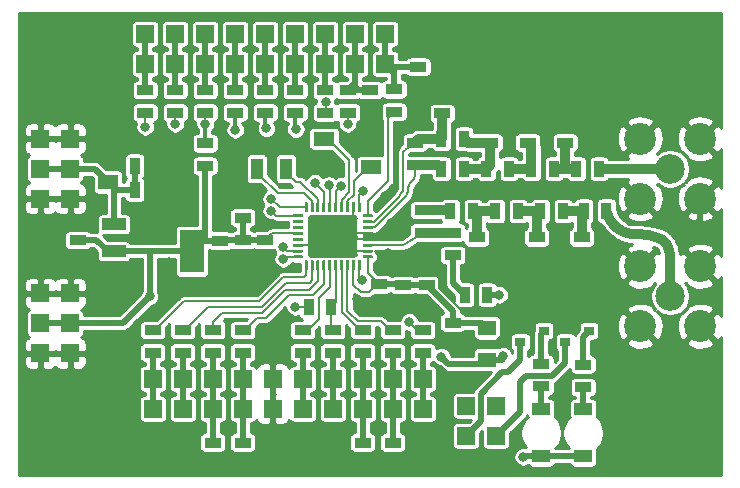
<source format=gbr>
G04 #@! TF.GenerationSoftware,KiCad,Pcbnew,(6.0.0-rc1-dev-1606-g4cd41e394)*
G04 #@! TF.CreationDate,2019-02-20T22:44:59+01:00
G04 #@! TF.ProjectId,ISM01A,49534d30-3141-42e6-9b69-6361645f7063,REV*
G04 #@! TF.SameCoordinates,Original*
G04 #@! TF.FileFunction,Copper,L2,Bot*
G04 #@! TF.FilePolarity,Positive*
%FSLAX46Y46*%
G04 Gerber Fmt 4.6, Leading zero omitted, Abs format (unit mm)*
G04 Created by KiCad (PCBNEW (6.0.0-rc1-dev-1606-g4cd41e394)) date 20.02.2019 22:44:59*
%MOMM*%
%LPD*%
G04 APERTURE LIST*
%ADD10R,1.500000X1.050000*%
%ADD11R,0.889000X1.397000*%
%ADD12R,1.397000X0.889000*%
%ADD13R,1.500000X1.300000*%
%ADD14R,3.000000X0.700000*%
%ADD15R,1.700000X1.300000*%
%ADD16R,1.524000X1.524000*%
%ADD17C,6.000000*%
%ADD18R,1.800000X1.200000*%
%ADD19R,2.032000X3.657600*%
%ADD20R,2.032000X1.016000*%
%ADD21C,2.500000*%
%ADD22C,2.700000*%
%ADD23C,0.150000*%
%ADD24C,3.600000*%
%ADD25C,0.500000*%
%ADD26C,0.250000*%
%ADD27R,0.900000X0.800000*%
%ADD28R,1.000000X1.800000*%
%ADD29C,0.800000*%
%ADD30C,0.500000*%
%ADD31C,0.200000*%
%ADD32C,0.860506*%
%ADD33C,0.300000*%
%ADD34C,0.254000*%
G04 APERTURE END LIST*
D10*
X48514000Y6318000D03*
X48514000Y2318000D03*
X44958000Y6318000D03*
X44958000Y2318000D03*
D11*
X12446000Y24892000D03*
X10541000Y24892000D03*
X12446000Y26924000D03*
X10541000Y26924000D03*
D12*
X17780000Y20574000D03*
X17780000Y18669000D03*
X48387000Y18961100D03*
X48387000Y20866100D03*
X5715000Y18732500D03*
X5715000Y20637500D03*
X46990000Y28892500D03*
X46990000Y30797500D03*
X44577000Y20866100D03*
X44577000Y18961100D03*
X43815000Y30797500D03*
X43815000Y28892500D03*
X39497000Y18961100D03*
X39497000Y20866100D03*
X40640000Y28892500D03*
X40640000Y30797500D03*
X34925000Y21272500D03*
X34925000Y23177500D03*
D11*
X36512500Y26670000D03*
X38417500Y26670000D03*
D12*
X36576000Y31369000D03*
X36576000Y33274000D03*
X19685000Y18732500D03*
X19685000Y20637500D03*
X33274000Y14922500D03*
X33274000Y16827500D03*
X19685000Y22542500D03*
X19685000Y24447500D03*
X35306000Y16827500D03*
X35306000Y14922500D03*
X21590000Y18732500D03*
X21590000Y20637500D03*
X37465000Y11747500D03*
X37465000Y13652500D03*
X31242000Y16891000D03*
X31242000Y14986000D03*
D13*
X40386000Y13208000D03*
D14*
X40386000Y11858000D03*
D13*
X40386000Y10508000D03*
D12*
X32385000Y1587500D03*
X32385000Y3492500D03*
X29845000Y3492500D03*
X29845000Y1587500D03*
X30480000Y31432500D03*
X30480000Y33337500D03*
X34544000Y35306000D03*
X34544000Y37211000D03*
X19685000Y1587500D03*
X19685000Y3492500D03*
X17145000Y3492500D03*
X17145000Y1587500D03*
D15*
X8255000Y25555000D03*
X8255000Y29055000D03*
D16*
X2540000Y29210000D03*
X5080000Y29210000D03*
X2540000Y26670000D03*
X5080000Y26670000D03*
X2540000Y24130000D03*
X5080000Y24130000D03*
X5080000Y11049000D03*
X2540000Y11049000D03*
X5080000Y13589000D03*
X2540000Y13589000D03*
X5080000Y16129000D03*
X2540000Y16129000D03*
X19050000Y38100000D03*
X19050000Y35560000D03*
X21590000Y35560000D03*
X21590000Y38100000D03*
X24130000Y38100000D03*
X24130000Y35560000D03*
X26670000Y35560000D03*
X26670000Y38100000D03*
X24765000Y8890000D03*
X24765000Y6350000D03*
X19685000Y8890000D03*
X19685000Y6350000D03*
X17145000Y8890000D03*
X17145000Y6350000D03*
X14605000Y6350000D03*
X14605000Y8890000D03*
X12065000Y8890000D03*
X12065000Y6350000D03*
X11430000Y35560000D03*
X11430000Y38100000D03*
X13970000Y38100000D03*
X13970000Y35560000D03*
X34925000Y8890000D03*
X34925000Y6350000D03*
X16510000Y35560000D03*
X16510000Y38100000D03*
X27305000Y8890000D03*
X27305000Y6350000D03*
X32385000Y6350000D03*
X32385000Y8890000D03*
X29845000Y6350000D03*
X29845000Y8890000D03*
X29210000Y38100000D03*
X29210000Y35560000D03*
X31750000Y35560000D03*
X31750000Y38100000D03*
D11*
X50482500Y23114000D03*
X48577500Y23114000D03*
X49847500Y26670000D03*
X47942500Y26670000D03*
X44894500Y23088600D03*
X46799500Y23088600D03*
X46037500Y26670000D03*
X44132500Y26670000D03*
X41084500Y23088600D03*
X42989500Y23088600D03*
X40322500Y26670000D03*
X42227500Y26670000D03*
X37274500Y23088600D03*
X39179500Y23088600D03*
D12*
X37465000Y19367500D03*
X37465000Y21272500D03*
D11*
X38417500Y29210000D03*
X36512500Y29210000D03*
D12*
X34290000Y26987500D03*
X34290000Y28892500D03*
D17*
X5080000Y35560000D03*
X55880000Y5080000D03*
X5080000Y5080000D03*
X55880000Y35560000D03*
D11*
X38481000Y16002000D03*
X40386000Y16002000D03*
D12*
X19050000Y31432500D03*
X19050000Y33337500D03*
X21590000Y31432500D03*
X21590000Y33337500D03*
X24130000Y33337500D03*
X24130000Y31432500D03*
X26670000Y31432500D03*
X26670000Y33337500D03*
X24765000Y11112500D03*
X24765000Y13017500D03*
X19685000Y13017500D03*
X19685000Y11112500D03*
X17145000Y11112500D03*
X17145000Y13017500D03*
X14605000Y13017500D03*
X14605000Y11112500D03*
X12065000Y11112500D03*
X12065000Y13017500D03*
X11430000Y33337500D03*
X11430000Y31432500D03*
X13970000Y33337500D03*
X13970000Y31432500D03*
X34925000Y13017500D03*
X34925000Y11112500D03*
X16510000Y33337500D03*
X16510000Y31432500D03*
X27305000Y13017500D03*
X27305000Y11112500D03*
X32385000Y11112500D03*
X32385000Y13017500D03*
X29845000Y13017500D03*
X29845000Y11112500D03*
X28575000Y33337500D03*
X28575000Y31432500D03*
X32512000Y31496000D03*
X32512000Y33401000D03*
X16510000Y28829000D03*
X16510000Y26924000D03*
D11*
X27178000Y14986000D03*
X25273000Y14986000D03*
D12*
X48514000Y10096500D03*
X48514000Y8191500D03*
X44958000Y8255000D03*
X44958000Y10160000D03*
D18*
X30575000Y26810000D03*
X26575000Y26810000D03*
X26575000Y29210000D03*
X30575000Y29210000D03*
D19*
X15367000Y19685000D03*
D20*
X8763000Y19685000D03*
X8763000Y21971000D03*
X8763000Y17399000D03*
D21*
X55880000Y15875000D03*
D22*
X58420000Y13335000D03*
X53340000Y13335000D03*
X53340000Y18415000D03*
X58420000Y18415000D03*
X58420000Y29210000D03*
X53340000Y29210000D03*
X53340000Y24130000D03*
X58420000Y24130000D03*
D21*
X55880000Y26670000D03*
D23*
G36*
X29129506Y22753796D02*
G01*
X29153774Y22750196D01*
X29177573Y22744235D01*
X29200672Y22735970D01*
X29222850Y22725481D01*
X29243893Y22712868D01*
X29263599Y22698253D01*
X29281777Y22681777D01*
X29298253Y22663599D01*
X29312868Y22643893D01*
X29325481Y22622850D01*
X29335970Y22600672D01*
X29344235Y22577573D01*
X29350196Y22553774D01*
X29353796Y22529506D01*
X29355000Y22505002D01*
X29355000Y19404998D01*
X29353796Y19380494D01*
X29350196Y19356226D01*
X29344235Y19332427D01*
X29335970Y19309328D01*
X29325481Y19287150D01*
X29312868Y19266107D01*
X29298253Y19246401D01*
X29281777Y19228223D01*
X29263599Y19211747D01*
X29243893Y19197132D01*
X29222850Y19184519D01*
X29200672Y19174030D01*
X29177573Y19165765D01*
X29153774Y19159804D01*
X29129506Y19156204D01*
X29105002Y19155000D01*
X25504998Y19155000D01*
X25480494Y19156204D01*
X25456226Y19159804D01*
X25432427Y19165765D01*
X25409328Y19174030D01*
X25387150Y19184519D01*
X25366107Y19197132D01*
X25346401Y19211747D01*
X25328223Y19228223D01*
X25311747Y19246401D01*
X25297132Y19266107D01*
X25284519Y19287150D01*
X25274030Y19309328D01*
X25265765Y19332427D01*
X25259804Y19356226D01*
X25256204Y19380494D01*
X25255000Y19404998D01*
X25255000Y22505002D01*
X25256204Y22529506D01*
X25259804Y22553774D01*
X25265765Y22577573D01*
X25274030Y22600672D01*
X25284519Y22622850D01*
X25297132Y22643893D01*
X25311747Y22663599D01*
X25328223Y22681777D01*
X25346401Y22698253D01*
X25366107Y22712868D01*
X25387150Y22725481D01*
X25409328Y22735970D01*
X25432427Y22744235D01*
X25456226Y22750196D01*
X25480494Y22753796D01*
X25504998Y22755000D01*
X29105002Y22755000D01*
X29129506Y22753796D01*
X29129506Y22753796D01*
G37*
D24*
X27305000Y20955000D03*
D25*
X25505000Y22505000D03*
X25505000Y20955000D03*
X25505000Y19405000D03*
X26705000Y22505000D03*
X26705000Y20955000D03*
X26705000Y19405000D03*
X27905000Y22505000D03*
X27905000Y20955000D03*
X27905000Y19405000D03*
X29105000Y22505000D03*
X29105000Y20955000D03*
X29105000Y19405000D03*
D23*
G36*
X25123626Y23829699D02*
G01*
X25129693Y23828799D01*
X25135643Y23827309D01*
X25141418Y23825242D01*
X25146962Y23822620D01*
X25152223Y23819467D01*
X25157150Y23815813D01*
X25161694Y23811694D01*
X25165813Y23807150D01*
X25169467Y23802223D01*
X25172620Y23796962D01*
X25175242Y23791418D01*
X25177309Y23785643D01*
X25178799Y23779693D01*
X25179699Y23773626D01*
X25180000Y23767500D01*
X25180000Y23042500D01*
X25179699Y23036374D01*
X25178799Y23030307D01*
X25177309Y23024357D01*
X25175242Y23018582D01*
X25172620Y23013038D01*
X25169467Y23007777D01*
X25165813Y23002850D01*
X25161694Y22998306D01*
X25157150Y22994187D01*
X25152223Y22990533D01*
X25146962Y22987380D01*
X25141418Y22984758D01*
X25135643Y22982691D01*
X25129693Y22981201D01*
X25123626Y22980301D01*
X25117500Y22980000D01*
X24992500Y22980000D01*
X24986374Y22980301D01*
X24980307Y22981201D01*
X24974357Y22982691D01*
X24968582Y22984758D01*
X24963038Y22987380D01*
X24957777Y22990533D01*
X24952850Y22994187D01*
X24948306Y22998306D01*
X24944187Y23002850D01*
X24940533Y23007777D01*
X24937380Y23013038D01*
X24934758Y23018582D01*
X24932691Y23024357D01*
X24931201Y23030307D01*
X24930301Y23036374D01*
X24930000Y23042500D01*
X24930000Y23767500D01*
X24930301Y23773626D01*
X24931201Y23779693D01*
X24932691Y23785643D01*
X24934758Y23791418D01*
X24937380Y23796962D01*
X24940533Y23802223D01*
X24944187Y23807150D01*
X24948306Y23811694D01*
X24952850Y23815813D01*
X24957777Y23819467D01*
X24963038Y23822620D01*
X24968582Y23825242D01*
X24974357Y23827309D01*
X24980307Y23828799D01*
X24986374Y23829699D01*
X24992500Y23830000D01*
X25117500Y23830000D01*
X25123626Y23829699D01*
X25123626Y23829699D01*
G37*
D26*
X25055000Y23405000D03*
D23*
G36*
X25623626Y23829699D02*
G01*
X25629693Y23828799D01*
X25635643Y23827309D01*
X25641418Y23825242D01*
X25646962Y23822620D01*
X25652223Y23819467D01*
X25657150Y23815813D01*
X25661694Y23811694D01*
X25665813Y23807150D01*
X25669467Y23802223D01*
X25672620Y23796962D01*
X25675242Y23791418D01*
X25677309Y23785643D01*
X25678799Y23779693D01*
X25679699Y23773626D01*
X25680000Y23767500D01*
X25680000Y23042500D01*
X25679699Y23036374D01*
X25678799Y23030307D01*
X25677309Y23024357D01*
X25675242Y23018582D01*
X25672620Y23013038D01*
X25669467Y23007777D01*
X25665813Y23002850D01*
X25661694Y22998306D01*
X25657150Y22994187D01*
X25652223Y22990533D01*
X25646962Y22987380D01*
X25641418Y22984758D01*
X25635643Y22982691D01*
X25629693Y22981201D01*
X25623626Y22980301D01*
X25617500Y22980000D01*
X25492500Y22980000D01*
X25486374Y22980301D01*
X25480307Y22981201D01*
X25474357Y22982691D01*
X25468582Y22984758D01*
X25463038Y22987380D01*
X25457777Y22990533D01*
X25452850Y22994187D01*
X25448306Y22998306D01*
X25444187Y23002850D01*
X25440533Y23007777D01*
X25437380Y23013038D01*
X25434758Y23018582D01*
X25432691Y23024357D01*
X25431201Y23030307D01*
X25430301Y23036374D01*
X25430000Y23042500D01*
X25430000Y23767500D01*
X25430301Y23773626D01*
X25431201Y23779693D01*
X25432691Y23785643D01*
X25434758Y23791418D01*
X25437380Y23796962D01*
X25440533Y23802223D01*
X25444187Y23807150D01*
X25448306Y23811694D01*
X25452850Y23815813D01*
X25457777Y23819467D01*
X25463038Y23822620D01*
X25468582Y23825242D01*
X25474357Y23827309D01*
X25480307Y23828799D01*
X25486374Y23829699D01*
X25492500Y23830000D01*
X25617500Y23830000D01*
X25623626Y23829699D01*
X25623626Y23829699D01*
G37*
D26*
X25555000Y23405000D03*
D23*
G36*
X26123626Y23829699D02*
G01*
X26129693Y23828799D01*
X26135643Y23827309D01*
X26141418Y23825242D01*
X26146962Y23822620D01*
X26152223Y23819467D01*
X26157150Y23815813D01*
X26161694Y23811694D01*
X26165813Y23807150D01*
X26169467Y23802223D01*
X26172620Y23796962D01*
X26175242Y23791418D01*
X26177309Y23785643D01*
X26178799Y23779693D01*
X26179699Y23773626D01*
X26180000Y23767500D01*
X26180000Y23042500D01*
X26179699Y23036374D01*
X26178799Y23030307D01*
X26177309Y23024357D01*
X26175242Y23018582D01*
X26172620Y23013038D01*
X26169467Y23007777D01*
X26165813Y23002850D01*
X26161694Y22998306D01*
X26157150Y22994187D01*
X26152223Y22990533D01*
X26146962Y22987380D01*
X26141418Y22984758D01*
X26135643Y22982691D01*
X26129693Y22981201D01*
X26123626Y22980301D01*
X26117500Y22980000D01*
X25992500Y22980000D01*
X25986374Y22980301D01*
X25980307Y22981201D01*
X25974357Y22982691D01*
X25968582Y22984758D01*
X25963038Y22987380D01*
X25957777Y22990533D01*
X25952850Y22994187D01*
X25948306Y22998306D01*
X25944187Y23002850D01*
X25940533Y23007777D01*
X25937380Y23013038D01*
X25934758Y23018582D01*
X25932691Y23024357D01*
X25931201Y23030307D01*
X25930301Y23036374D01*
X25930000Y23042500D01*
X25930000Y23767500D01*
X25930301Y23773626D01*
X25931201Y23779693D01*
X25932691Y23785643D01*
X25934758Y23791418D01*
X25937380Y23796962D01*
X25940533Y23802223D01*
X25944187Y23807150D01*
X25948306Y23811694D01*
X25952850Y23815813D01*
X25957777Y23819467D01*
X25963038Y23822620D01*
X25968582Y23825242D01*
X25974357Y23827309D01*
X25980307Y23828799D01*
X25986374Y23829699D01*
X25992500Y23830000D01*
X26117500Y23830000D01*
X26123626Y23829699D01*
X26123626Y23829699D01*
G37*
D26*
X26055000Y23405000D03*
D23*
G36*
X26623626Y23829699D02*
G01*
X26629693Y23828799D01*
X26635643Y23827309D01*
X26641418Y23825242D01*
X26646962Y23822620D01*
X26652223Y23819467D01*
X26657150Y23815813D01*
X26661694Y23811694D01*
X26665813Y23807150D01*
X26669467Y23802223D01*
X26672620Y23796962D01*
X26675242Y23791418D01*
X26677309Y23785643D01*
X26678799Y23779693D01*
X26679699Y23773626D01*
X26680000Y23767500D01*
X26680000Y23042500D01*
X26679699Y23036374D01*
X26678799Y23030307D01*
X26677309Y23024357D01*
X26675242Y23018582D01*
X26672620Y23013038D01*
X26669467Y23007777D01*
X26665813Y23002850D01*
X26661694Y22998306D01*
X26657150Y22994187D01*
X26652223Y22990533D01*
X26646962Y22987380D01*
X26641418Y22984758D01*
X26635643Y22982691D01*
X26629693Y22981201D01*
X26623626Y22980301D01*
X26617500Y22980000D01*
X26492500Y22980000D01*
X26486374Y22980301D01*
X26480307Y22981201D01*
X26474357Y22982691D01*
X26468582Y22984758D01*
X26463038Y22987380D01*
X26457777Y22990533D01*
X26452850Y22994187D01*
X26448306Y22998306D01*
X26444187Y23002850D01*
X26440533Y23007777D01*
X26437380Y23013038D01*
X26434758Y23018582D01*
X26432691Y23024357D01*
X26431201Y23030307D01*
X26430301Y23036374D01*
X26430000Y23042500D01*
X26430000Y23767500D01*
X26430301Y23773626D01*
X26431201Y23779693D01*
X26432691Y23785643D01*
X26434758Y23791418D01*
X26437380Y23796962D01*
X26440533Y23802223D01*
X26444187Y23807150D01*
X26448306Y23811694D01*
X26452850Y23815813D01*
X26457777Y23819467D01*
X26463038Y23822620D01*
X26468582Y23825242D01*
X26474357Y23827309D01*
X26480307Y23828799D01*
X26486374Y23829699D01*
X26492500Y23830000D01*
X26617500Y23830000D01*
X26623626Y23829699D01*
X26623626Y23829699D01*
G37*
D26*
X26555000Y23405000D03*
D23*
G36*
X27123626Y23829699D02*
G01*
X27129693Y23828799D01*
X27135643Y23827309D01*
X27141418Y23825242D01*
X27146962Y23822620D01*
X27152223Y23819467D01*
X27157150Y23815813D01*
X27161694Y23811694D01*
X27165813Y23807150D01*
X27169467Y23802223D01*
X27172620Y23796962D01*
X27175242Y23791418D01*
X27177309Y23785643D01*
X27178799Y23779693D01*
X27179699Y23773626D01*
X27180000Y23767500D01*
X27180000Y23042500D01*
X27179699Y23036374D01*
X27178799Y23030307D01*
X27177309Y23024357D01*
X27175242Y23018582D01*
X27172620Y23013038D01*
X27169467Y23007777D01*
X27165813Y23002850D01*
X27161694Y22998306D01*
X27157150Y22994187D01*
X27152223Y22990533D01*
X27146962Y22987380D01*
X27141418Y22984758D01*
X27135643Y22982691D01*
X27129693Y22981201D01*
X27123626Y22980301D01*
X27117500Y22980000D01*
X26992500Y22980000D01*
X26986374Y22980301D01*
X26980307Y22981201D01*
X26974357Y22982691D01*
X26968582Y22984758D01*
X26963038Y22987380D01*
X26957777Y22990533D01*
X26952850Y22994187D01*
X26948306Y22998306D01*
X26944187Y23002850D01*
X26940533Y23007777D01*
X26937380Y23013038D01*
X26934758Y23018582D01*
X26932691Y23024357D01*
X26931201Y23030307D01*
X26930301Y23036374D01*
X26930000Y23042500D01*
X26930000Y23767500D01*
X26930301Y23773626D01*
X26931201Y23779693D01*
X26932691Y23785643D01*
X26934758Y23791418D01*
X26937380Y23796962D01*
X26940533Y23802223D01*
X26944187Y23807150D01*
X26948306Y23811694D01*
X26952850Y23815813D01*
X26957777Y23819467D01*
X26963038Y23822620D01*
X26968582Y23825242D01*
X26974357Y23827309D01*
X26980307Y23828799D01*
X26986374Y23829699D01*
X26992500Y23830000D01*
X27117500Y23830000D01*
X27123626Y23829699D01*
X27123626Y23829699D01*
G37*
D26*
X27055000Y23405000D03*
D23*
G36*
X27623626Y23829699D02*
G01*
X27629693Y23828799D01*
X27635643Y23827309D01*
X27641418Y23825242D01*
X27646962Y23822620D01*
X27652223Y23819467D01*
X27657150Y23815813D01*
X27661694Y23811694D01*
X27665813Y23807150D01*
X27669467Y23802223D01*
X27672620Y23796962D01*
X27675242Y23791418D01*
X27677309Y23785643D01*
X27678799Y23779693D01*
X27679699Y23773626D01*
X27680000Y23767500D01*
X27680000Y23042500D01*
X27679699Y23036374D01*
X27678799Y23030307D01*
X27677309Y23024357D01*
X27675242Y23018582D01*
X27672620Y23013038D01*
X27669467Y23007777D01*
X27665813Y23002850D01*
X27661694Y22998306D01*
X27657150Y22994187D01*
X27652223Y22990533D01*
X27646962Y22987380D01*
X27641418Y22984758D01*
X27635643Y22982691D01*
X27629693Y22981201D01*
X27623626Y22980301D01*
X27617500Y22980000D01*
X27492500Y22980000D01*
X27486374Y22980301D01*
X27480307Y22981201D01*
X27474357Y22982691D01*
X27468582Y22984758D01*
X27463038Y22987380D01*
X27457777Y22990533D01*
X27452850Y22994187D01*
X27448306Y22998306D01*
X27444187Y23002850D01*
X27440533Y23007777D01*
X27437380Y23013038D01*
X27434758Y23018582D01*
X27432691Y23024357D01*
X27431201Y23030307D01*
X27430301Y23036374D01*
X27430000Y23042500D01*
X27430000Y23767500D01*
X27430301Y23773626D01*
X27431201Y23779693D01*
X27432691Y23785643D01*
X27434758Y23791418D01*
X27437380Y23796962D01*
X27440533Y23802223D01*
X27444187Y23807150D01*
X27448306Y23811694D01*
X27452850Y23815813D01*
X27457777Y23819467D01*
X27463038Y23822620D01*
X27468582Y23825242D01*
X27474357Y23827309D01*
X27480307Y23828799D01*
X27486374Y23829699D01*
X27492500Y23830000D01*
X27617500Y23830000D01*
X27623626Y23829699D01*
X27623626Y23829699D01*
G37*
D26*
X27555000Y23405000D03*
D23*
G36*
X28123626Y23829699D02*
G01*
X28129693Y23828799D01*
X28135643Y23827309D01*
X28141418Y23825242D01*
X28146962Y23822620D01*
X28152223Y23819467D01*
X28157150Y23815813D01*
X28161694Y23811694D01*
X28165813Y23807150D01*
X28169467Y23802223D01*
X28172620Y23796962D01*
X28175242Y23791418D01*
X28177309Y23785643D01*
X28178799Y23779693D01*
X28179699Y23773626D01*
X28180000Y23767500D01*
X28180000Y23042500D01*
X28179699Y23036374D01*
X28178799Y23030307D01*
X28177309Y23024357D01*
X28175242Y23018582D01*
X28172620Y23013038D01*
X28169467Y23007777D01*
X28165813Y23002850D01*
X28161694Y22998306D01*
X28157150Y22994187D01*
X28152223Y22990533D01*
X28146962Y22987380D01*
X28141418Y22984758D01*
X28135643Y22982691D01*
X28129693Y22981201D01*
X28123626Y22980301D01*
X28117500Y22980000D01*
X27992500Y22980000D01*
X27986374Y22980301D01*
X27980307Y22981201D01*
X27974357Y22982691D01*
X27968582Y22984758D01*
X27963038Y22987380D01*
X27957777Y22990533D01*
X27952850Y22994187D01*
X27948306Y22998306D01*
X27944187Y23002850D01*
X27940533Y23007777D01*
X27937380Y23013038D01*
X27934758Y23018582D01*
X27932691Y23024357D01*
X27931201Y23030307D01*
X27930301Y23036374D01*
X27930000Y23042500D01*
X27930000Y23767500D01*
X27930301Y23773626D01*
X27931201Y23779693D01*
X27932691Y23785643D01*
X27934758Y23791418D01*
X27937380Y23796962D01*
X27940533Y23802223D01*
X27944187Y23807150D01*
X27948306Y23811694D01*
X27952850Y23815813D01*
X27957777Y23819467D01*
X27963038Y23822620D01*
X27968582Y23825242D01*
X27974357Y23827309D01*
X27980307Y23828799D01*
X27986374Y23829699D01*
X27992500Y23830000D01*
X28117500Y23830000D01*
X28123626Y23829699D01*
X28123626Y23829699D01*
G37*
D26*
X28055000Y23405000D03*
D23*
G36*
X28623626Y23829699D02*
G01*
X28629693Y23828799D01*
X28635643Y23827309D01*
X28641418Y23825242D01*
X28646962Y23822620D01*
X28652223Y23819467D01*
X28657150Y23815813D01*
X28661694Y23811694D01*
X28665813Y23807150D01*
X28669467Y23802223D01*
X28672620Y23796962D01*
X28675242Y23791418D01*
X28677309Y23785643D01*
X28678799Y23779693D01*
X28679699Y23773626D01*
X28680000Y23767500D01*
X28680000Y23042500D01*
X28679699Y23036374D01*
X28678799Y23030307D01*
X28677309Y23024357D01*
X28675242Y23018582D01*
X28672620Y23013038D01*
X28669467Y23007777D01*
X28665813Y23002850D01*
X28661694Y22998306D01*
X28657150Y22994187D01*
X28652223Y22990533D01*
X28646962Y22987380D01*
X28641418Y22984758D01*
X28635643Y22982691D01*
X28629693Y22981201D01*
X28623626Y22980301D01*
X28617500Y22980000D01*
X28492500Y22980000D01*
X28486374Y22980301D01*
X28480307Y22981201D01*
X28474357Y22982691D01*
X28468582Y22984758D01*
X28463038Y22987380D01*
X28457777Y22990533D01*
X28452850Y22994187D01*
X28448306Y22998306D01*
X28444187Y23002850D01*
X28440533Y23007777D01*
X28437380Y23013038D01*
X28434758Y23018582D01*
X28432691Y23024357D01*
X28431201Y23030307D01*
X28430301Y23036374D01*
X28430000Y23042500D01*
X28430000Y23767500D01*
X28430301Y23773626D01*
X28431201Y23779693D01*
X28432691Y23785643D01*
X28434758Y23791418D01*
X28437380Y23796962D01*
X28440533Y23802223D01*
X28444187Y23807150D01*
X28448306Y23811694D01*
X28452850Y23815813D01*
X28457777Y23819467D01*
X28463038Y23822620D01*
X28468582Y23825242D01*
X28474357Y23827309D01*
X28480307Y23828799D01*
X28486374Y23829699D01*
X28492500Y23830000D01*
X28617500Y23830000D01*
X28623626Y23829699D01*
X28623626Y23829699D01*
G37*
D26*
X28555000Y23405000D03*
D23*
G36*
X29123626Y23829699D02*
G01*
X29129693Y23828799D01*
X29135643Y23827309D01*
X29141418Y23825242D01*
X29146962Y23822620D01*
X29152223Y23819467D01*
X29157150Y23815813D01*
X29161694Y23811694D01*
X29165813Y23807150D01*
X29169467Y23802223D01*
X29172620Y23796962D01*
X29175242Y23791418D01*
X29177309Y23785643D01*
X29178799Y23779693D01*
X29179699Y23773626D01*
X29180000Y23767500D01*
X29180000Y23042500D01*
X29179699Y23036374D01*
X29178799Y23030307D01*
X29177309Y23024357D01*
X29175242Y23018582D01*
X29172620Y23013038D01*
X29169467Y23007777D01*
X29165813Y23002850D01*
X29161694Y22998306D01*
X29157150Y22994187D01*
X29152223Y22990533D01*
X29146962Y22987380D01*
X29141418Y22984758D01*
X29135643Y22982691D01*
X29129693Y22981201D01*
X29123626Y22980301D01*
X29117500Y22980000D01*
X28992500Y22980000D01*
X28986374Y22980301D01*
X28980307Y22981201D01*
X28974357Y22982691D01*
X28968582Y22984758D01*
X28963038Y22987380D01*
X28957777Y22990533D01*
X28952850Y22994187D01*
X28948306Y22998306D01*
X28944187Y23002850D01*
X28940533Y23007777D01*
X28937380Y23013038D01*
X28934758Y23018582D01*
X28932691Y23024357D01*
X28931201Y23030307D01*
X28930301Y23036374D01*
X28930000Y23042500D01*
X28930000Y23767500D01*
X28930301Y23773626D01*
X28931201Y23779693D01*
X28932691Y23785643D01*
X28934758Y23791418D01*
X28937380Y23796962D01*
X28940533Y23802223D01*
X28944187Y23807150D01*
X28948306Y23811694D01*
X28952850Y23815813D01*
X28957777Y23819467D01*
X28963038Y23822620D01*
X28968582Y23825242D01*
X28974357Y23827309D01*
X28980307Y23828799D01*
X28986374Y23829699D01*
X28992500Y23830000D01*
X29117500Y23830000D01*
X29123626Y23829699D01*
X29123626Y23829699D01*
G37*
D26*
X29055000Y23405000D03*
D23*
G36*
X29623626Y23829699D02*
G01*
X29629693Y23828799D01*
X29635643Y23827309D01*
X29641418Y23825242D01*
X29646962Y23822620D01*
X29652223Y23819467D01*
X29657150Y23815813D01*
X29661694Y23811694D01*
X29665813Y23807150D01*
X29669467Y23802223D01*
X29672620Y23796962D01*
X29675242Y23791418D01*
X29677309Y23785643D01*
X29678799Y23779693D01*
X29679699Y23773626D01*
X29680000Y23767500D01*
X29680000Y23042500D01*
X29679699Y23036374D01*
X29678799Y23030307D01*
X29677309Y23024357D01*
X29675242Y23018582D01*
X29672620Y23013038D01*
X29669467Y23007777D01*
X29665813Y23002850D01*
X29661694Y22998306D01*
X29657150Y22994187D01*
X29652223Y22990533D01*
X29646962Y22987380D01*
X29641418Y22984758D01*
X29635643Y22982691D01*
X29629693Y22981201D01*
X29623626Y22980301D01*
X29617500Y22980000D01*
X29492500Y22980000D01*
X29486374Y22980301D01*
X29480307Y22981201D01*
X29474357Y22982691D01*
X29468582Y22984758D01*
X29463038Y22987380D01*
X29457777Y22990533D01*
X29452850Y22994187D01*
X29448306Y22998306D01*
X29444187Y23002850D01*
X29440533Y23007777D01*
X29437380Y23013038D01*
X29434758Y23018582D01*
X29432691Y23024357D01*
X29431201Y23030307D01*
X29430301Y23036374D01*
X29430000Y23042500D01*
X29430000Y23767500D01*
X29430301Y23773626D01*
X29431201Y23779693D01*
X29432691Y23785643D01*
X29434758Y23791418D01*
X29437380Y23796962D01*
X29440533Y23802223D01*
X29444187Y23807150D01*
X29448306Y23811694D01*
X29452850Y23815813D01*
X29457777Y23819467D01*
X29463038Y23822620D01*
X29468582Y23825242D01*
X29474357Y23827309D01*
X29480307Y23828799D01*
X29486374Y23829699D01*
X29492500Y23830000D01*
X29617500Y23830000D01*
X29623626Y23829699D01*
X29623626Y23829699D01*
G37*
D26*
X29555000Y23405000D03*
D23*
G36*
X30623626Y22829699D02*
G01*
X30629693Y22828799D01*
X30635643Y22827309D01*
X30641418Y22825242D01*
X30646962Y22822620D01*
X30652223Y22819467D01*
X30657150Y22815813D01*
X30661694Y22811694D01*
X30665813Y22807150D01*
X30669467Y22802223D01*
X30672620Y22796962D01*
X30675242Y22791418D01*
X30677309Y22785643D01*
X30678799Y22779693D01*
X30679699Y22773626D01*
X30680000Y22767500D01*
X30680000Y22642500D01*
X30679699Y22636374D01*
X30678799Y22630307D01*
X30677309Y22624357D01*
X30675242Y22618582D01*
X30672620Y22613038D01*
X30669467Y22607777D01*
X30665813Y22602850D01*
X30661694Y22598306D01*
X30657150Y22594187D01*
X30652223Y22590533D01*
X30646962Y22587380D01*
X30641418Y22584758D01*
X30635643Y22582691D01*
X30629693Y22581201D01*
X30623626Y22580301D01*
X30617500Y22580000D01*
X29892500Y22580000D01*
X29886374Y22580301D01*
X29880307Y22581201D01*
X29874357Y22582691D01*
X29868582Y22584758D01*
X29863038Y22587380D01*
X29857777Y22590533D01*
X29852850Y22594187D01*
X29848306Y22598306D01*
X29844187Y22602850D01*
X29840533Y22607777D01*
X29837380Y22613038D01*
X29834758Y22618582D01*
X29832691Y22624357D01*
X29831201Y22630307D01*
X29830301Y22636374D01*
X29830000Y22642500D01*
X29830000Y22767500D01*
X29830301Y22773626D01*
X29831201Y22779693D01*
X29832691Y22785643D01*
X29834758Y22791418D01*
X29837380Y22796962D01*
X29840533Y22802223D01*
X29844187Y22807150D01*
X29848306Y22811694D01*
X29852850Y22815813D01*
X29857777Y22819467D01*
X29863038Y22822620D01*
X29868582Y22825242D01*
X29874357Y22827309D01*
X29880307Y22828799D01*
X29886374Y22829699D01*
X29892500Y22830000D01*
X30617500Y22830000D01*
X30623626Y22829699D01*
X30623626Y22829699D01*
G37*
D26*
X30255000Y22705000D03*
D23*
G36*
X30623626Y22329699D02*
G01*
X30629693Y22328799D01*
X30635643Y22327309D01*
X30641418Y22325242D01*
X30646962Y22322620D01*
X30652223Y22319467D01*
X30657150Y22315813D01*
X30661694Y22311694D01*
X30665813Y22307150D01*
X30669467Y22302223D01*
X30672620Y22296962D01*
X30675242Y22291418D01*
X30677309Y22285643D01*
X30678799Y22279693D01*
X30679699Y22273626D01*
X30680000Y22267500D01*
X30680000Y22142500D01*
X30679699Y22136374D01*
X30678799Y22130307D01*
X30677309Y22124357D01*
X30675242Y22118582D01*
X30672620Y22113038D01*
X30669467Y22107777D01*
X30665813Y22102850D01*
X30661694Y22098306D01*
X30657150Y22094187D01*
X30652223Y22090533D01*
X30646962Y22087380D01*
X30641418Y22084758D01*
X30635643Y22082691D01*
X30629693Y22081201D01*
X30623626Y22080301D01*
X30617500Y22080000D01*
X29892500Y22080000D01*
X29886374Y22080301D01*
X29880307Y22081201D01*
X29874357Y22082691D01*
X29868582Y22084758D01*
X29863038Y22087380D01*
X29857777Y22090533D01*
X29852850Y22094187D01*
X29848306Y22098306D01*
X29844187Y22102850D01*
X29840533Y22107777D01*
X29837380Y22113038D01*
X29834758Y22118582D01*
X29832691Y22124357D01*
X29831201Y22130307D01*
X29830301Y22136374D01*
X29830000Y22142500D01*
X29830000Y22267500D01*
X29830301Y22273626D01*
X29831201Y22279693D01*
X29832691Y22285643D01*
X29834758Y22291418D01*
X29837380Y22296962D01*
X29840533Y22302223D01*
X29844187Y22307150D01*
X29848306Y22311694D01*
X29852850Y22315813D01*
X29857777Y22319467D01*
X29863038Y22322620D01*
X29868582Y22325242D01*
X29874357Y22327309D01*
X29880307Y22328799D01*
X29886374Y22329699D01*
X29892500Y22330000D01*
X30617500Y22330000D01*
X30623626Y22329699D01*
X30623626Y22329699D01*
G37*
D26*
X30255000Y22205000D03*
D23*
G36*
X30623626Y21829699D02*
G01*
X30629693Y21828799D01*
X30635643Y21827309D01*
X30641418Y21825242D01*
X30646962Y21822620D01*
X30652223Y21819467D01*
X30657150Y21815813D01*
X30661694Y21811694D01*
X30665813Y21807150D01*
X30669467Y21802223D01*
X30672620Y21796962D01*
X30675242Y21791418D01*
X30677309Y21785643D01*
X30678799Y21779693D01*
X30679699Y21773626D01*
X30680000Y21767500D01*
X30680000Y21642500D01*
X30679699Y21636374D01*
X30678799Y21630307D01*
X30677309Y21624357D01*
X30675242Y21618582D01*
X30672620Y21613038D01*
X30669467Y21607777D01*
X30665813Y21602850D01*
X30661694Y21598306D01*
X30657150Y21594187D01*
X30652223Y21590533D01*
X30646962Y21587380D01*
X30641418Y21584758D01*
X30635643Y21582691D01*
X30629693Y21581201D01*
X30623626Y21580301D01*
X30617500Y21580000D01*
X29892500Y21580000D01*
X29886374Y21580301D01*
X29880307Y21581201D01*
X29874357Y21582691D01*
X29868582Y21584758D01*
X29863038Y21587380D01*
X29857777Y21590533D01*
X29852850Y21594187D01*
X29848306Y21598306D01*
X29844187Y21602850D01*
X29840533Y21607777D01*
X29837380Y21613038D01*
X29834758Y21618582D01*
X29832691Y21624357D01*
X29831201Y21630307D01*
X29830301Y21636374D01*
X29830000Y21642500D01*
X29830000Y21767500D01*
X29830301Y21773626D01*
X29831201Y21779693D01*
X29832691Y21785643D01*
X29834758Y21791418D01*
X29837380Y21796962D01*
X29840533Y21802223D01*
X29844187Y21807150D01*
X29848306Y21811694D01*
X29852850Y21815813D01*
X29857777Y21819467D01*
X29863038Y21822620D01*
X29868582Y21825242D01*
X29874357Y21827309D01*
X29880307Y21828799D01*
X29886374Y21829699D01*
X29892500Y21830000D01*
X30617500Y21830000D01*
X30623626Y21829699D01*
X30623626Y21829699D01*
G37*
D26*
X30255000Y21705000D03*
D23*
G36*
X30623626Y21329699D02*
G01*
X30629693Y21328799D01*
X30635643Y21327309D01*
X30641418Y21325242D01*
X30646962Y21322620D01*
X30652223Y21319467D01*
X30657150Y21315813D01*
X30661694Y21311694D01*
X30665813Y21307150D01*
X30669467Y21302223D01*
X30672620Y21296962D01*
X30675242Y21291418D01*
X30677309Y21285643D01*
X30678799Y21279693D01*
X30679699Y21273626D01*
X30680000Y21267500D01*
X30680000Y21142500D01*
X30679699Y21136374D01*
X30678799Y21130307D01*
X30677309Y21124357D01*
X30675242Y21118582D01*
X30672620Y21113038D01*
X30669467Y21107777D01*
X30665813Y21102850D01*
X30661694Y21098306D01*
X30657150Y21094187D01*
X30652223Y21090533D01*
X30646962Y21087380D01*
X30641418Y21084758D01*
X30635643Y21082691D01*
X30629693Y21081201D01*
X30623626Y21080301D01*
X30617500Y21080000D01*
X29892500Y21080000D01*
X29886374Y21080301D01*
X29880307Y21081201D01*
X29874357Y21082691D01*
X29868582Y21084758D01*
X29863038Y21087380D01*
X29857777Y21090533D01*
X29852850Y21094187D01*
X29848306Y21098306D01*
X29844187Y21102850D01*
X29840533Y21107777D01*
X29837380Y21113038D01*
X29834758Y21118582D01*
X29832691Y21124357D01*
X29831201Y21130307D01*
X29830301Y21136374D01*
X29830000Y21142500D01*
X29830000Y21267500D01*
X29830301Y21273626D01*
X29831201Y21279693D01*
X29832691Y21285643D01*
X29834758Y21291418D01*
X29837380Y21296962D01*
X29840533Y21302223D01*
X29844187Y21307150D01*
X29848306Y21311694D01*
X29852850Y21315813D01*
X29857777Y21319467D01*
X29863038Y21322620D01*
X29868582Y21325242D01*
X29874357Y21327309D01*
X29880307Y21328799D01*
X29886374Y21329699D01*
X29892500Y21330000D01*
X30617500Y21330000D01*
X30623626Y21329699D01*
X30623626Y21329699D01*
G37*
D26*
X30255000Y21205000D03*
D23*
G36*
X30623626Y20829699D02*
G01*
X30629693Y20828799D01*
X30635643Y20827309D01*
X30641418Y20825242D01*
X30646962Y20822620D01*
X30652223Y20819467D01*
X30657150Y20815813D01*
X30661694Y20811694D01*
X30665813Y20807150D01*
X30669467Y20802223D01*
X30672620Y20796962D01*
X30675242Y20791418D01*
X30677309Y20785643D01*
X30678799Y20779693D01*
X30679699Y20773626D01*
X30680000Y20767500D01*
X30680000Y20642500D01*
X30679699Y20636374D01*
X30678799Y20630307D01*
X30677309Y20624357D01*
X30675242Y20618582D01*
X30672620Y20613038D01*
X30669467Y20607777D01*
X30665813Y20602850D01*
X30661694Y20598306D01*
X30657150Y20594187D01*
X30652223Y20590533D01*
X30646962Y20587380D01*
X30641418Y20584758D01*
X30635643Y20582691D01*
X30629693Y20581201D01*
X30623626Y20580301D01*
X30617500Y20580000D01*
X29892500Y20580000D01*
X29886374Y20580301D01*
X29880307Y20581201D01*
X29874357Y20582691D01*
X29868582Y20584758D01*
X29863038Y20587380D01*
X29857777Y20590533D01*
X29852850Y20594187D01*
X29848306Y20598306D01*
X29844187Y20602850D01*
X29840533Y20607777D01*
X29837380Y20613038D01*
X29834758Y20618582D01*
X29832691Y20624357D01*
X29831201Y20630307D01*
X29830301Y20636374D01*
X29830000Y20642500D01*
X29830000Y20767500D01*
X29830301Y20773626D01*
X29831201Y20779693D01*
X29832691Y20785643D01*
X29834758Y20791418D01*
X29837380Y20796962D01*
X29840533Y20802223D01*
X29844187Y20807150D01*
X29848306Y20811694D01*
X29852850Y20815813D01*
X29857777Y20819467D01*
X29863038Y20822620D01*
X29868582Y20825242D01*
X29874357Y20827309D01*
X29880307Y20828799D01*
X29886374Y20829699D01*
X29892500Y20830000D01*
X30617500Y20830000D01*
X30623626Y20829699D01*
X30623626Y20829699D01*
G37*
D26*
X30255000Y20705000D03*
D23*
G36*
X30623626Y20329699D02*
G01*
X30629693Y20328799D01*
X30635643Y20327309D01*
X30641418Y20325242D01*
X30646962Y20322620D01*
X30652223Y20319467D01*
X30657150Y20315813D01*
X30661694Y20311694D01*
X30665813Y20307150D01*
X30669467Y20302223D01*
X30672620Y20296962D01*
X30675242Y20291418D01*
X30677309Y20285643D01*
X30678799Y20279693D01*
X30679699Y20273626D01*
X30680000Y20267500D01*
X30680000Y20142500D01*
X30679699Y20136374D01*
X30678799Y20130307D01*
X30677309Y20124357D01*
X30675242Y20118582D01*
X30672620Y20113038D01*
X30669467Y20107777D01*
X30665813Y20102850D01*
X30661694Y20098306D01*
X30657150Y20094187D01*
X30652223Y20090533D01*
X30646962Y20087380D01*
X30641418Y20084758D01*
X30635643Y20082691D01*
X30629693Y20081201D01*
X30623626Y20080301D01*
X30617500Y20080000D01*
X29892500Y20080000D01*
X29886374Y20080301D01*
X29880307Y20081201D01*
X29874357Y20082691D01*
X29868582Y20084758D01*
X29863038Y20087380D01*
X29857777Y20090533D01*
X29852850Y20094187D01*
X29848306Y20098306D01*
X29844187Y20102850D01*
X29840533Y20107777D01*
X29837380Y20113038D01*
X29834758Y20118582D01*
X29832691Y20124357D01*
X29831201Y20130307D01*
X29830301Y20136374D01*
X29830000Y20142500D01*
X29830000Y20267500D01*
X29830301Y20273626D01*
X29831201Y20279693D01*
X29832691Y20285643D01*
X29834758Y20291418D01*
X29837380Y20296962D01*
X29840533Y20302223D01*
X29844187Y20307150D01*
X29848306Y20311694D01*
X29852850Y20315813D01*
X29857777Y20319467D01*
X29863038Y20322620D01*
X29868582Y20325242D01*
X29874357Y20327309D01*
X29880307Y20328799D01*
X29886374Y20329699D01*
X29892500Y20330000D01*
X30617500Y20330000D01*
X30623626Y20329699D01*
X30623626Y20329699D01*
G37*
D26*
X30255000Y20205000D03*
D23*
G36*
X30623626Y19829699D02*
G01*
X30629693Y19828799D01*
X30635643Y19827309D01*
X30641418Y19825242D01*
X30646962Y19822620D01*
X30652223Y19819467D01*
X30657150Y19815813D01*
X30661694Y19811694D01*
X30665813Y19807150D01*
X30669467Y19802223D01*
X30672620Y19796962D01*
X30675242Y19791418D01*
X30677309Y19785643D01*
X30678799Y19779693D01*
X30679699Y19773626D01*
X30680000Y19767500D01*
X30680000Y19642500D01*
X30679699Y19636374D01*
X30678799Y19630307D01*
X30677309Y19624357D01*
X30675242Y19618582D01*
X30672620Y19613038D01*
X30669467Y19607777D01*
X30665813Y19602850D01*
X30661694Y19598306D01*
X30657150Y19594187D01*
X30652223Y19590533D01*
X30646962Y19587380D01*
X30641418Y19584758D01*
X30635643Y19582691D01*
X30629693Y19581201D01*
X30623626Y19580301D01*
X30617500Y19580000D01*
X29892500Y19580000D01*
X29886374Y19580301D01*
X29880307Y19581201D01*
X29874357Y19582691D01*
X29868582Y19584758D01*
X29863038Y19587380D01*
X29857777Y19590533D01*
X29852850Y19594187D01*
X29848306Y19598306D01*
X29844187Y19602850D01*
X29840533Y19607777D01*
X29837380Y19613038D01*
X29834758Y19618582D01*
X29832691Y19624357D01*
X29831201Y19630307D01*
X29830301Y19636374D01*
X29830000Y19642500D01*
X29830000Y19767500D01*
X29830301Y19773626D01*
X29831201Y19779693D01*
X29832691Y19785643D01*
X29834758Y19791418D01*
X29837380Y19796962D01*
X29840533Y19802223D01*
X29844187Y19807150D01*
X29848306Y19811694D01*
X29852850Y19815813D01*
X29857777Y19819467D01*
X29863038Y19822620D01*
X29868582Y19825242D01*
X29874357Y19827309D01*
X29880307Y19828799D01*
X29886374Y19829699D01*
X29892500Y19830000D01*
X30617500Y19830000D01*
X30623626Y19829699D01*
X30623626Y19829699D01*
G37*
D26*
X30255000Y19705000D03*
D23*
G36*
X30623626Y19329699D02*
G01*
X30629693Y19328799D01*
X30635643Y19327309D01*
X30641418Y19325242D01*
X30646962Y19322620D01*
X30652223Y19319467D01*
X30657150Y19315813D01*
X30661694Y19311694D01*
X30665813Y19307150D01*
X30669467Y19302223D01*
X30672620Y19296962D01*
X30675242Y19291418D01*
X30677309Y19285643D01*
X30678799Y19279693D01*
X30679699Y19273626D01*
X30680000Y19267500D01*
X30680000Y19142500D01*
X30679699Y19136374D01*
X30678799Y19130307D01*
X30677309Y19124357D01*
X30675242Y19118582D01*
X30672620Y19113038D01*
X30669467Y19107777D01*
X30665813Y19102850D01*
X30661694Y19098306D01*
X30657150Y19094187D01*
X30652223Y19090533D01*
X30646962Y19087380D01*
X30641418Y19084758D01*
X30635643Y19082691D01*
X30629693Y19081201D01*
X30623626Y19080301D01*
X30617500Y19080000D01*
X29892500Y19080000D01*
X29886374Y19080301D01*
X29880307Y19081201D01*
X29874357Y19082691D01*
X29868582Y19084758D01*
X29863038Y19087380D01*
X29857777Y19090533D01*
X29852850Y19094187D01*
X29848306Y19098306D01*
X29844187Y19102850D01*
X29840533Y19107777D01*
X29837380Y19113038D01*
X29834758Y19118582D01*
X29832691Y19124357D01*
X29831201Y19130307D01*
X29830301Y19136374D01*
X29830000Y19142500D01*
X29830000Y19267500D01*
X29830301Y19273626D01*
X29831201Y19279693D01*
X29832691Y19285643D01*
X29834758Y19291418D01*
X29837380Y19296962D01*
X29840533Y19302223D01*
X29844187Y19307150D01*
X29848306Y19311694D01*
X29852850Y19315813D01*
X29857777Y19319467D01*
X29863038Y19322620D01*
X29868582Y19325242D01*
X29874357Y19327309D01*
X29880307Y19328799D01*
X29886374Y19329699D01*
X29892500Y19330000D01*
X30617500Y19330000D01*
X30623626Y19329699D01*
X30623626Y19329699D01*
G37*
D26*
X30255000Y19205000D03*
D23*
G36*
X29623626Y18929699D02*
G01*
X29629693Y18928799D01*
X29635643Y18927309D01*
X29641418Y18925242D01*
X29646962Y18922620D01*
X29652223Y18919467D01*
X29657150Y18915813D01*
X29661694Y18911694D01*
X29665813Y18907150D01*
X29669467Y18902223D01*
X29672620Y18896962D01*
X29675242Y18891418D01*
X29677309Y18885643D01*
X29678799Y18879693D01*
X29679699Y18873626D01*
X29680000Y18867500D01*
X29680000Y18142500D01*
X29679699Y18136374D01*
X29678799Y18130307D01*
X29677309Y18124357D01*
X29675242Y18118582D01*
X29672620Y18113038D01*
X29669467Y18107777D01*
X29665813Y18102850D01*
X29661694Y18098306D01*
X29657150Y18094187D01*
X29652223Y18090533D01*
X29646962Y18087380D01*
X29641418Y18084758D01*
X29635643Y18082691D01*
X29629693Y18081201D01*
X29623626Y18080301D01*
X29617500Y18080000D01*
X29492500Y18080000D01*
X29486374Y18080301D01*
X29480307Y18081201D01*
X29474357Y18082691D01*
X29468582Y18084758D01*
X29463038Y18087380D01*
X29457777Y18090533D01*
X29452850Y18094187D01*
X29448306Y18098306D01*
X29444187Y18102850D01*
X29440533Y18107777D01*
X29437380Y18113038D01*
X29434758Y18118582D01*
X29432691Y18124357D01*
X29431201Y18130307D01*
X29430301Y18136374D01*
X29430000Y18142500D01*
X29430000Y18867500D01*
X29430301Y18873626D01*
X29431201Y18879693D01*
X29432691Y18885643D01*
X29434758Y18891418D01*
X29437380Y18896962D01*
X29440533Y18902223D01*
X29444187Y18907150D01*
X29448306Y18911694D01*
X29452850Y18915813D01*
X29457777Y18919467D01*
X29463038Y18922620D01*
X29468582Y18925242D01*
X29474357Y18927309D01*
X29480307Y18928799D01*
X29486374Y18929699D01*
X29492500Y18930000D01*
X29617500Y18930000D01*
X29623626Y18929699D01*
X29623626Y18929699D01*
G37*
D26*
X29555000Y18505000D03*
D23*
G36*
X29123626Y18929699D02*
G01*
X29129693Y18928799D01*
X29135643Y18927309D01*
X29141418Y18925242D01*
X29146962Y18922620D01*
X29152223Y18919467D01*
X29157150Y18915813D01*
X29161694Y18911694D01*
X29165813Y18907150D01*
X29169467Y18902223D01*
X29172620Y18896962D01*
X29175242Y18891418D01*
X29177309Y18885643D01*
X29178799Y18879693D01*
X29179699Y18873626D01*
X29180000Y18867500D01*
X29180000Y18142500D01*
X29179699Y18136374D01*
X29178799Y18130307D01*
X29177309Y18124357D01*
X29175242Y18118582D01*
X29172620Y18113038D01*
X29169467Y18107777D01*
X29165813Y18102850D01*
X29161694Y18098306D01*
X29157150Y18094187D01*
X29152223Y18090533D01*
X29146962Y18087380D01*
X29141418Y18084758D01*
X29135643Y18082691D01*
X29129693Y18081201D01*
X29123626Y18080301D01*
X29117500Y18080000D01*
X28992500Y18080000D01*
X28986374Y18080301D01*
X28980307Y18081201D01*
X28974357Y18082691D01*
X28968582Y18084758D01*
X28963038Y18087380D01*
X28957777Y18090533D01*
X28952850Y18094187D01*
X28948306Y18098306D01*
X28944187Y18102850D01*
X28940533Y18107777D01*
X28937380Y18113038D01*
X28934758Y18118582D01*
X28932691Y18124357D01*
X28931201Y18130307D01*
X28930301Y18136374D01*
X28930000Y18142500D01*
X28930000Y18867500D01*
X28930301Y18873626D01*
X28931201Y18879693D01*
X28932691Y18885643D01*
X28934758Y18891418D01*
X28937380Y18896962D01*
X28940533Y18902223D01*
X28944187Y18907150D01*
X28948306Y18911694D01*
X28952850Y18915813D01*
X28957777Y18919467D01*
X28963038Y18922620D01*
X28968582Y18925242D01*
X28974357Y18927309D01*
X28980307Y18928799D01*
X28986374Y18929699D01*
X28992500Y18930000D01*
X29117500Y18930000D01*
X29123626Y18929699D01*
X29123626Y18929699D01*
G37*
D26*
X29055000Y18505000D03*
D23*
G36*
X28623626Y18929699D02*
G01*
X28629693Y18928799D01*
X28635643Y18927309D01*
X28641418Y18925242D01*
X28646962Y18922620D01*
X28652223Y18919467D01*
X28657150Y18915813D01*
X28661694Y18911694D01*
X28665813Y18907150D01*
X28669467Y18902223D01*
X28672620Y18896962D01*
X28675242Y18891418D01*
X28677309Y18885643D01*
X28678799Y18879693D01*
X28679699Y18873626D01*
X28680000Y18867500D01*
X28680000Y18142500D01*
X28679699Y18136374D01*
X28678799Y18130307D01*
X28677309Y18124357D01*
X28675242Y18118582D01*
X28672620Y18113038D01*
X28669467Y18107777D01*
X28665813Y18102850D01*
X28661694Y18098306D01*
X28657150Y18094187D01*
X28652223Y18090533D01*
X28646962Y18087380D01*
X28641418Y18084758D01*
X28635643Y18082691D01*
X28629693Y18081201D01*
X28623626Y18080301D01*
X28617500Y18080000D01*
X28492500Y18080000D01*
X28486374Y18080301D01*
X28480307Y18081201D01*
X28474357Y18082691D01*
X28468582Y18084758D01*
X28463038Y18087380D01*
X28457777Y18090533D01*
X28452850Y18094187D01*
X28448306Y18098306D01*
X28444187Y18102850D01*
X28440533Y18107777D01*
X28437380Y18113038D01*
X28434758Y18118582D01*
X28432691Y18124357D01*
X28431201Y18130307D01*
X28430301Y18136374D01*
X28430000Y18142500D01*
X28430000Y18867500D01*
X28430301Y18873626D01*
X28431201Y18879693D01*
X28432691Y18885643D01*
X28434758Y18891418D01*
X28437380Y18896962D01*
X28440533Y18902223D01*
X28444187Y18907150D01*
X28448306Y18911694D01*
X28452850Y18915813D01*
X28457777Y18919467D01*
X28463038Y18922620D01*
X28468582Y18925242D01*
X28474357Y18927309D01*
X28480307Y18928799D01*
X28486374Y18929699D01*
X28492500Y18930000D01*
X28617500Y18930000D01*
X28623626Y18929699D01*
X28623626Y18929699D01*
G37*
D26*
X28555000Y18505000D03*
D23*
G36*
X28123626Y18929699D02*
G01*
X28129693Y18928799D01*
X28135643Y18927309D01*
X28141418Y18925242D01*
X28146962Y18922620D01*
X28152223Y18919467D01*
X28157150Y18915813D01*
X28161694Y18911694D01*
X28165813Y18907150D01*
X28169467Y18902223D01*
X28172620Y18896962D01*
X28175242Y18891418D01*
X28177309Y18885643D01*
X28178799Y18879693D01*
X28179699Y18873626D01*
X28180000Y18867500D01*
X28180000Y18142500D01*
X28179699Y18136374D01*
X28178799Y18130307D01*
X28177309Y18124357D01*
X28175242Y18118582D01*
X28172620Y18113038D01*
X28169467Y18107777D01*
X28165813Y18102850D01*
X28161694Y18098306D01*
X28157150Y18094187D01*
X28152223Y18090533D01*
X28146962Y18087380D01*
X28141418Y18084758D01*
X28135643Y18082691D01*
X28129693Y18081201D01*
X28123626Y18080301D01*
X28117500Y18080000D01*
X27992500Y18080000D01*
X27986374Y18080301D01*
X27980307Y18081201D01*
X27974357Y18082691D01*
X27968582Y18084758D01*
X27963038Y18087380D01*
X27957777Y18090533D01*
X27952850Y18094187D01*
X27948306Y18098306D01*
X27944187Y18102850D01*
X27940533Y18107777D01*
X27937380Y18113038D01*
X27934758Y18118582D01*
X27932691Y18124357D01*
X27931201Y18130307D01*
X27930301Y18136374D01*
X27930000Y18142500D01*
X27930000Y18867500D01*
X27930301Y18873626D01*
X27931201Y18879693D01*
X27932691Y18885643D01*
X27934758Y18891418D01*
X27937380Y18896962D01*
X27940533Y18902223D01*
X27944187Y18907150D01*
X27948306Y18911694D01*
X27952850Y18915813D01*
X27957777Y18919467D01*
X27963038Y18922620D01*
X27968582Y18925242D01*
X27974357Y18927309D01*
X27980307Y18928799D01*
X27986374Y18929699D01*
X27992500Y18930000D01*
X28117500Y18930000D01*
X28123626Y18929699D01*
X28123626Y18929699D01*
G37*
D26*
X28055000Y18505000D03*
D23*
G36*
X27623626Y18929699D02*
G01*
X27629693Y18928799D01*
X27635643Y18927309D01*
X27641418Y18925242D01*
X27646962Y18922620D01*
X27652223Y18919467D01*
X27657150Y18915813D01*
X27661694Y18911694D01*
X27665813Y18907150D01*
X27669467Y18902223D01*
X27672620Y18896962D01*
X27675242Y18891418D01*
X27677309Y18885643D01*
X27678799Y18879693D01*
X27679699Y18873626D01*
X27680000Y18867500D01*
X27680000Y18142500D01*
X27679699Y18136374D01*
X27678799Y18130307D01*
X27677309Y18124357D01*
X27675242Y18118582D01*
X27672620Y18113038D01*
X27669467Y18107777D01*
X27665813Y18102850D01*
X27661694Y18098306D01*
X27657150Y18094187D01*
X27652223Y18090533D01*
X27646962Y18087380D01*
X27641418Y18084758D01*
X27635643Y18082691D01*
X27629693Y18081201D01*
X27623626Y18080301D01*
X27617500Y18080000D01*
X27492500Y18080000D01*
X27486374Y18080301D01*
X27480307Y18081201D01*
X27474357Y18082691D01*
X27468582Y18084758D01*
X27463038Y18087380D01*
X27457777Y18090533D01*
X27452850Y18094187D01*
X27448306Y18098306D01*
X27444187Y18102850D01*
X27440533Y18107777D01*
X27437380Y18113038D01*
X27434758Y18118582D01*
X27432691Y18124357D01*
X27431201Y18130307D01*
X27430301Y18136374D01*
X27430000Y18142500D01*
X27430000Y18867500D01*
X27430301Y18873626D01*
X27431201Y18879693D01*
X27432691Y18885643D01*
X27434758Y18891418D01*
X27437380Y18896962D01*
X27440533Y18902223D01*
X27444187Y18907150D01*
X27448306Y18911694D01*
X27452850Y18915813D01*
X27457777Y18919467D01*
X27463038Y18922620D01*
X27468582Y18925242D01*
X27474357Y18927309D01*
X27480307Y18928799D01*
X27486374Y18929699D01*
X27492500Y18930000D01*
X27617500Y18930000D01*
X27623626Y18929699D01*
X27623626Y18929699D01*
G37*
D26*
X27555000Y18505000D03*
D23*
G36*
X27123626Y18929699D02*
G01*
X27129693Y18928799D01*
X27135643Y18927309D01*
X27141418Y18925242D01*
X27146962Y18922620D01*
X27152223Y18919467D01*
X27157150Y18915813D01*
X27161694Y18911694D01*
X27165813Y18907150D01*
X27169467Y18902223D01*
X27172620Y18896962D01*
X27175242Y18891418D01*
X27177309Y18885643D01*
X27178799Y18879693D01*
X27179699Y18873626D01*
X27180000Y18867500D01*
X27180000Y18142500D01*
X27179699Y18136374D01*
X27178799Y18130307D01*
X27177309Y18124357D01*
X27175242Y18118582D01*
X27172620Y18113038D01*
X27169467Y18107777D01*
X27165813Y18102850D01*
X27161694Y18098306D01*
X27157150Y18094187D01*
X27152223Y18090533D01*
X27146962Y18087380D01*
X27141418Y18084758D01*
X27135643Y18082691D01*
X27129693Y18081201D01*
X27123626Y18080301D01*
X27117500Y18080000D01*
X26992500Y18080000D01*
X26986374Y18080301D01*
X26980307Y18081201D01*
X26974357Y18082691D01*
X26968582Y18084758D01*
X26963038Y18087380D01*
X26957777Y18090533D01*
X26952850Y18094187D01*
X26948306Y18098306D01*
X26944187Y18102850D01*
X26940533Y18107777D01*
X26937380Y18113038D01*
X26934758Y18118582D01*
X26932691Y18124357D01*
X26931201Y18130307D01*
X26930301Y18136374D01*
X26930000Y18142500D01*
X26930000Y18867500D01*
X26930301Y18873626D01*
X26931201Y18879693D01*
X26932691Y18885643D01*
X26934758Y18891418D01*
X26937380Y18896962D01*
X26940533Y18902223D01*
X26944187Y18907150D01*
X26948306Y18911694D01*
X26952850Y18915813D01*
X26957777Y18919467D01*
X26963038Y18922620D01*
X26968582Y18925242D01*
X26974357Y18927309D01*
X26980307Y18928799D01*
X26986374Y18929699D01*
X26992500Y18930000D01*
X27117500Y18930000D01*
X27123626Y18929699D01*
X27123626Y18929699D01*
G37*
D26*
X27055000Y18505000D03*
D23*
G36*
X26623626Y18929699D02*
G01*
X26629693Y18928799D01*
X26635643Y18927309D01*
X26641418Y18925242D01*
X26646962Y18922620D01*
X26652223Y18919467D01*
X26657150Y18915813D01*
X26661694Y18911694D01*
X26665813Y18907150D01*
X26669467Y18902223D01*
X26672620Y18896962D01*
X26675242Y18891418D01*
X26677309Y18885643D01*
X26678799Y18879693D01*
X26679699Y18873626D01*
X26680000Y18867500D01*
X26680000Y18142500D01*
X26679699Y18136374D01*
X26678799Y18130307D01*
X26677309Y18124357D01*
X26675242Y18118582D01*
X26672620Y18113038D01*
X26669467Y18107777D01*
X26665813Y18102850D01*
X26661694Y18098306D01*
X26657150Y18094187D01*
X26652223Y18090533D01*
X26646962Y18087380D01*
X26641418Y18084758D01*
X26635643Y18082691D01*
X26629693Y18081201D01*
X26623626Y18080301D01*
X26617500Y18080000D01*
X26492500Y18080000D01*
X26486374Y18080301D01*
X26480307Y18081201D01*
X26474357Y18082691D01*
X26468582Y18084758D01*
X26463038Y18087380D01*
X26457777Y18090533D01*
X26452850Y18094187D01*
X26448306Y18098306D01*
X26444187Y18102850D01*
X26440533Y18107777D01*
X26437380Y18113038D01*
X26434758Y18118582D01*
X26432691Y18124357D01*
X26431201Y18130307D01*
X26430301Y18136374D01*
X26430000Y18142500D01*
X26430000Y18867500D01*
X26430301Y18873626D01*
X26431201Y18879693D01*
X26432691Y18885643D01*
X26434758Y18891418D01*
X26437380Y18896962D01*
X26440533Y18902223D01*
X26444187Y18907150D01*
X26448306Y18911694D01*
X26452850Y18915813D01*
X26457777Y18919467D01*
X26463038Y18922620D01*
X26468582Y18925242D01*
X26474357Y18927309D01*
X26480307Y18928799D01*
X26486374Y18929699D01*
X26492500Y18930000D01*
X26617500Y18930000D01*
X26623626Y18929699D01*
X26623626Y18929699D01*
G37*
D26*
X26555000Y18505000D03*
D23*
G36*
X26123626Y18929699D02*
G01*
X26129693Y18928799D01*
X26135643Y18927309D01*
X26141418Y18925242D01*
X26146962Y18922620D01*
X26152223Y18919467D01*
X26157150Y18915813D01*
X26161694Y18911694D01*
X26165813Y18907150D01*
X26169467Y18902223D01*
X26172620Y18896962D01*
X26175242Y18891418D01*
X26177309Y18885643D01*
X26178799Y18879693D01*
X26179699Y18873626D01*
X26180000Y18867500D01*
X26180000Y18142500D01*
X26179699Y18136374D01*
X26178799Y18130307D01*
X26177309Y18124357D01*
X26175242Y18118582D01*
X26172620Y18113038D01*
X26169467Y18107777D01*
X26165813Y18102850D01*
X26161694Y18098306D01*
X26157150Y18094187D01*
X26152223Y18090533D01*
X26146962Y18087380D01*
X26141418Y18084758D01*
X26135643Y18082691D01*
X26129693Y18081201D01*
X26123626Y18080301D01*
X26117500Y18080000D01*
X25992500Y18080000D01*
X25986374Y18080301D01*
X25980307Y18081201D01*
X25974357Y18082691D01*
X25968582Y18084758D01*
X25963038Y18087380D01*
X25957777Y18090533D01*
X25952850Y18094187D01*
X25948306Y18098306D01*
X25944187Y18102850D01*
X25940533Y18107777D01*
X25937380Y18113038D01*
X25934758Y18118582D01*
X25932691Y18124357D01*
X25931201Y18130307D01*
X25930301Y18136374D01*
X25930000Y18142500D01*
X25930000Y18867500D01*
X25930301Y18873626D01*
X25931201Y18879693D01*
X25932691Y18885643D01*
X25934758Y18891418D01*
X25937380Y18896962D01*
X25940533Y18902223D01*
X25944187Y18907150D01*
X25948306Y18911694D01*
X25952850Y18915813D01*
X25957777Y18919467D01*
X25963038Y18922620D01*
X25968582Y18925242D01*
X25974357Y18927309D01*
X25980307Y18928799D01*
X25986374Y18929699D01*
X25992500Y18930000D01*
X26117500Y18930000D01*
X26123626Y18929699D01*
X26123626Y18929699D01*
G37*
D26*
X26055000Y18505000D03*
D23*
G36*
X25623626Y18929699D02*
G01*
X25629693Y18928799D01*
X25635643Y18927309D01*
X25641418Y18925242D01*
X25646962Y18922620D01*
X25652223Y18919467D01*
X25657150Y18915813D01*
X25661694Y18911694D01*
X25665813Y18907150D01*
X25669467Y18902223D01*
X25672620Y18896962D01*
X25675242Y18891418D01*
X25677309Y18885643D01*
X25678799Y18879693D01*
X25679699Y18873626D01*
X25680000Y18867500D01*
X25680000Y18142500D01*
X25679699Y18136374D01*
X25678799Y18130307D01*
X25677309Y18124357D01*
X25675242Y18118582D01*
X25672620Y18113038D01*
X25669467Y18107777D01*
X25665813Y18102850D01*
X25661694Y18098306D01*
X25657150Y18094187D01*
X25652223Y18090533D01*
X25646962Y18087380D01*
X25641418Y18084758D01*
X25635643Y18082691D01*
X25629693Y18081201D01*
X25623626Y18080301D01*
X25617500Y18080000D01*
X25492500Y18080000D01*
X25486374Y18080301D01*
X25480307Y18081201D01*
X25474357Y18082691D01*
X25468582Y18084758D01*
X25463038Y18087380D01*
X25457777Y18090533D01*
X25452850Y18094187D01*
X25448306Y18098306D01*
X25444187Y18102850D01*
X25440533Y18107777D01*
X25437380Y18113038D01*
X25434758Y18118582D01*
X25432691Y18124357D01*
X25431201Y18130307D01*
X25430301Y18136374D01*
X25430000Y18142500D01*
X25430000Y18867500D01*
X25430301Y18873626D01*
X25431201Y18879693D01*
X25432691Y18885643D01*
X25434758Y18891418D01*
X25437380Y18896962D01*
X25440533Y18902223D01*
X25444187Y18907150D01*
X25448306Y18911694D01*
X25452850Y18915813D01*
X25457777Y18919467D01*
X25463038Y18922620D01*
X25468582Y18925242D01*
X25474357Y18927309D01*
X25480307Y18928799D01*
X25486374Y18929699D01*
X25492500Y18930000D01*
X25617500Y18930000D01*
X25623626Y18929699D01*
X25623626Y18929699D01*
G37*
D26*
X25555000Y18505000D03*
D23*
G36*
X25123626Y18929699D02*
G01*
X25129693Y18928799D01*
X25135643Y18927309D01*
X25141418Y18925242D01*
X25146962Y18922620D01*
X25152223Y18919467D01*
X25157150Y18915813D01*
X25161694Y18911694D01*
X25165813Y18907150D01*
X25169467Y18902223D01*
X25172620Y18896962D01*
X25175242Y18891418D01*
X25177309Y18885643D01*
X25178799Y18879693D01*
X25179699Y18873626D01*
X25180000Y18867500D01*
X25180000Y18142500D01*
X25179699Y18136374D01*
X25178799Y18130307D01*
X25177309Y18124357D01*
X25175242Y18118582D01*
X25172620Y18113038D01*
X25169467Y18107777D01*
X25165813Y18102850D01*
X25161694Y18098306D01*
X25157150Y18094187D01*
X25152223Y18090533D01*
X25146962Y18087380D01*
X25141418Y18084758D01*
X25135643Y18082691D01*
X25129693Y18081201D01*
X25123626Y18080301D01*
X25117500Y18080000D01*
X24992500Y18080000D01*
X24986374Y18080301D01*
X24980307Y18081201D01*
X24974357Y18082691D01*
X24968582Y18084758D01*
X24963038Y18087380D01*
X24957777Y18090533D01*
X24952850Y18094187D01*
X24948306Y18098306D01*
X24944187Y18102850D01*
X24940533Y18107777D01*
X24937380Y18113038D01*
X24934758Y18118582D01*
X24932691Y18124357D01*
X24931201Y18130307D01*
X24930301Y18136374D01*
X24930000Y18142500D01*
X24930000Y18867500D01*
X24930301Y18873626D01*
X24931201Y18879693D01*
X24932691Y18885643D01*
X24934758Y18891418D01*
X24937380Y18896962D01*
X24940533Y18902223D01*
X24944187Y18907150D01*
X24948306Y18911694D01*
X24952850Y18915813D01*
X24957777Y18919467D01*
X24963038Y18922620D01*
X24968582Y18925242D01*
X24974357Y18927309D01*
X24980307Y18928799D01*
X24986374Y18929699D01*
X24992500Y18930000D01*
X25117500Y18930000D01*
X25123626Y18929699D01*
X25123626Y18929699D01*
G37*
D26*
X25055000Y18505000D03*
D23*
G36*
X24723626Y19329699D02*
G01*
X24729693Y19328799D01*
X24735643Y19327309D01*
X24741418Y19325242D01*
X24746962Y19322620D01*
X24752223Y19319467D01*
X24757150Y19315813D01*
X24761694Y19311694D01*
X24765813Y19307150D01*
X24769467Y19302223D01*
X24772620Y19296962D01*
X24775242Y19291418D01*
X24777309Y19285643D01*
X24778799Y19279693D01*
X24779699Y19273626D01*
X24780000Y19267500D01*
X24780000Y19142500D01*
X24779699Y19136374D01*
X24778799Y19130307D01*
X24777309Y19124357D01*
X24775242Y19118582D01*
X24772620Y19113038D01*
X24769467Y19107777D01*
X24765813Y19102850D01*
X24761694Y19098306D01*
X24757150Y19094187D01*
X24752223Y19090533D01*
X24746962Y19087380D01*
X24741418Y19084758D01*
X24735643Y19082691D01*
X24729693Y19081201D01*
X24723626Y19080301D01*
X24717500Y19080000D01*
X23992500Y19080000D01*
X23986374Y19080301D01*
X23980307Y19081201D01*
X23974357Y19082691D01*
X23968582Y19084758D01*
X23963038Y19087380D01*
X23957777Y19090533D01*
X23952850Y19094187D01*
X23948306Y19098306D01*
X23944187Y19102850D01*
X23940533Y19107777D01*
X23937380Y19113038D01*
X23934758Y19118582D01*
X23932691Y19124357D01*
X23931201Y19130307D01*
X23930301Y19136374D01*
X23930000Y19142500D01*
X23930000Y19267500D01*
X23930301Y19273626D01*
X23931201Y19279693D01*
X23932691Y19285643D01*
X23934758Y19291418D01*
X23937380Y19296962D01*
X23940533Y19302223D01*
X23944187Y19307150D01*
X23948306Y19311694D01*
X23952850Y19315813D01*
X23957777Y19319467D01*
X23963038Y19322620D01*
X23968582Y19325242D01*
X23974357Y19327309D01*
X23980307Y19328799D01*
X23986374Y19329699D01*
X23992500Y19330000D01*
X24717500Y19330000D01*
X24723626Y19329699D01*
X24723626Y19329699D01*
G37*
D26*
X24355000Y19205000D03*
D23*
G36*
X24723626Y19829699D02*
G01*
X24729693Y19828799D01*
X24735643Y19827309D01*
X24741418Y19825242D01*
X24746962Y19822620D01*
X24752223Y19819467D01*
X24757150Y19815813D01*
X24761694Y19811694D01*
X24765813Y19807150D01*
X24769467Y19802223D01*
X24772620Y19796962D01*
X24775242Y19791418D01*
X24777309Y19785643D01*
X24778799Y19779693D01*
X24779699Y19773626D01*
X24780000Y19767500D01*
X24780000Y19642500D01*
X24779699Y19636374D01*
X24778799Y19630307D01*
X24777309Y19624357D01*
X24775242Y19618582D01*
X24772620Y19613038D01*
X24769467Y19607777D01*
X24765813Y19602850D01*
X24761694Y19598306D01*
X24757150Y19594187D01*
X24752223Y19590533D01*
X24746962Y19587380D01*
X24741418Y19584758D01*
X24735643Y19582691D01*
X24729693Y19581201D01*
X24723626Y19580301D01*
X24717500Y19580000D01*
X23992500Y19580000D01*
X23986374Y19580301D01*
X23980307Y19581201D01*
X23974357Y19582691D01*
X23968582Y19584758D01*
X23963038Y19587380D01*
X23957777Y19590533D01*
X23952850Y19594187D01*
X23948306Y19598306D01*
X23944187Y19602850D01*
X23940533Y19607777D01*
X23937380Y19613038D01*
X23934758Y19618582D01*
X23932691Y19624357D01*
X23931201Y19630307D01*
X23930301Y19636374D01*
X23930000Y19642500D01*
X23930000Y19767500D01*
X23930301Y19773626D01*
X23931201Y19779693D01*
X23932691Y19785643D01*
X23934758Y19791418D01*
X23937380Y19796962D01*
X23940533Y19802223D01*
X23944187Y19807150D01*
X23948306Y19811694D01*
X23952850Y19815813D01*
X23957777Y19819467D01*
X23963038Y19822620D01*
X23968582Y19825242D01*
X23974357Y19827309D01*
X23980307Y19828799D01*
X23986374Y19829699D01*
X23992500Y19830000D01*
X24717500Y19830000D01*
X24723626Y19829699D01*
X24723626Y19829699D01*
G37*
D26*
X24355000Y19705000D03*
D23*
G36*
X24723626Y20329699D02*
G01*
X24729693Y20328799D01*
X24735643Y20327309D01*
X24741418Y20325242D01*
X24746962Y20322620D01*
X24752223Y20319467D01*
X24757150Y20315813D01*
X24761694Y20311694D01*
X24765813Y20307150D01*
X24769467Y20302223D01*
X24772620Y20296962D01*
X24775242Y20291418D01*
X24777309Y20285643D01*
X24778799Y20279693D01*
X24779699Y20273626D01*
X24780000Y20267500D01*
X24780000Y20142500D01*
X24779699Y20136374D01*
X24778799Y20130307D01*
X24777309Y20124357D01*
X24775242Y20118582D01*
X24772620Y20113038D01*
X24769467Y20107777D01*
X24765813Y20102850D01*
X24761694Y20098306D01*
X24757150Y20094187D01*
X24752223Y20090533D01*
X24746962Y20087380D01*
X24741418Y20084758D01*
X24735643Y20082691D01*
X24729693Y20081201D01*
X24723626Y20080301D01*
X24717500Y20080000D01*
X23992500Y20080000D01*
X23986374Y20080301D01*
X23980307Y20081201D01*
X23974357Y20082691D01*
X23968582Y20084758D01*
X23963038Y20087380D01*
X23957777Y20090533D01*
X23952850Y20094187D01*
X23948306Y20098306D01*
X23944187Y20102850D01*
X23940533Y20107777D01*
X23937380Y20113038D01*
X23934758Y20118582D01*
X23932691Y20124357D01*
X23931201Y20130307D01*
X23930301Y20136374D01*
X23930000Y20142500D01*
X23930000Y20267500D01*
X23930301Y20273626D01*
X23931201Y20279693D01*
X23932691Y20285643D01*
X23934758Y20291418D01*
X23937380Y20296962D01*
X23940533Y20302223D01*
X23944187Y20307150D01*
X23948306Y20311694D01*
X23952850Y20315813D01*
X23957777Y20319467D01*
X23963038Y20322620D01*
X23968582Y20325242D01*
X23974357Y20327309D01*
X23980307Y20328799D01*
X23986374Y20329699D01*
X23992500Y20330000D01*
X24717500Y20330000D01*
X24723626Y20329699D01*
X24723626Y20329699D01*
G37*
D26*
X24355000Y20205000D03*
D23*
G36*
X24723626Y20829699D02*
G01*
X24729693Y20828799D01*
X24735643Y20827309D01*
X24741418Y20825242D01*
X24746962Y20822620D01*
X24752223Y20819467D01*
X24757150Y20815813D01*
X24761694Y20811694D01*
X24765813Y20807150D01*
X24769467Y20802223D01*
X24772620Y20796962D01*
X24775242Y20791418D01*
X24777309Y20785643D01*
X24778799Y20779693D01*
X24779699Y20773626D01*
X24780000Y20767500D01*
X24780000Y20642500D01*
X24779699Y20636374D01*
X24778799Y20630307D01*
X24777309Y20624357D01*
X24775242Y20618582D01*
X24772620Y20613038D01*
X24769467Y20607777D01*
X24765813Y20602850D01*
X24761694Y20598306D01*
X24757150Y20594187D01*
X24752223Y20590533D01*
X24746962Y20587380D01*
X24741418Y20584758D01*
X24735643Y20582691D01*
X24729693Y20581201D01*
X24723626Y20580301D01*
X24717500Y20580000D01*
X23992500Y20580000D01*
X23986374Y20580301D01*
X23980307Y20581201D01*
X23974357Y20582691D01*
X23968582Y20584758D01*
X23963038Y20587380D01*
X23957777Y20590533D01*
X23952850Y20594187D01*
X23948306Y20598306D01*
X23944187Y20602850D01*
X23940533Y20607777D01*
X23937380Y20613038D01*
X23934758Y20618582D01*
X23932691Y20624357D01*
X23931201Y20630307D01*
X23930301Y20636374D01*
X23930000Y20642500D01*
X23930000Y20767500D01*
X23930301Y20773626D01*
X23931201Y20779693D01*
X23932691Y20785643D01*
X23934758Y20791418D01*
X23937380Y20796962D01*
X23940533Y20802223D01*
X23944187Y20807150D01*
X23948306Y20811694D01*
X23952850Y20815813D01*
X23957777Y20819467D01*
X23963038Y20822620D01*
X23968582Y20825242D01*
X23974357Y20827309D01*
X23980307Y20828799D01*
X23986374Y20829699D01*
X23992500Y20830000D01*
X24717500Y20830000D01*
X24723626Y20829699D01*
X24723626Y20829699D01*
G37*
D26*
X24355000Y20705000D03*
D23*
G36*
X24723626Y21329699D02*
G01*
X24729693Y21328799D01*
X24735643Y21327309D01*
X24741418Y21325242D01*
X24746962Y21322620D01*
X24752223Y21319467D01*
X24757150Y21315813D01*
X24761694Y21311694D01*
X24765813Y21307150D01*
X24769467Y21302223D01*
X24772620Y21296962D01*
X24775242Y21291418D01*
X24777309Y21285643D01*
X24778799Y21279693D01*
X24779699Y21273626D01*
X24780000Y21267500D01*
X24780000Y21142500D01*
X24779699Y21136374D01*
X24778799Y21130307D01*
X24777309Y21124357D01*
X24775242Y21118582D01*
X24772620Y21113038D01*
X24769467Y21107777D01*
X24765813Y21102850D01*
X24761694Y21098306D01*
X24757150Y21094187D01*
X24752223Y21090533D01*
X24746962Y21087380D01*
X24741418Y21084758D01*
X24735643Y21082691D01*
X24729693Y21081201D01*
X24723626Y21080301D01*
X24717500Y21080000D01*
X23992500Y21080000D01*
X23986374Y21080301D01*
X23980307Y21081201D01*
X23974357Y21082691D01*
X23968582Y21084758D01*
X23963038Y21087380D01*
X23957777Y21090533D01*
X23952850Y21094187D01*
X23948306Y21098306D01*
X23944187Y21102850D01*
X23940533Y21107777D01*
X23937380Y21113038D01*
X23934758Y21118582D01*
X23932691Y21124357D01*
X23931201Y21130307D01*
X23930301Y21136374D01*
X23930000Y21142500D01*
X23930000Y21267500D01*
X23930301Y21273626D01*
X23931201Y21279693D01*
X23932691Y21285643D01*
X23934758Y21291418D01*
X23937380Y21296962D01*
X23940533Y21302223D01*
X23944187Y21307150D01*
X23948306Y21311694D01*
X23952850Y21315813D01*
X23957777Y21319467D01*
X23963038Y21322620D01*
X23968582Y21325242D01*
X23974357Y21327309D01*
X23980307Y21328799D01*
X23986374Y21329699D01*
X23992500Y21330000D01*
X24717500Y21330000D01*
X24723626Y21329699D01*
X24723626Y21329699D01*
G37*
D26*
X24355000Y21205000D03*
D23*
G36*
X24723626Y21829699D02*
G01*
X24729693Y21828799D01*
X24735643Y21827309D01*
X24741418Y21825242D01*
X24746962Y21822620D01*
X24752223Y21819467D01*
X24757150Y21815813D01*
X24761694Y21811694D01*
X24765813Y21807150D01*
X24769467Y21802223D01*
X24772620Y21796962D01*
X24775242Y21791418D01*
X24777309Y21785643D01*
X24778799Y21779693D01*
X24779699Y21773626D01*
X24780000Y21767500D01*
X24780000Y21642500D01*
X24779699Y21636374D01*
X24778799Y21630307D01*
X24777309Y21624357D01*
X24775242Y21618582D01*
X24772620Y21613038D01*
X24769467Y21607777D01*
X24765813Y21602850D01*
X24761694Y21598306D01*
X24757150Y21594187D01*
X24752223Y21590533D01*
X24746962Y21587380D01*
X24741418Y21584758D01*
X24735643Y21582691D01*
X24729693Y21581201D01*
X24723626Y21580301D01*
X24717500Y21580000D01*
X23992500Y21580000D01*
X23986374Y21580301D01*
X23980307Y21581201D01*
X23974357Y21582691D01*
X23968582Y21584758D01*
X23963038Y21587380D01*
X23957777Y21590533D01*
X23952850Y21594187D01*
X23948306Y21598306D01*
X23944187Y21602850D01*
X23940533Y21607777D01*
X23937380Y21613038D01*
X23934758Y21618582D01*
X23932691Y21624357D01*
X23931201Y21630307D01*
X23930301Y21636374D01*
X23930000Y21642500D01*
X23930000Y21767500D01*
X23930301Y21773626D01*
X23931201Y21779693D01*
X23932691Y21785643D01*
X23934758Y21791418D01*
X23937380Y21796962D01*
X23940533Y21802223D01*
X23944187Y21807150D01*
X23948306Y21811694D01*
X23952850Y21815813D01*
X23957777Y21819467D01*
X23963038Y21822620D01*
X23968582Y21825242D01*
X23974357Y21827309D01*
X23980307Y21828799D01*
X23986374Y21829699D01*
X23992500Y21830000D01*
X24717500Y21830000D01*
X24723626Y21829699D01*
X24723626Y21829699D01*
G37*
D26*
X24355000Y21705000D03*
D23*
G36*
X24723626Y22329699D02*
G01*
X24729693Y22328799D01*
X24735643Y22327309D01*
X24741418Y22325242D01*
X24746962Y22322620D01*
X24752223Y22319467D01*
X24757150Y22315813D01*
X24761694Y22311694D01*
X24765813Y22307150D01*
X24769467Y22302223D01*
X24772620Y22296962D01*
X24775242Y22291418D01*
X24777309Y22285643D01*
X24778799Y22279693D01*
X24779699Y22273626D01*
X24780000Y22267500D01*
X24780000Y22142500D01*
X24779699Y22136374D01*
X24778799Y22130307D01*
X24777309Y22124357D01*
X24775242Y22118582D01*
X24772620Y22113038D01*
X24769467Y22107777D01*
X24765813Y22102850D01*
X24761694Y22098306D01*
X24757150Y22094187D01*
X24752223Y22090533D01*
X24746962Y22087380D01*
X24741418Y22084758D01*
X24735643Y22082691D01*
X24729693Y22081201D01*
X24723626Y22080301D01*
X24717500Y22080000D01*
X23992500Y22080000D01*
X23986374Y22080301D01*
X23980307Y22081201D01*
X23974357Y22082691D01*
X23968582Y22084758D01*
X23963038Y22087380D01*
X23957777Y22090533D01*
X23952850Y22094187D01*
X23948306Y22098306D01*
X23944187Y22102850D01*
X23940533Y22107777D01*
X23937380Y22113038D01*
X23934758Y22118582D01*
X23932691Y22124357D01*
X23931201Y22130307D01*
X23930301Y22136374D01*
X23930000Y22142500D01*
X23930000Y22267500D01*
X23930301Y22273626D01*
X23931201Y22279693D01*
X23932691Y22285643D01*
X23934758Y22291418D01*
X23937380Y22296962D01*
X23940533Y22302223D01*
X23944187Y22307150D01*
X23948306Y22311694D01*
X23952850Y22315813D01*
X23957777Y22319467D01*
X23963038Y22322620D01*
X23968582Y22325242D01*
X23974357Y22327309D01*
X23980307Y22328799D01*
X23986374Y22329699D01*
X23992500Y22330000D01*
X24717500Y22330000D01*
X24723626Y22329699D01*
X24723626Y22329699D01*
G37*
D26*
X24355000Y22205000D03*
D23*
G36*
X24723626Y22829699D02*
G01*
X24729693Y22828799D01*
X24735643Y22827309D01*
X24741418Y22825242D01*
X24746962Y22822620D01*
X24752223Y22819467D01*
X24757150Y22815813D01*
X24761694Y22811694D01*
X24765813Y22807150D01*
X24769467Y22802223D01*
X24772620Y22796962D01*
X24775242Y22791418D01*
X24777309Y22785643D01*
X24778799Y22779693D01*
X24779699Y22773626D01*
X24780000Y22767500D01*
X24780000Y22642500D01*
X24779699Y22636374D01*
X24778799Y22630307D01*
X24777309Y22624357D01*
X24775242Y22618582D01*
X24772620Y22613038D01*
X24769467Y22607777D01*
X24765813Y22602850D01*
X24761694Y22598306D01*
X24757150Y22594187D01*
X24752223Y22590533D01*
X24746962Y22587380D01*
X24741418Y22584758D01*
X24735643Y22582691D01*
X24729693Y22581201D01*
X24723626Y22580301D01*
X24717500Y22580000D01*
X23992500Y22580000D01*
X23986374Y22580301D01*
X23980307Y22581201D01*
X23974357Y22582691D01*
X23968582Y22584758D01*
X23963038Y22587380D01*
X23957777Y22590533D01*
X23952850Y22594187D01*
X23948306Y22598306D01*
X23944187Y22602850D01*
X23940533Y22607777D01*
X23937380Y22613038D01*
X23934758Y22618582D01*
X23932691Y22624357D01*
X23931201Y22630307D01*
X23930301Y22636374D01*
X23930000Y22642500D01*
X23930000Y22767500D01*
X23930301Y22773626D01*
X23931201Y22779693D01*
X23932691Y22785643D01*
X23934758Y22791418D01*
X23937380Y22796962D01*
X23940533Y22802223D01*
X23944187Y22807150D01*
X23948306Y22811694D01*
X23952850Y22815813D01*
X23957777Y22819467D01*
X23963038Y22822620D01*
X23968582Y22825242D01*
X23974357Y22827309D01*
X23980307Y22828799D01*
X23986374Y22829699D01*
X23992500Y22830000D01*
X24717500Y22830000D01*
X24723626Y22829699D01*
X24723626Y22829699D01*
G37*
D26*
X24355000Y22705000D03*
D27*
X47006000Y12004000D03*
X47006000Y13904000D03*
X49006000Y12954000D03*
D16*
X41148000Y6604000D03*
X41148000Y4064000D03*
X38608000Y4064000D03*
X38608000Y6604000D03*
D27*
X43196000Y12004000D03*
X43196000Y13904000D03*
X45196000Y12954000D03*
D16*
X22225000Y6350000D03*
X22225000Y8890000D03*
D28*
X20868000Y26670000D03*
X23368000Y26670000D03*
D29*
X20828000Y17018000D03*
X19304000Y17018000D03*
X32243324Y22112676D03*
X35560000Y19558000D03*
X35560000Y18542000D03*
X32004000Y18542000D03*
X32004000Y19505000D03*
X31750000Y24384000D03*
X30480000Y30480000D03*
X14986000Y17018000D03*
X22860000Y28702000D03*
X20574000Y28702000D03*
X17780000Y22098000D03*
X14224000Y24638000D03*
X12446000Y21844000D03*
X9906000Y17272000D03*
X8128000Y31242000D03*
X29401779Y15603731D03*
X29718000Y14732000D03*
X36068000Y14224000D03*
X22098000Y3556000D03*
X23876000Y3556000D03*
X25908000Y3556000D03*
X27686000Y3556000D03*
X11938000Y14478000D03*
X22860000Y13716000D03*
X7874000Y12192000D03*
X9652000Y12192000D03*
X2540000Y21336000D03*
X2540000Y19304000D03*
X13462000Y18796000D03*
X36830000Y4318000D03*
X36830000Y6604000D03*
X36830000Y8382000D03*
X12954000Y29210000D03*
X15240000Y29972000D03*
X18288000Y28194000D03*
X11176000Y28702000D03*
X34544000Y33782000D03*
X34290000Y32512000D03*
X34290000Y31496000D03*
X33020000Y30226000D03*
X33274000Y21336000D03*
X33528000Y19050000D03*
X35164324Y25033676D03*
X36703000Y25019000D03*
X38100000Y25019000D03*
X39624000Y24892000D03*
X41148000Y24892000D03*
X42926000Y24892000D03*
X44704000Y24892000D03*
X46482000Y24892000D03*
X48006000Y24892000D03*
X49530000Y24892000D03*
X50546000Y24892000D03*
X38608000Y32512000D03*
X40132000Y32512000D03*
X41656000Y32512000D03*
X43434000Y32512000D03*
X45212000Y32512000D03*
X46990000Y32512000D03*
X49022000Y32512000D03*
X49022000Y30988000D03*
X49022000Y29464000D03*
X49022000Y28448000D03*
X51054000Y28448000D03*
X50800000Y30480000D03*
X52070000Y32004000D03*
X34544000Y38862000D03*
X36576000Y38862000D03*
X36576000Y37084000D03*
X36576000Y35306000D03*
X38354000Y35306000D03*
X38608000Y33782000D03*
X57404000Y21336000D03*
X59436000Y21336000D03*
X44196000Y16510000D03*
X45720000Y16510000D03*
X47244000Y16510000D03*
X48768000Y16510000D03*
X14237025Y25921025D03*
X41910000Y20574000D03*
X41821100Y18961100D03*
X51308000Y8890000D03*
X52832000Y10414000D03*
X55118000Y10414000D03*
X57404000Y10414000D03*
X59182000Y10414000D03*
X9652000Y10414000D03*
X9652000Y8636000D03*
X9906000Y6604000D03*
X10414000Y4572000D03*
X11938000Y4318000D03*
X14478000Y4318000D03*
X15240000Y2286000D03*
X20828000Y2032000D03*
X17272000Y17018000D03*
X50546000Y19812000D03*
X50546000Y18542000D03*
X50546000Y16764000D03*
X50546000Y15240000D03*
X50800000Y10922000D03*
X50546000Y12954000D03*
X34798000Y4064000D03*
X34798000Y2286000D03*
X36498171Y10766342D03*
X43434000Y2286000D03*
X11799232Y15863232D03*
X41733946Y10844028D03*
X41402010Y16002000D03*
X22098000Y24130000D03*
X19050000Y29972000D03*
X25801419Y25476961D03*
X21691600Y30099000D03*
X26990155Y25290704D03*
X24180800Y30022800D03*
X27988602Y25234960D03*
X26695400Y32292998D03*
X23114000Y20066000D03*
X13970000Y30480000D03*
X33782000Y13716000D03*
X29755000Y17272000D03*
X28575000Y30480000D03*
X29845000Y24765000D03*
X23114000Y19050000D03*
X24130000Y14986000D03*
X11430000Y30226000D03*
X22098000Y23129997D03*
X16510000Y30480000D03*
D30*
X41150000Y11858000D02*
X43196000Y13904000D01*
X40386000Y11858000D02*
X41150000Y11858000D01*
D31*
X29055000Y22705000D02*
X27305000Y20955000D01*
X29055000Y23405000D02*
X29055000Y22705000D01*
X27555000Y21205000D02*
X27305000Y20955000D01*
X30255000Y21205000D02*
X27555000Y21205000D01*
X27555000Y20705000D02*
X27305000Y20955000D01*
X30255000Y20705000D02*
X27555000Y20705000D01*
X28555000Y19705000D02*
X27305000Y20955000D01*
X30255000Y19705000D02*
X28555000Y19705000D01*
X26555000Y20205000D02*
X27305000Y20955000D01*
X24355000Y20205000D02*
X26555000Y20205000D01*
X21590000Y18732500D02*
X21590000Y17780000D01*
X21590000Y17780000D02*
X20828000Y17018000D01*
X32243324Y22112676D02*
X35164324Y25033676D01*
X35276648Y25146000D02*
X50800000Y25146000D01*
X51990001Y25479999D02*
X53340000Y24130000D01*
X51133999Y25479999D02*
X51990001Y25479999D01*
X50800000Y25146000D02*
X51133999Y25479999D01*
X44577000Y18961100D02*
X42506900Y18961100D01*
X39718998Y18961100D02*
X38360098Y20320000D01*
X38360098Y20320000D02*
X36322000Y20320000D01*
X36322000Y20320000D02*
X35560000Y19558000D01*
X35560000Y18542000D02*
X32004000Y18542000D01*
X36304501Y16606829D02*
X38179330Y14732000D01*
X35560000Y18542000D02*
X36304501Y17797499D01*
X36304501Y17797499D02*
X36304501Y16606829D01*
X38179330Y14732000D02*
X41910000Y14732000D01*
X44577000Y17399000D02*
X44577000Y18961100D01*
X41910000Y14732000D02*
X44577000Y17399000D01*
X36576000Y33274000D02*
X34290000Y33274000D01*
X34290000Y33274000D02*
X34290000Y32512000D01*
X34290000Y30734000D02*
X33782000Y30226000D01*
X33782000Y30226000D02*
X33020000Y30226000D01*
X33020000Y30226000D02*
X32512000Y29718000D01*
X32512000Y29718000D02*
X32512000Y25146000D01*
X32512000Y25146000D02*
X31750000Y24384000D01*
X30480000Y31432500D02*
X30480000Y30480000D01*
D30*
X25175000Y26810000D02*
X24638000Y27347000D01*
X26575000Y26810000D02*
X25175000Y26810000D01*
X23653002Y28702000D02*
X22860000Y28702000D01*
X24638000Y27347000D02*
X24638000Y27717002D01*
X24638000Y27717002D02*
X23653002Y28702000D01*
X20574000Y28702000D02*
X19304000Y28702000D01*
X17780000Y26283499D02*
X17780000Y22098000D01*
X19304000Y28702000D02*
X19304000Y27807499D01*
X19304000Y27807499D02*
X17780000Y26283499D01*
X14224000Y24638000D02*
X14224000Y23622000D01*
X14224000Y23622000D02*
X12446000Y21844000D01*
X8255000Y29055000D02*
X8255000Y31115000D01*
X8255000Y31115000D02*
X8128000Y31242000D01*
X31242000Y14986000D02*
X30019510Y14986000D01*
X30019510Y14986000D02*
X29401779Y15603731D01*
X35306000Y14922500D02*
X35369500Y14922500D01*
X35369500Y14922500D02*
X36068000Y14224000D01*
X22225000Y6350000D02*
X22225000Y3683000D01*
X22225000Y3683000D02*
X22098000Y3556000D01*
X23876000Y3556000D02*
X25908000Y3556000D01*
X14986000Y17018000D02*
X14478000Y17018000D01*
X14478000Y17018000D02*
X11938000Y14478000D01*
D31*
X5080000Y11049000D02*
X6731000Y11049000D01*
X6731000Y11049000D02*
X7874000Y12192000D01*
X11372315Y14478000D02*
X10414000Y13519685D01*
X11938000Y14478000D02*
X11372315Y14478000D01*
X10414000Y12954000D02*
X9652000Y12192000D01*
X10414000Y13519685D02*
X10414000Y12954000D01*
X2540000Y24130000D02*
X2540000Y21336000D01*
X13462000Y18205198D02*
X13462000Y18796000D01*
X14249199Y17417999D02*
X13462000Y18205198D01*
X14986000Y17018000D02*
X14586001Y17417999D01*
X14586001Y17417999D02*
X14249199Y17417999D01*
X35369500Y4318000D02*
X36830000Y4318000D01*
X32385000Y1587500D02*
X32639000Y1587500D01*
X32639000Y1587500D02*
X35369500Y4318000D01*
X36830000Y6604000D02*
X36830000Y8382000D01*
X12954000Y29210000D02*
X14478000Y29210000D01*
X14478000Y29210000D02*
X15240000Y29972000D01*
X34290000Y32512000D02*
X34290000Y31496000D01*
X34290000Y31496000D02*
X34290000Y30734000D01*
X33020000Y30226000D02*
X33020000Y30226000D01*
X35164324Y25033676D02*
X35276648Y25146000D01*
D30*
X36703000Y25019000D02*
X38100000Y25019000D01*
X39624000Y24892000D02*
X41148000Y24892000D01*
X42926000Y24892000D02*
X44704000Y24892000D01*
X46482000Y24892000D02*
X48006000Y24892000D01*
X49530000Y24892000D02*
X50546000Y24892000D01*
X36576000Y33274000D02*
X37846000Y33274000D01*
X37846000Y33274000D02*
X38608000Y32512000D01*
X40132000Y32512000D02*
X41656000Y32512000D01*
X43434000Y32512000D02*
X45212000Y32512000D01*
X46990000Y32512000D02*
X49022000Y32512000D01*
X49022000Y30988000D02*
X49022000Y29464000D01*
X49022000Y28448000D02*
X51054000Y28448000D01*
X50800000Y30480000D02*
X50800000Y30734000D01*
X50800000Y30734000D02*
X52070000Y32004000D01*
X34544000Y37211000D02*
X34544000Y38862000D01*
X36576000Y38862000D02*
X36576000Y37084000D01*
X36576000Y35306000D02*
X38354000Y35306000D01*
X58420000Y24130000D02*
X58420000Y22352000D01*
X58420000Y22352000D02*
X57404000Y21336000D01*
X44577000Y18961100D02*
X44577000Y16891000D01*
X44577000Y16891000D02*
X44196000Y16510000D01*
X45720000Y16510000D02*
X47244000Y16510000D01*
X14224000Y24638000D02*
X14224000Y25908000D01*
X14224000Y25908000D02*
X14237025Y25921025D01*
X44577000Y18961100D02*
X43522900Y18961100D01*
X43522900Y18961100D02*
X41910000Y20574000D01*
D31*
X42506900Y18961100D02*
X41821100Y18961100D01*
X41821100Y18961100D02*
X39718998Y18961100D01*
D30*
X51308000Y8890000D02*
X52832000Y10414000D01*
X55118000Y10414000D02*
X57404000Y10414000D01*
X9652000Y12192000D02*
X9652000Y10414000D01*
X9652000Y8636000D02*
X9652000Y6858000D01*
X9652000Y6858000D02*
X9906000Y6604000D01*
X10414000Y4572000D02*
X11684000Y4572000D01*
X11684000Y4572000D02*
X11938000Y4318000D01*
X14478000Y4318000D02*
X14478000Y3048000D01*
X14478000Y3048000D02*
X15240000Y2286000D01*
X19304000Y17018000D02*
X17272000Y17018000D01*
X48387000Y18961100D02*
X49695100Y18961100D01*
X49695100Y18961100D02*
X50546000Y19812000D01*
X50546000Y18542000D02*
X50546000Y16764000D01*
X51308000Y8890000D02*
X51308000Y10414000D01*
X51308000Y10414000D02*
X50800000Y10922000D01*
X36830000Y4318000D02*
X35052000Y4318000D01*
X35052000Y4318000D02*
X34798000Y4064000D01*
X2540000Y26670000D02*
X5080000Y26670000D01*
X7140000Y26670000D02*
X8255000Y25555000D01*
X5080000Y26670000D02*
X7140000Y26670000D01*
X10541000Y26924000D02*
X10541000Y24892000D01*
X8763000Y25047000D02*
X8255000Y25555000D01*
X8763000Y21971000D02*
X8763000Y25047000D01*
X8918000Y24892000D02*
X8255000Y25555000D01*
X10541000Y24892000D02*
X8918000Y24892000D01*
D31*
X22157500Y21205000D02*
X21590000Y20637500D01*
X24355000Y21205000D02*
X22157500Y21205000D01*
D30*
X21590000Y20637500D02*
X19685000Y20637500D01*
X19685000Y20637500D02*
X19685000Y22542500D01*
X17843500Y20637500D02*
X17780000Y20574000D01*
X19685000Y20637500D02*
X17843500Y20637500D01*
X16256000Y20574000D02*
X15367000Y19685000D01*
X17780000Y20574000D02*
X16256000Y20574000D01*
X8763000Y19685000D02*
X8255000Y19685000D01*
X7302500Y20637500D02*
X5715000Y20637500D01*
X8255000Y19685000D02*
X7302500Y20637500D01*
X2540000Y13589000D02*
X5080000Y13589000D01*
X11938000Y19685000D02*
X8763000Y19685000D01*
X15367000Y19685000D02*
X11938000Y19685000D01*
X40038000Y10160000D02*
X40386000Y10508000D01*
X38354000Y10160000D02*
X40038000Y10160000D01*
X44958000Y2318000D02*
X48514000Y2318000D01*
X37104513Y10160000D02*
X36498171Y10766342D01*
X38354000Y10160000D02*
X37104513Y10160000D01*
X43466000Y2318000D02*
X43434000Y2286000D01*
X44958000Y2318000D02*
X43466000Y2318000D01*
X16510000Y20828000D02*
X15367000Y19685000D01*
X16510000Y26924000D02*
X16510000Y20828000D01*
X5080000Y13589000D02*
X9525000Y13589000D01*
X11799232Y16428917D02*
X11799232Y15863232D01*
X11799232Y19546232D02*
X11799232Y16428917D01*
X11938000Y19685000D02*
X11799232Y19546232D01*
X11399233Y15463233D02*
X11799232Y15863232D01*
X9525000Y13589000D02*
X11399233Y15463233D01*
X41636000Y10508000D02*
X41733946Y10605946D01*
X41733946Y10605946D02*
X41733946Y10844028D01*
X40386000Y10508000D02*
X41636000Y10508000D01*
X40386000Y16002000D02*
X41402010Y16002000D01*
D32*
X48552100Y23088600D02*
X48577500Y23114000D01*
X46799500Y23088600D02*
X48552100Y23088600D01*
X48387000Y22923500D02*
X48577500Y23114000D01*
X48387000Y20866100D02*
X48387000Y22923500D01*
X46990000Y28892500D02*
X46990000Y26670000D01*
X47942500Y26670000D02*
X46990000Y26670000D01*
X46990000Y26670000D02*
X46037500Y26670000D01*
X42989500Y23088600D02*
X44894500Y23088600D01*
X44577000Y22771100D02*
X44894500Y23088600D01*
X44577000Y20866100D02*
X44577000Y22771100D01*
X42227500Y26670000D02*
X44132500Y26670000D01*
X44132500Y28575000D02*
X43815000Y28892500D01*
X44132500Y26670000D02*
X44132500Y28575000D01*
X39497000Y22771100D02*
X39179500Y23088600D01*
X39497000Y20866100D02*
X39497000Y22771100D01*
X39179500Y23088600D02*
X41084500Y23088600D01*
X40322500Y26670000D02*
X38417500Y26670000D01*
X40640000Y26987500D02*
X40322500Y26670000D01*
X40640000Y28892500D02*
X40640000Y26987500D01*
X38735000Y28892500D02*
X38417500Y29210000D01*
X40640000Y28892500D02*
X38735000Y28892500D01*
X37465000Y21272500D02*
X34925000Y21272500D01*
D31*
X34671000Y21272500D02*
X34925000Y21272500D01*
X30255000Y20205000D02*
X33127380Y20205000D01*
X33127380Y20205000D02*
X33251140Y20223480D01*
X33251140Y20223480D02*
X33350200Y20264120D01*
X33350200Y20264120D02*
X33436560Y20314920D01*
X34925000Y21272500D02*
X33436560Y20314920D01*
D32*
X37185600Y23177500D02*
X37274500Y23088600D01*
X34925000Y23177500D02*
X37185600Y23177500D01*
X36195000Y26987500D02*
X36512500Y26670000D01*
X34290000Y26987500D02*
X36195000Y26987500D01*
D31*
X30845698Y21705000D02*
X30255000Y21705000D01*
X33493329Y24352631D02*
X30845698Y21705000D01*
X33670240Y24800560D02*
X33708340Y25026620D01*
X33855660Y25433020D02*
X33957260Y25587960D01*
X34290000Y26987500D02*
X34290000Y26228040D01*
X34290000Y26228040D02*
X34269680Y26068020D01*
X34269680Y26068020D02*
X34223960Y25928320D01*
X34223960Y25928320D02*
X34185860Y25819100D01*
X34185860Y25819100D02*
X34112200Y25714960D01*
X34112200Y25714960D02*
X33957260Y25587960D01*
X33708340Y25026620D02*
X33787136Y25305964D01*
X33787136Y25305964D02*
X33855660Y25433020D01*
X33670240Y24800560D02*
X33584960Y24542940D01*
X33493329Y24352631D02*
X33584960Y24542940D01*
D32*
X34607500Y29210000D02*
X34290000Y28892500D01*
D31*
X34036000Y28892500D02*
X34290000Y28892500D01*
D32*
X36512500Y29210000D02*
X35560000Y29210000D01*
X35560000Y29210000D02*
X34607500Y29210000D01*
X36576000Y29273500D02*
X36512500Y29210000D01*
X36576000Y31369000D02*
X36576000Y29273500D01*
D31*
X33347660Y28199080D02*
X33423860Y28293060D01*
X33271460Y27983180D02*
X33294320Y28089860D01*
X33271460Y25313640D02*
X33274000Y25659080D01*
X33266380Y25161240D02*
X33271460Y25313640D01*
X33294320Y28089860D02*
X33347660Y28199080D01*
X30255000Y22205000D02*
X30780000Y22205000D01*
X33423860Y28293060D02*
X34290000Y28892500D01*
X33218120Y24790400D02*
X33246060Y24897080D01*
X33246060Y24897080D02*
X33256220Y25019000D01*
X33274000Y25659080D02*
X33271460Y27983180D01*
X33256220Y25019000D02*
X33266380Y25161240D01*
X33126097Y24600483D02*
X33218120Y24790400D01*
X32876470Y24301470D02*
X33126097Y24600483D01*
X30780000Y22205000D02*
X32876470Y24301470D01*
X30988000Y16891000D02*
X31242000Y16891000D01*
X30343500Y16246500D02*
X30988000Y16891000D01*
X29678996Y16246500D02*
X30343500Y16246500D01*
X29055000Y16870496D02*
X29678996Y16246500D01*
X29055000Y18505000D02*
X29055000Y16870496D01*
X30255000Y17878000D02*
X31242000Y16891000D01*
X30255000Y19205000D02*
X30255000Y17878000D01*
D30*
X39941500Y13652500D02*
X40386000Y13208000D01*
X37465000Y13652500D02*
X39941500Y13652500D01*
X37465000Y14668500D02*
X35306000Y16827500D01*
X37465000Y13652500D02*
X37465000Y14668500D01*
X33210500Y16891000D02*
X33274000Y16827500D01*
X31242000Y16891000D02*
X33210500Y16891000D01*
X33274000Y16827500D02*
X35306000Y16827500D01*
X32385000Y3492500D02*
X32385000Y6350000D01*
X32385000Y6350000D02*
X32385000Y8890000D01*
X32385000Y8890000D02*
X32385000Y11112500D01*
X29845000Y3492500D02*
X29845000Y6350000D01*
X29845000Y6350000D02*
X29845000Y8890000D01*
X29845000Y8890000D02*
X29845000Y11112500D01*
X29210000Y38100000D02*
X29210000Y35560000D01*
X29210000Y33972500D02*
X28575000Y33337500D01*
X29210000Y35560000D02*
X29210000Y33972500D01*
X29210000Y33591500D02*
X29210000Y35560000D01*
X29464000Y33337500D02*
X29210000Y33591500D01*
X29464000Y33337500D02*
X30480000Y33337500D01*
X28575000Y33337500D02*
X29464000Y33337500D01*
X32512000Y34798000D02*
X31750000Y35560000D01*
X32512000Y33401000D02*
X32512000Y34798000D01*
X32004000Y35306000D02*
X31750000Y35560000D01*
X32512000Y33401000D02*
X32512000Y35306000D01*
X34544000Y35306000D02*
X32512000Y35306000D01*
X32512000Y35306000D02*
X32004000Y35306000D01*
X31750000Y38100000D02*
X31750000Y35560000D01*
X19685000Y3492500D02*
X19685000Y6350000D01*
X19685000Y6350000D02*
X19685000Y8890000D01*
X19685000Y8890000D02*
X19685000Y11112500D01*
X17145000Y3492500D02*
X17145000Y6350000D01*
X17145000Y6350000D02*
X17145000Y8890000D01*
X17145000Y8890000D02*
X17145000Y11112500D01*
D32*
X55854600Y19387820D02*
X55780940Y19829780D01*
X55780940Y19829780D02*
X55595520Y20236180D01*
X51775360Y21396960D02*
X51379120Y21678900D01*
X51379120Y21678900D02*
X51048920Y22016720D01*
X51048920Y22016720D02*
X50787300Y22367240D01*
X50787300Y22367240D02*
X50482500Y23114000D01*
X55880000Y15875000D02*
X55880000Y18740120D01*
X55854600Y19387820D02*
X55880000Y18740120D01*
X51775360Y21396960D02*
X52181760Y21206460D01*
X52181760Y21206460D02*
X52616100Y21145500D01*
X52616100Y21145500D02*
X53052980Y21130260D01*
X53052980Y21130260D02*
X54079140Y21038820D01*
X55595520Y20236180D02*
X55293260Y20601940D01*
X55293260Y20601940D02*
X54869080Y20850860D01*
X54869080Y20850860D02*
X54079140Y21038820D01*
X55880000Y26670000D02*
X51752500Y26670000D01*
X49847500Y26670000D02*
X51752500Y26670000D01*
D30*
X19050000Y38100000D02*
X19050000Y35560000D01*
X19050000Y35560000D02*
X19050000Y33337500D01*
X21590000Y38100000D02*
X21590000Y35560000D01*
X21590000Y35560000D02*
X21590000Y33337500D01*
X24130000Y38100000D02*
X24130000Y35560000D01*
X24130000Y35560000D02*
X24130000Y33337500D01*
X26670000Y38100000D02*
X26670000Y35560000D01*
X26670000Y35560000D02*
X26670000Y33337500D01*
X24765000Y6350000D02*
X24765000Y8890000D01*
X24765000Y8890000D02*
X24765000Y11112500D01*
X14605000Y6350000D02*
X14605000Y8890000D01*
X14605000Y8890000D02*
X14605000Y11112500D01*
X12065000Y6350000D02*
X12065000Y8890000D01*
X12065000Y8890000D02*
X12065000Y11112500D01*
X11430000Y38100000D02*
X11430000Y35560000D01*
X11430000Y35560000D02*
X11430000Y33337500D01*
X13970000Y38100000D02*
X13970000Y35560000D01*
X13970000Y35560000D02*
X13970000Y33337500D01*
X34925000Y6350000D02*
X34925000Y8890000D01*
X34925000Y8890000D02*
X34925000Y11112500D01*
X16510000Y38100000D02*
X16510000Y35560000D01*
X16510000Y35560000D02*
X16510000Y33337500D01*
X27305000Y6350000D02*
X27305000Y8890000D01*
X27305000Y8890000D02*
X27305000Y11112500D01*
X37465000Y17018000D02*
X38481000Y16002000D01*
X37465000Y19367500D02*
X37465000Y17018000D01*
D31*
X25055000Y23405000D02*
X22823000Y23405000D01*
X22823000Y23405000D02*
X22098000Y24130000D01*
D33*
X19050000Y31432500D02*
X19050000Y29972000D01*
D31*
X25801419Y25443438D02*
X25801419Y25476961D01*
X26555000Y23405000D02*
X26555000Y24689857D01*
X26555000Y24689857D02*
X25801419Y25443438D01*
D33*
X21590000Y30200600D02*
X21691600Y30099000D01*
X21590000Y31432500D02*
X21590000Y30200600D01*
D31*
X27055000Y23405000D02*
X27055000Y25225859D01*
X27055000Y25225859D02*
X26990155Y25290704D01*
D33*
X24130000Y30073600D02*
X24180800Y30022800D01*
X24130000Y31432500D02*
X24130000Y30073600D01*
D31*
X26746200Y31356300D02*
X26670000Y31432500D01*
X27970413Y25234960D02*
X27988602Y25234960D01*
X27555000Y23405000D02*
X27555000Y24819547D01*
X27555000Y24819547D02*
X27970413Y25234960D01*
X26695400Y31457900D02*
X26670000Y31432500D01*
X26695400Y32292998D02*
X26695400Y31457900D01*
X25209500Y13017500D02*
X24765000Y13017500D01*
X26162000Y13970000D02*
X25209500Y13017500D01*
X26162000Y15748000D02*
X26162000Y13970000D01*
X27055000Y16641000D02*
X26162000Y15748000D01*
X27055000Y18505000D02*
X27055000Y16641000D01*
X26555000Y16903000D02*
X26555000Y18505000D01*
X21697990Y14077990D02*
X23604501Y15984501D01*
X23604501Y15984501D02*
X25636501Y15984501D01*
X25636501Y15984501D02*
X26555000Y16903000D01*
X19685000Y13017500D02*
X19875500Y13017500D01*
X20935990Y14077990D02*
X21697990Y14077990D01*
X19875500Y13017500D02*
X20935990Y14077990D01*
X17145000Y13662000D02*
X17961000Y14478000D01*
X17145000Y13017500D02*
X17145000Y13662000D01*
X17961000Y14478000D02*
X21336000Y14478000D01*
X26055000Y18505000D02*
X26055000Y17165000D01*
X26055000Y17165000D02*
X25274511Y16384511D01*
X23242511Y16384511D02*
X21336000Y14478000D01*
X25274511Y16384511D02*
X23242511Y16384511D01*
X14605000Y13017500D02*
X14795500Y13017500D01*
X14795500Y13017500D02*
X16764000Y14986000D01*
X21278302Y14986000D02*
X23310302Y17018000D01*
X16764000Y14986000D02*
X21278302Y14986000D01*
X23310302Y17018000D02*
X25342302Y17018000D01*
X25555000Y17230698D02*
X25555000Y18505000D01*
X25342302Y17018000D02*
X25555000Y17230698D01*
X25055000Y18505000D02*
X25055000Y17689000D01*
X12065000Y13017500D02*
X12255500Y13017500D01*
X12255500Y13017500D02*
X14732000Y15494000D01*
X14732000Y15494000D02*
X21082000Y15494000D01*
X21082000Y15494000D02*
X23114000Y17526000D01*
X24892000Y17526000D02*
X25055000Y17689000D01*
X23114000Y17526000D02*
X24892000Y17526000D01*
X24355000Y19705000D02*
X23475000Y19705000D01*
X23475000Y19705000D02*
X23114000Y20066000D01*
X13970000Y30480000D02*
X13970000Y31432500D01*
X34925000Y13017500D02*
X34480500Y13017500D01*
X34480500Y13017500D02*
X33782000Y13716000D01*
X29555000Y17472000D02*
X29755000Y17272000D01*
X29555000Y18505000D02*
X29555000Y17472000D01*
X32385000Y13017500D02*
X32131000Y13017500D01*
X32131000Y13017500D02*
X31386499Y13762001D01*
X31386499Y13762001D02*
X29412197Y13762001D01*
X29412197Y13762001D02*
X28702000Y14472198D01*
X28555000Y14625000D02*
X28555000Y18505000D01*
X28702000Y14472198D02*
X28702000Y14478000D01*
X28702000Y14478000D02*
X28555000Y14625000D01*
X29591000Y13017500D02*
X29845000Y13017500D01*
X28055000Y14553500D02*
X29591000Y13017500D01*
X28055000Y18505000D02*
X28055000Y14553500D01*
X28575000Y31432500D02*
X28575000Y30480000D01*
X29555000Y24475000D02*
X29845000Y24765000D01*
X29555000Y23405000D02*
X29555000Y24475000D01*
X32004000Y25654000D02*
X32004000Y30988000D01*
X30255000Y22705000D02*
X30255000Y23905000D01*
X30255000Y23905000D02*
X32004000Y25654000D01*
X32004000Y30988000D02*
X32512000Y31496000D01*
X25555000Y23930000D02*
X24872400Y24612600D01*
X25555000Y23405000D02*
X25555000Y23930000D01*
X20975000Y26270000D02*
X20975000Y26670000D01*
X22632400Y24612600D02*
X20975000Y26270000D01*
X24872400Y24612600D02*
X22632400Y24612600D01*
X23475000Y26270000D02*
X23475000Y26670000D01*
X24175000Y25570000D02*
X23475000Y26270000D01*
X24575000Y25570000D02*
X24175000Y25570000D01*
X26055000Y24090000D02*
X24575000Y25570000D01*
X26055000Y23405000D02*
X26055000Y24090000D01*
X26240000Y28886000D02*
X25940000Y28886000D01*
X26875000Y29210000D02*
X26575000Y29210000D01*
X28708390Y27376610D02*
X26875000Y29210000D01*
X28708390Y24695190D02*
X28708390Y27376610D01*
X28055000Y24041800D02*
X28708390Y24695190D01*
X28055000Y23405000D02*
X28055000Y24041800D01*
X28555000Y23930000D02*
X29108400Y24483400D01*
X28555000Y23405000D02*
X28555000Y23930000D01*
X30275000Y26810000D02*
X30575000Y26810000D01*
X29108400Y25643400D02*
X30275000Y26810000D01*
X29108400Y24483400D02*
X29108400Y25643400D01*
D30*
X48514000Y8191500D02*
X48514000Y6318000D01*
X44958000Y8255000D02*
X44958000Y6318000D01*
X48514000Y12462000D02*
X49006000Y12954000D01*
X48514000Y10096500D02*
X48514000Y12462000D01*
X45900503Y9149501D02*
X43693501Y9149501D01*
X47006000Y12004000D02*
X47006000Y10254998D01*
X47006000Y10254998D02*
X45900503Y9149501D01*
X43693501Y9149501D02*
X43180000Y8636000D01*
X43180000Y8636000D02*
X43180000Y6096000D01*
X43180000Y6096000D02*
X41148000Y4064000D01*
X39820001Y5276001D02*
X38608000Y4064000D01*
X43196000Y12004000D02*
X43196000Y10482391D01*
X42141962Y9428353D02*
X41654037Y9428353D01*
X41654037Y9428353D02*
X39820001Y7594317D01*
X43196000Y10482391D02*
X42141962Y9428353D01*
X39820001Y7594317D02*
X39820001Y5276001D01*
X44958000Y12716000D02*
X45196000Y12954000D01*
X44958000Y10160000D02*
X44958000Y12716000D01*
D31*
X24355000Y19205000D02*
X23269000Y19205000D01*
X23269000Y19205000D02*
X23114000Y19050000D01*
X24130000Y14986000D02*
X25273000Y14986000D01*
X11430000Y30226000D02*
X11430000Y31432500D01*
X24355000Y22705000D02*
X22522997Y22705000D01*
X22522997Y22705000D02*
X22098000Y23129997D01*
X16510000Y30480000D02*
X16510000Y31432500D01*
D33*
X16510000Y30480000D02*
X16510000Y28829000D01*
D31*
X27555000Y15363000D02*
X27178000Y14986000D01*
X27555000Y18505000D02*
X27555000Y15363000D01*
X27178000Y13144500D02*
X27305000Y13017500D01*
X27178000Y14986000D02*
X27178000Y13144500D01*
D34*
G36*
X60204001Y30092141D02*
G01*
X60105044Y30277276D01*
X59804838Y30415233D01*
X58599605Y29210000D01*
X59804838Y28004767D01*
X60105044Y28142724D01*
X60204001Y28339268D01*
X60204001Y25012141D01*
X60105044Y25197276D01*
X59804838Y25335233D01*
X58599605Y24130000D01*
X59804838Y22924767D01*
X60105044Y23062724D01*
X60204001Y23259268D01*
X60204000Y19297142D01*
X60105044Y19482276D01*
X59804838Y19620233D01*
X58599605Y18415000D01*
X59804838Y17209767D01*
X60105044Y17347724D01*
X60204000Y17544268D01*
X60204000Y14217142D01*
X60105044Y14402276D01*
X59804838Y14540233D01*
X58599605Y13335000D01*
X59804838Y12129767D01*
X60105044Y12267724D01*
X60204000Y12464267D01*
X60204000Y756000D01*
X756000Y756000D01*
X756000Y10763250D01*
X1143000Y10763250D01*
X1143000Y10224458D01*
X1167403Y10101777D01*
X1215270Y9986215D01*
X1284763Y9882211D01*
X1373211Y9793763D01*
X1477215Y9724270D01*
X1592777Y9676403D01*
X1715458Y9652000D01*
X2254250Y9652000D01*
X2413000Y9810750D01*
X2413000Y10922000D01*
X2667000Y10922000D01*
X2667000Y9810750D01*
X2825750Y9652000D01*
X3364542Y9652000D01*
X3487223Y9676403D01*
X3602785Y9724270D01*
X3706789Y9793763D01*
X3795237Y9882211D01*
X3810000Y9904305D01*
X3824763Y9882211D01*
X3913211Y9793763D01*
X4017215Y9724270D01*
X4132777Y9676403D01*
X4255458Y9652000D01*
X4794250Y9652000D01*
X4953000Y9810750D01*
X4953000Y10922000D01*
X5207000Y10922000D01*
X5207000Y9810750D01*
X5365750Y9652000D01*
X5904542Y9652000D01*
X10873934Y9652000D01*
X10873934Y8128000D01*
X10882178Y8044293D01*
X10906595Y7963804D01*
X10946245Y7889624D01*
X10999605Y7824605D01*
X11064624Y7771245D01*
X11138804Y7731595D01*
X11219293Y7707178D01*
X11303000Y7698934D01*
X11388001Y7698934D01*
X11388000Y7541066D01*
X11303000Y7541066D01*
X11219293Y7532822D01*
X11138804Y7508405D01*
X11064624Y7468755D01*
X10999605Y7415395D01*
X10946245Y7350376D01*
X10906595Y7276196D01*
X10882178Y7195707D01*
X10873934Y7112000D01*
X10873934Y5588000D01*
X10882178Y5504293D01*
X10906595Y5423804D01*
X10946245Y5349624D01*
X10999605Y5284605D01*
X11064624Y5231245D01*
X11138804Y5191595D01*
X11219293Y5167178D01*
X11303000Y5158934D01*
X12827000Y5158934D01*
X12910707Y5167178D01*
X12991196Y5191595D01*
X13065376Y5231245D01*
X13130395Y5284605D01*
X13183755Y5349624D01*
X13223405Y5423804D01*
X13247822Y5504293D01*
X13256066Y5588000D01*
X13256066Y7112000D01*
X13247822Y7195707D01*
X13223405Y7276196D01*
X13183755Y7350376D01*
X13130395Y7415395D01*
X13065376Y7468755D01*
X12991196Y7508405D01*
X12910707Y7532822D01*
X12827000Y7541066D01*
X12742000Y7541066D01*
X12742000Y7698934D01*
X12827000Y7698934D01*
X12910707Y7707178D01*
X12991196Y7731595D01*
X13065376Y7771245D01*
X13130395Y7824605D01*
X13183755Y7889624D01*
X13223405Y7963804D01*
X13247822Y8044293D01*
X13256066Y8128000D01*
X13256066Y9652000D01*
X13413934Y9652000D01*
X13413934Y8128000D01*
X13422178Y8044293D01*
X13446595Y7963804D01*
X13486245Y7889624D01*
X13539605Y7824605D01*
X13604624Y7771245D01*
X13678804Y7731595D01*
X13759293Y7707178D01*
X13843000Y7698934D01*
X13928001Y7698934D01*
X13928000Y7541066D01*
X13843000Y7541066D01*
X13759293Y7532822D01*
X13678804Y7508405D01*
X13604624Y7468755D01*
X13539605Y7415395D01*
X13486245Y7350376D01*
X13446595Y7276196D01*
X13422178Y7195707D01*
X13413934Y7112000D01*
X13413934Y5588000D01*
X13422178Y5504293D01*
X13446595Y5423804D01*
X13486245Y5349624D01*
X13539605Y5284605D01*
X13604624Y5231245D01*
X13678804Y5191595D01*
X13759293Y5167178D01*
X13843000Y5158934D01*
X15367000Y5158934D01*
X15450707Y5167178D01*
X15531196Y5191595D01*
X15605376Y5231245D01*
X15670395Y5284605D01*
X15723755Y5349624D01*
X15763405Y5423804D01*
X15787822Y5504293D01*
X15796066Y5588000D01*
X15796066Y7112000D01*
X15787822Y7195707D01*
X15763405Y7276196D01*
X15723755Y7350376D01*
X15670395Y7415395D01*
X15605376Y7468755D01*
X15531196Y7508405D01*
X15450707Y7532822D01*
X15367000Y7541066D01*
X15282000Y7541066D01*
X15282000Y7698934D01*
X15367000Y7698934D01*
X15450707Y7707178D01*
X15531196Y7731595D01*
X15605376Y7771245D01*
X15670395Y7824605D01*
X15723755Y7889624D01*
X15763405Y7963804D01*
X15787822Y8044293D01*
X15796066Y8128000D01*
X15796066Y9652000D01*
X15953934Y9652000D01*
X15953934Y8128000D01*
X15962178Y8044293D01*
X15986595Y7963804D01*
X16026245Y7889624D01*
X16079605Y7824605D01*
X16144624Y7771245D01*
X16218804Y7731595D01*
X16299293Y7707178D01*
X16383000Y7698934D01*
X16468001Y7698934D01*
X16468000Y7541066D01*
X16383000Y7541066D01*
X16299293Y7532822D01*
X16218804Y7508405D01*
X16144624Y7468755D01*
X16079605Y7415395D01*
X16026245Y7350376D01*
X15986595Y7276196D01*
X15962178Y7195707D01*
X15953934Y7112000D01*
X15953934Y5588000D01*
X15962178Y5504293D01*
X15986595Y5423804D01*
X16026245Y5349624D01*
X16079605Y5284605D01*
X16144624Y5231245D01*
X16218804Y5191595D01*
X16299293Y5167178D01*
X16383000Y5158934D01*
X16468001Y5158934D01*
X16468000Y4366066D01*
X16446500Y4366066D01*
X16362793Y4357822D01*
X16282304Y4333405D01*
X16208124Y4293755D01*
X16143105Y4240395D01*
X16089745Y4175376D01*
X16050095Y4101196D01*
X16025678Y4020707D01*
X16017434Y3937000D01*
X16017434Y3048000D01*
X16025678Y2964293D01*
X16050095Y2883804D01*
X16089745Y2809624D01*
X16143105Y2744605D01*
X16208124Y2691245D01*
X16282304Y2651595D01*
X16362793Y2627178D01*
X16446500Y2618934D01*
X17843500Y2618934D01*
X17927207Y2627178D01*
X18007696Y2651595D01*
X18081876Y2691245D01*
X18146895Y2744605D01*
X18200255Y2809624D01*
X18239905Y2883804D01*
X18264322Y2964293D01*
X18272566Y3048000D01*
X18272566Y3937000D01*
X18264322Y4020707D01*
X18239905Y4101196D01*
X18200255Y4175376D01*
X18146895Y4240395D01*
X18081876Y4293755D01*
X18007696Y4333405D01*
X17927207Y4357822D01*
X17843500Y4366066D01*
X17822000Y4366066D01*
X17822000Y5158934D01*
X17907000Y5158934D01*
X17990707Y5167178D01*
X18071196Y5191595D01*
X18145376Y5231245D01*
X18210395Y5284605D01*
X18263755Y5349624D01*
X18303405Y5423804D01*
X18327822Y5504293D01*
X18336066Y5588000D01*
X18336066Y7112000D01*
X18327822Y7195707D01*
X18303405Y7276196D01*
X18263755Y7350376D01*
X18210395Y7415395D01*
X18145376Y7468755D01*
X18071196Y7508405D01*
X17990707Y7532822D01*
X17907000Y7541066D01*
X17822000Y7541066D01*
X17822000Y7698934D01*
X17907000Y7698934D01*
X17990707Y7707178D01*
X18071196Y7731595D01*
X18145376Y7771245D01*
X18210395Y7824605D01*
X18263755Y7889624D01*
X18303405Y7963804D01*
X18327822Y8044293D01*
X18336066Y8128000D01*
X18336066Y9652000D01*
X18493934Y9652000D01*
X18493934Y8128000D01*
X18502178Y8044293D01*
X18526595Y7963804D01*
X18566245Y7889624D01*
X18619605Y7824605D01*
X18684624Y7771245D01*
X18758804Y7731595D01*
X18839293Y7707178D01*
X18923000Y7698934D01*
X19008001Y7698934D01*
X19008000Y7541066D01*
X18923000Y7541066D01*
X18839293Y7532822D01*
X18758804Y7508405D01*
X18684624Y7468755D01*
X18619605Y7415395D01*
X18566245Y7350376D01*
X18526595Y7276196D01*
X18502178Y7195707D01*
X18493934Y7112000D01*
X18493934Y5588000D01*
X18502178Y5504293D01*
X18526595Y5423804D01*
X18566245Y5349624D01*
X18619605Y5284605D01*
X18684624Y5231245D01*
X18758804Y5191595D01*
X18839293Y5167178D01*
X18923000Y5158934D01*
X19008001Y5158934D01*
X19008000Y4366066D01*
X18986500Y4366066D01*
X18902793Y4357822D01*
X18822304Y4333405D01*
X18748124Y4293755D01*
X18683105Y4240395D01*
X18629745Y4175376D01*
X18590095Y4101196D01*
X18565678Y4020707D01*
X18557434Y3937000D01*
X18557434Y3048000D01*
X18565678Y2964293D01*
X18590095Y2883804D01*
X18629745Y2809624D01*
X18683105Y2744605D01*
X18748124Y2691245D01*
X18822304Y2651595D01*
X18902793Y2627178D01*
X18986500Y2618934D01*
X20383500Y2618934D01*
X20467207Y2627178D01*
X20547696Y2651595D01*
X20621876Y2691245D01*
X20686895Y2744605D01*
X20740255Y2809624D01*
X20779905Y2883804D01*
X20804322Y2964293D01*
X20812566Y3048000D01*
X20812566Y3937000D01*
X20804322Y4020707D01*
X20779905Y4101196D01*
X20740255Y4175376D01*
X20686895Y4240395D01*
X20621876Y4293755D01*
X20547696Y4333405D01*
X20467207Y4357822D01*
X20383500Y4366066D01*
X20362000Y4366066D01*
X20362000Y5158934D01*
X20447000Y5158934D01*
X20530707Y5167178D01*
X20611196Y5191595D01*
X20685376Y5231245D01*
X20750395Y5284605D01*
X20803755Y5349624D01*
X20843405Y5423804D01*
X20846313Y5433391D01*
X20852403Y5402777D01*
X20900270Y5287215D01*
X20969763Y5183211D01*
X21058211Y5094763D01*
X21162215Y5025270D01*
X21277777Y4977403D01*
X21400458Y4953000D01*
X21939250Y4953000D01*
X22098000Y5111750D01*
X22098000Y6223000D01*
X22078000Y6223000D01*
X22078000Y6477000D01*
X22098000Y6477000D01*
X22098000Y7588250D01*
X22066250Y7620000D01*
X22098000Y7651750D01*
X22098000Y8763000D01*
X22078000Y8763000D01*
X22078000Y9017000D01*
X22098000Y9017000D01*
X22098000Y10128250D01*
X22352000Y10128250D01*
X22352000Y9017000D01*
X22372000Y9017000D01*
X22372000Y8763000D01*
X22352000Y8763000D01*
X22352000Y7651750D01*
X22383750Y7620000D01*
X22352000Y7588250D01*
X22352000Y6477000D01*
X22372000Y6477000D01*
X22372000Y6223000D01*
X22352000Y6223000D01*
X22352000Y5111750D01*
X22510750Y4953000D01*
X23049542Y4953000D01*
X23172223Y4977403D01*
X23287785Y5025270D01*
X23391789Y5094763D01*
X23480237Y5183211D01*
X23549730Y5287215D01*
X23597597Y5402777D01*
X23603687Y5433391D01*
X23606595Y5423804D01*
X23646245Y5349624D01*
X23699605Y5284605D01*
X23764624Y5231245D01*
X23838804Y5191595D01*
X23919293Y5167178D01*
X24003000Y5158934D01*
X25527000Y5158934D01*
X25610707Y5167178D01*
X25691196Y5191595D01*
X25765376Y5231245D01*
X25830395Y5284605D01*
X25883755Y5349624D01*
X25923405Y5423804D01*
X25947822Y5504293D01*
X25956066Y5588000D01*
X25956066Y7112000D01*
X25947822Y7195707D01*
X25923405Y7276196D01*
X25883755Y7350376D01*
X25830395Y7415395D01*
X25765376Y7468755D01*
X25691196Y7508405D01*
X25610707Y7532822D01*
X25527000Y7541066D01*
X25442000Y7541066D01*
X25442000Y7698934D01*
X25527000Y7698934D01*
X25610707Y7707178D01*
X25691196Y7731595D01*
X25765376Y7771245D01*
X25830395Y7824605D01*
X25883755Y7889624D01*
X25923405Y7963804D01*
X25947822Y8044293D01*
X25956066Y8128000D01*
X25956066Y9652000D01*
X26113934Y9652000D01*
X26113934Y8128000D01*
X26122178Y8044293D01*
X26146595Y7963804D01*
X26186245Y7889624D01*
X26239605Y7824605D01*
X26304624Y7771245D01*
X26378804Y7731595D01*
X26459293Y7707178D01*
X26543000Y7698934D01*
X26628001Y7698934D01*
X26628000Y7541066D01*
X26543000Y7541066D01*
X26459293Y7532822D01*
X26378804Y7508405D01*
X26304624Y7468755D01*
X26239605Y7415395D01*
X26186245Y7350376D01*
X26146595Y7276196D01*
X26122178Y7195707D01*
X26113934Y7112000D01*
X26113934Y5588000D01*
X26122178Y5504293D01*
X26146595Y5423804D01*
X26186245Y5349624D01*
X26239605Y5284605D01*
X26304624Y5231245D01*
X26378804Y5191595D01*
X26459293Y5167178D01*
X26543000Y5158934D01*
X28067000Y5158934D01*
X28150707Y5167178D01*
X28231196Y5191595D01*
X28305376Y5231245D01*
X28370395Y5284605D01*
X28423755Y5349624D01*
X28463405Y5423804D01*
X28487822Y5504293D01*
X28496066Y5588000D01*
X28496066Y7112000D01*
X28487822Y7195707D01*
X28463405Y7276196D01*
X28423755Y7350376D01*
X28370395Y7415395D01*
X28305376Y7468755D01*
X28231196Y7508405D01*
X28150707Y7532822D01*
X28067000Y7541066D01*
X27982000Y7541066D01*
X27982000Y7698934D01*
X28067000Y7698934D01*
X28150707Y7707178D01*
X28231196Y7731595D01*
X28305376Y7771245D01*
X28370395Y7824605D01*
X28423755Y7889624D01*
X28463405Y7963804D01*
X28487822Y8044293D01*
X28496066Y8128000D01*
X28496066Y9652000D01*
X28653934Y9652000D01*
X28653934Y8128000D01*
X28662178Y8044293D01*
X28686595Y7963804D01*
X28726245Y7889624D01*
X28779605Y7824605D01*
X28844624Y7771245D01*
X28918804Y7731595D01*
X28999293Y7707178D01*
X29083000Y7698934D01*
X29168001Y7698934D01*
X29168000Y7541066D01*
X29083000Y7541066D01*
X28999293Y7532822D01*
X28918804Y7508405D01*
X28844624Y7468755D01*
X28779605Y7415395D01*
X28726245Y7350376D01*
X28686595Y7276196D01*
X28662178Y7195707D01*
X28653934Y7112000D01*
X28653934Y5588000D01*
X28662178Y5504293D01*
X28686595Y5423804D01*
X28726245Y5349624D01*
X28779605Y5284605D01*
X28844624Y5231245D01*
X28918804Y5191595D01*
X28999293Y5167178D01*
X29083000Y5158934D01*
X29168001Y5158934D01*
X29168000Y4366066D01*
X29146500Y4366066D01*
X29062793Y4357822D01*
X28982304Y4333405D01*
X28908124Y4293755D01*
X28843105Y4240395D01*
X28789745Y4175376D01*
X28750095Y4101196D01*
X28725678Y4020707D01*
X28717434Y3937000D01*
X28717434Y3048000D01*
X28725678Y2964293D01*
X28750095Y2883804D01*
X28789745Y2809624D01*
X28843105Y2744605D01*
X28908124Y2691245D01*
X28982304Y2651595D01*
X29062793Y2627178D01*
X29146500Y2618934D01*
X30543500Y2618934D01*
X30627207Y2627178D01*
X30707696Y2651595D01*
X30781876Y2691245D01*
X30846895Y2744605D01*
X30900255Y2809624D01*
X30939905Y2883804D01*
X30964322Y2964293D01*
X30972566Y3048000D01*
X30972566Y3937000D01*
X30964322Y4020707D01*
X30939905Y4101196D01*
X30900255Y4175376D01*
X30846895Y4240395D01*
X30781876Y4293755D01*
X30707696Y4333405D01*
X30627207Y4357822D01*
X30543500Y4366066D01*
X30522000Y4366066D01*
X30522000Y5158934D01*
X30607000Y5158934D01*
X30690707Y5167178D01*
X30771196Y5191595D01*
X30845376Y5231245D01*
X30910395Y5284605D01*
X30963755Y5349624D01*
X31003405Y5423804D01*
X31027822Y5504293D01*
X31036066Y5588000D01*
X31036066Y7112000D01*
X31027822Y7195707D01*
X31003405Y7276196D01*
X30963755Y7350376D01*
X30910395Y7415395D01*
X30845376Y7468755D01*
X30771196Y7508405D01*
X30690707Y7532822D01*
X30607000Y7541066D01*
X30522000Y7541066D01*
X30522000Y7698934D01*
X30607000Y7698934D01*
X30690707Y7707178D01*
X30771196Y7731595D01*
X30845376Y7771245D01*
X30910395Y7824605D01*
X30963755Y7889624D01*
X31003405Y7963804D01*
X31027822Y8044293D01*
X31036066Y8128000D01*
X31036066Y9652000D01*
X31193934Y9652000D01*
X31193934Y8128000D01*
X31202178Y8044293D01*
X31226595Y7963804D01*
X31266245Y7889624D01*
X31319605Y7824605D01*
X31384624Y7771245D01*
X31458804Y7731595D01*
X31539293Y7707178D01*
X31623000Y7698934D01*
X31708001Y7698934D01*
X31708000Y7541066D01*
X31623000Y7541066D01*
X31539293Y7532822D01*
X31458804Y7508405D01*
X31384624Y7468755D01*
X31319605Y7415395D01*
X31266245Y7350376D01*
X31226595Y7276196D01*
X31202178Y7195707D01*
X31193934Y7112000D01*
X31193934Y5588000D01*
X31202178Y5504293D01*
X31226595Y5423804D01*
X31266245Y5349624D01*
X31319605Y5284605D01*
X31384624Y5231245D01*
X31458804Y5191595D01*
X31539293Y5167178D01*
X31623000Y5158934D01*
X31708001Y5158934D01*
X31708000Y4366066D01*
X31686500Y4366066D01*
X31602793Y4357822D01*
X31522304Y4333405D01*
X31448124Y4293755D01*
X31383105Y4240395D01*
X31329745Y4175376D01*
X31290095Y4101196D01*
X31265678Y4020707D01*
X31257434Y3937000D01*
X31257434Y3048000D01*
X31265678Y2964293D01*
X31290095Y2883804D01*
X31329745Y2809624D01*
X31383105Y2744605D01*
X31448124Y2691245D01*
X31522304Y2651595D01*
X31602793Y2627178D01*
X31686500Y2618934D01*
X33083500Y2618934D01*
X33167207Y2627178D01*
X33247696Y2651595D01*
X33321876Y2691245D01*
X33386895Y2744605D01*
X33440255Y2809624D01*
X33479905Y2883804D01*
X33504322Y2964293D01*
X33512566Y3048000D01*
X33512566Y3937000D01*
X33504322Y4020707D01*
X33479905Y4101196D01*
X33440255Y4175376D01*
X33386895Y4240395D01*
X33321876Y4293755D01*
X33247696Y4333405D01*
X33167207Y4357822D01*
X33083500Y4366066D01*
X33062000Y4366066D01*
X33062000Y5158934D01*
X33147000Y5158934D01*
X33230707Y5167178D01*
X33311196Y5191595D01*
X33385376Y5231245D01*
X33450395Y5284605D01*
X33503755Y5349624D01*
X33543405Y5423804D01*
X33567822Y5504293D01*
X33576066Y5588000D01*
X33576066Y7112000D01*
X33567822Y7195707D01*
X33543405Y7276196D01*
X33503755Y7350376D01*
X33450395Y7415395D01*
X33385376Y7468755D01*
X33311196Y7508405D01*
X33230707Y7532822D01*
X33147000Y7541066D01*
X33062000Y7541066D01*
X33062000Y7698934D01*
X33147000Y7698934D01*
X33230707Y7707178D01*
X33311196Y7731595D01*
X33385376Y7771245D01*
X33450395Y7824605D01*
X33503755Y7889624D01*
X33543405Y7963804D01*
X33567822Y8044293D01*
X33576066Y8128000D01*
X33576066Y9652000D01*
X33733934Y9652000D01*
X33733934Y8128000D01*
X33742178Y8044293D01*
X33766595Y7963804D01*
X33806245Y7889624D01*
X33859605Y7824605D01*
X33924624Y7771245D01*
X33998804Y7731595D01*
X34079293Y7707178D01*
X34163000Y7698934D01*
X34248001Y7698934D01*
X34248000Y7541066D01*
X34163000Y7541066D01*
X34079293Y7532822D01*
X33998804Y7508405D01*
X33924624Y7468755D01*
X33859605Y7415395D01*
X33806245Y7350376D01*
X33766595Y7276196D01*
X33742178Y7195707D01*
X33733934Y7112000D01*
X33733934Y5588000D01*
X33742178Y5504293D01*
X33766595Y5423804D01*
X33806245Y5349624D01*
X33859605Y5284605D01*
X33924624Y5231245D01*
X33998804Y5191595D01*
X34079293Y5167178D01*
X34163000Y5158934D01*
X35687000Y5158934D01*
X35770707Y5167178D01*
X35851196Y5191595D01*
X35925376Y5231245D01*
X35990395Y5284605D01*
X36043755Y5349624D01*
X36083405Y5423804D01*
X36107822Y5504293D01*
X36116066Y5588000D01*
X36116066Y7112000D01*
X36107822Y7195707D01*
X36083405Y7276196D01*
X36043755Y7350376D01*
X35990395Y7415395D01*
X35925376Y7468755D01*
X35851196Y7508405D01*
X35770707Y7532822D01*
X35687000Y7541066D01*
X35602000Y7541066D01*
X35602000Y7698934D01*
X35687000Y7698934D01*
X35770707Y7707178D01*
X35851196Y7731595D01*
X35925376Y7771245D01*
X35990395Y7824605D01*
X36043755Y7889624D01*
X36083405Y7963804D01*
X36107822Y8044293D01*
X36116066Y8128000D01*
X36116066Y9652000D01*
X36107822Y9735707D01*
X36083405Y9816196D01*
X36043755Y9890376D01*
X35990395Y9955395D01*
X35925376Y10008755D01*
X35851196Y10048405D01*
X35770707Y10072822D01*
X35687000Y10081066D01*
X35602000Y10081066D01*
X35602000Y10238934D01*
X35623500Y10238934D01*
X35707207Y10247178D01*
X35787696Y10271595D01*
X35821908Y10289882D01*
X35855799Y10239161D01*
X35970990Y10123970D01*
X36106440Y10033465D01*
X36256944Y9971124D01*
X36355589Y9951502D01*
X36602287Y9704804D01*
X36623486Y9678973D01*
X36726572Y9594372D01*
X36844183Y9531508D01*
X36971798Y9492796D01*
X37071261Y9483000D01*
X37071270Y9483000D01*
X37104512Y9479726D01*
X37137754Y9483000D01*
X39431758Y9483000D01*
X39471804Y9461595D01*
X39552293Y9437178D01*
X39636000Y9428934D01*
X40697195Y9428934D01*
X39364801Y8096539D01*
X39338974Y8075343D01*
X39317779Y8049517D01*
X39317777Y8049515D01*
X39283303Y8007508D01*
X39254373Y7972257D01*
X39191509Y7854646D01*
X39173435Y7795066D01*
X37846000Y7795066D01*
X37762293Y7786822D01*
X37681804Y7762405D01*
X37607624Y7722755D01*
X37542605Y7669395D01*
X37489245Y7604376D01*
X37449595Y7530196D01*
X37425178Y7449707D01*
X37416934Y7366000D01*
X37416934Y5842000D01*
X37425178Y5758293D01*
X37449595Y5677804D01*
X37489245Y5603624D01*
X37542605Y5538605D01*
X37607624Y5485245D01*
X37681804Y5445595D01*
X37762293Y5421178D01*
X37846000Y5412934D01*
X38999512Y5412934D01*
X38841644Y5255066D01*
X37846000Y5255066D01*
X37762293Y5246822D01*
X37681804Y5222405D01*
X37607624Y5182755D01*
X37542605Y5129395D01*
X37489245Y5064376D01*
X37449595Y4990196D01*
X37425178Y4909707D01*
X37416934Y4826000D01*
X37416934Y3302000D01*
X37425178Y3218293D01*
X37449595Y3137804D01*
X37489245Y3063624D01*
X37542605Y2998605D01*
X37607624Y2945245D01*
X37681804Y2905595D01*
X37762293Y2881178D01*
X37846000Y2872934D01*
X39370000Y2872934D01*
X39453707Y2881178D01*
X39534196Y2905595D01*
X39608376Y2945245D01*
X39673395Y2998605D01*
X39726755Y3063624D01*
X39766405Y3137804D01*
X39790822Y3218293D01*
X39799066Y3302000D01*
X39799066Y4297644D01*
X39956934Y4455512D01*
X39956934Y3302000D01*
X39965178Y3218293D01*
X39989595Y3137804D01*
X40029245Y3063624D01*
X40082605Y2998605D01*
X40147624Y2945245D01*
X40221804Y2905595D01*
X40302293Y2881178D01*
X40386000Y2872934D01*
X41910000Y2872934D01*
X41993707Y2881178D01*
X42074196Y2905595D01*
X42148376Y2945245D01*
X42213395Y2998605D01*
X42266755Y3063624D01*
X42306405Y3137804D01*
X42330822Y3218293D01*
X42339066Y3302000D01*
X42339066Y4297644D01*
X43635201Y5593778D01*
X43661027Y5614973D01*
X43690427Y5650796D01*
X43745628Y5718059D01*
X43779984Y5782336D01*
X43787178Y5709293D01*
X43798596Y5671653D01*
X43577714Y5450771D01*
X43383243Y5159725D01*
X43249289Y4836332D01*
X43181000Y4493019D01*
X43181000Y4142981D01*
X43249289Y3799668D01*
X43383243Y3476275D01*
X43577714Y3185229D01*
X43686320Y3076623D01*
X43675227Y3081218D01*
X43515452Y3113000D01*
X43352548Y3113000D01*
X43192773Y3081218D01*
X43042269Y3018877D01*
X42906819Y2928372D01*
X42791628Y2813181D01*
X42701123Y2677731D01*
X42638782Y2527227D01*
X42607000Y2367452D01*
X42607000Y2204548D01*
X42638782Y2044773D01*
X42701123Y1894269D01*
X42791628Y1758819D01*
X42906819Y1643628D01*
X43042269Y1553123D01*
X43192773Y1490782D01*
X43352548Y1459000D01*
X43515452Y1459000D01*
X43675227Y1490782D01*
X43825731Y1553123D01*
X43845122Y1566080D01*
X43851245Y1554624D01*
X43904605Y1489605D01*
X43969624Y1436245D01*
X44043804Y1396595D01*
X44124293Y1372178D01*
X44208000Y1363934D01*
X45708000Y1363934D01*
X45791707Y1372178D01*
X45872196Y1396595D01*
X45946376Y1436245D01*
X46011395Y1489605D01*
X46064755Y1554624D01*
X46104405Y1628804D01*
X46108105Y1641000D01*
X47363895Y1641000D01*
X47367595Y1628804D01*
X47407245Y1554624D01*
X47460605Y1489605D01*
X47525624Y1436245D01*
X47599804Y1396595D01*
X47680293Y1372178D01*
X47764000Y1363934D01*
X49264000Y1363934D01*
X49347707Y1372178D01*
X49428196Y1396595D01*
X49502376Y1436245D01*
X49567395Y1489605D01*
X49620755Y1554624D01*
X49660405Y1628804D01*
X49684822Y1709293D01*
X49693066Y1793000D01*
X49693066Y2843000D01*
X49684822Y2926707D01*
X49673404Y2964347D01*
X49894286Y3185229D01*
X50088757Y3476275D01*
X50222711Y3799668D01*
X50291000Y4142981D01*
X50291000Y4493019D01*
X50222711Y4836332D01*
X50088757Y5159725D01*
X49894286Y5450771D01*
X49673404Y5671653D01*
X49684822Y5709293D01*
X49693066Y5793000D01*
X49693066Y6843000D01*
X49684822Y6926707D01*
X49660405Y7007196D01*
X49620755Y7081376D01*
X49567395Y7146395D01*
X49502376Y7199755D01*
X49428196Y7239405D01*
X49347707Y7263822D01*
X49264000Y7272066D01*
X49191000Y7272066D01*
X49191000Y7317934D01*
X49212500Y7317934D01*
X49296207Y7326178D01*
X49376696Y7350595D01*
X49450876Y7390245D01*
X49515895Y7443605D01*
X49569255Y7508624D01*
X49608905Y7582804D01*
X49633322Y7663293D01*
X49641566Y7747000D01*
X49641566Y8636000D01*
X49633322Y8719707D01*
X49608905Y8800196D01*
X49569255Y8874376D01*
X49515895Y8939395D01*
X49450876Y8992755D01*
X49376696Y9032405D01*
X49296207Y9056822D01*
X49212500Y9065066D01*
X47815500Y9065066D01*
X47731793Y9056822D01*
X47651304Y9032405D01*
X47577124Y8992755D01*
X47512105Y8939395D01*
X47458745Y8874376D01*
X47419095Y8800196D01*
X47394678Y8719707D01*
X47386434Y8636000D01*
X47386434Y7747000D01*
X47394678Y7663293D01*
X47419095Y7582804D01*
X47458745Y7508624D01*
X47512105Y7443605D01*
X47577124Y7390245D01*
X47651304Y7350595D01*
X47731793Y7326178D01*
X47815500Y7317934D01*
X47837000Y7317934D01*
X47837000Y7272066D01*
X47764000Y7272066D01*
X47680293Y7263822D01*
X47599804Y7239405D01*
X47525624Y7199755D01*
X47460605Y7146395D01*
X47407245Y7081376D01*
X47367595Y7007196D01*
X47343178Y6926707D01*
X47334934Y6843000D01*
X47334934Y5793000D01*
X47343178Y5709293D01*
X47354596Y5671653D01*
X47133714Y5450771D01*
X46939243Y5159725D01*
X46805289Y4836332D01*
X46737000Y4493019D01*
X46737000Y4142981D01*
X46805289Y3799668D01*
X46939243Y3476275D01*
X47133714Y3185229D01*
X47323943Y2995000D01*
X46148057Y2995000D01*
X46338286Y3185229D01*
X46532757Y3476275D01*
X46666711Y3799668D01*
X46735000Y4142981D01*
X46735000Y4493019D01*
X46666711Y4836332D01*
X46532757Y5159725D01*
X46338286Y5450771D01*
X46117404Y5671653D01*
X46128822Y5709293D01*
X46137066Y5793000D01*
X46137066Y6843000D01*
X46128822Y6926707D01*
X46104405Y7007196D01*
X46064755Y7081376D01*
X46011395Y7146395D01*
X45946376Y7199755D01*
X45872196Y7239405D01*
X45791707Y7263822D01*
X45708000Y7272066D01*
X45635000Y7272066D01*
X45635000Y7381434D01*
X45656500Y7381434D01*
X45740207Y7389678D01*
X45820696Y7414095D01*
X45894876Y7453745D01*
X45959895Y7507105D01*
X46013255Y7572124D01*
X46052905Y7646304D01*
X46077322Y7726793D01*
X46085566Y7810500D01*
X46085566Y8498177D01*
X46160833Y8521009D01*
X46278444Y8583873D01*
X46381530Y8668474D01*
X46402729Y8694305D01*
X47386434Y9678009D01*
X47386434Y9652000D01*
X47394678Y9568293D01*
X47419095Y9487804D01*
X47458745Y9413624D01*
X47512105Y9348605D01*
X47577124Y9295245D01*
X47651304Y9255595D01*
X47731793Y9231178D01*
X47815500Y9222934D01*
X49212500Y9222934D01*
X49296207Y9231178D01*
X49376696Y9255595D01*
X49450876Y9295245D01*
X49515895Y9348605D01*
X49569255Y9413624D01*
X49608905Y9487804D01*
X49633322Y9568293D01*
X49641566Y9652000D01*
X49641566Y10541000D01*
X49633322Y10624707D01*
X49608905Y10705196D01*
X49569255Y10779376D01*
X49515895Y10844395D01*
X49450876Y10897755D01*
X49376696Y10937405D01*
X49296207Y10961822D01*
X49212500Y10970066D01*
X49191000Y10970066D01*
X49191000Y11950162D01*
X52134767Y11950162D01*
X52272724Y11649956D01*
X52621967Y11474118D01*
X52998804Y11369793D01*
X53388753Y11340991D01*
X53776828Y11388816D01*
X54148116Y11511432D01*
X54407276Y11649956D01*
X54545233Y11950162D01*
X57214767Y11950162D01*
X57352724Y11649956D01*
X57701967Y11474118D01*
X58078804Y11369793D01*
X58468753Y11340991D01*
X58856828Y11388816D01*
X59228116Y11511432D01*
X59487276Y11649956D01*
X59625233Y11950162D01*
X58420000Y13155395D01*
X57214767Y11950162D01*
X54545233Y11950162D01*
X53340000Y13155395D01*
X52134767Y11950162D01*
X49191000Y11950162D01*
X49191000Y12124934D01*
X49456000Y12124934D01*
X49539707Y12133178D01*
X49620196Y12157595D01*
X49694376Y12197245D01*
X49759395Y12250605D01*
X49812755Y12315624D01*
X49852405Y12389804D01*
X49876822Y12470293D01*
X49885066Y12554000D01*
X49885066Y13286247D01*
X51345991Y13286247D01*
X51393816Y12898172D01*
X51516432Y12526884D01*
X51654956Y12267724D01*
X51955162Y12129767D01*
X53160395Y13335000D01*
X51955162Y14540233D01*
X51654956Y14402276D01*
X51479118Y14053033D01*
X51374793Y13676196D01*
X51345991Y13286247D01*
X49885066Y13286247D01*
X49885066Y13354000D01*
X49876822Y13437707D01*
X49852405Y13518196D01*
X49812755Y13592376D01*
X49759395Y13657395D01*
X49694376Y13710755D01*
X49620196Y13750405D01*
X49539707Y13774822D01*
X49456000Y13783066D01*
X48556000Y13783066D01*
X48472293Y13774822D01*
X48391804Y13750405D01*
X48317624Y13710755D01*
X48252605Y13657395D01*
X48199245Y13592376D01*
X48159595Y13518196D01*
X48135178Y13437707D01*
X48126934Y13354000D01*
X48126934Y13032356D01*
X48058800Y12964222D01*
X48032974Y12943027D01*
X48011779Y12917201D01*
X48011776Y12917198D01*
X47948372Y12839940D01*
X47885508Y12722329D01*
X47846796Y12594714D01*
X47845463Y12581183D01*
X47812755Y12642376D01*
X47759395Y12707395D01*
X47694376Y12760755D01*
X47620196Y12800405D01*
X47539707Y12824822D01*
X47456000Y12833066D01*
X46556000Y12833066D01*
X46472293Y12824822D01*
X46391804Y12800405D01*
X46317624Y12760755D01*
X46252605Y12707395D01*
X46199245Y12642376D01*
X46159595Y12568196D01*
X46135178Y12487707D01*
X46126934Y12404000D01*
X46126934Y11604000D01*
X46135178Y11520293D01*
X46159595Y11439804D01*
X46199245Y11365624D01*
X46252605Y11300605D01*
X46317624Y11247245D01*
X46329000Y11241164D01*
X46329001Y10535422D01*
X46085566Y10291987D01*
X46085566Y10604500D01*
X46077322Y10688207D01*
X46052905Y10768696D01*
X46013255Y10842876D01*
X45959895Y10907895D01*
X45894876Y10961255D01*
X45820696Y11000905D01*
X45740207Y11025322D01*
X45656500Y11033566D01*
X45635000Y11033566D01*
X45635000Y12124934D01*
X45646000Y12124934D01*
X45729707Y12133178D01*
X45810196Y12157595D01*
X45884376Y12197245D01*
X45949395Y12250605D01*
X46002755Y12315624D01*
X46042405Y12389804D01*
X46066822Y12470293D01*
X46075066Y12554000D01*
X46075066Y13354000D01*
X46066822Y13437707D01*
X46042405Y13518196D01*
X46002755Y13592376D01*
X45949395Y13657395D01*
X45884376Y13710755D01*
X45810196Y13750405D01*
X45729707Y13774822D01*
X45646000Y13783066D01*
X44746000Y13783066D01*
X44662293Y13774822D01*
X44581804Y13750405D01*
X44507624Y13710755D01*
X44442605Y13657395D01*
X44389245Y13592376D01*
X44349595Y13518196D01*
X44325178Y13437707D01*
X44316934Y13354000D01*
X44316934Y12934879D01*
X44290796Y12848714D01*
X44277726Y12716000D01*
X44281001Y12682746D01*
X44281000Y11033566D01*
X44259500Y11033566D01*
X44175793Y11025322D01*
X44095304Y11000905D01*
X44021124Y10961255D01*
X43956105Y10907895D01*
X43902745Y10842876D01*
X43873000Y10787227D01*
X43873000Y11241164D01*
X43884376Y11247245D01*
X43949395Y11300605D01*
X44002755Y11365624D01*
X44042405Y11439804D01*
X44066822Y11520293D01*
X44075066Y11604000D01*
X44075066Y12404000D01*
X44066822Y12487707D01*
X44042405Y12568196D01*
X44002755Y12642376D01*
X43949395Y12707395D01*
X43884376Y12760755D01*
X43810196Y12800405D01*
X43729707Y12824822D01*
X43646000Y12833066D01*
X42746000Y12833066D01*
X42662293Y12824822D01*
X42581804Y12800405D01*
X42507624Y12760755D01*
X42442605Y12707395D01*
X42389245Y12642376D01*
X42349595Y12568196D01*
X42325178Y12487707D01*
X42316934Y12404000D01*
X42316934Y11604000D01*
X42325178Y11520293D01*
X42349595Y11439804D01*
X42389245Y11365624D01*
X42442605Y11300605D01*
X42507624Y11247245D01*
X42519001Y11241164D01*
X42519001Y11109792D01*
X42466823Y11235759D01*
X42376318Y11371209D01*
X42261127Y11486400D01*
X42125677Y11576905D01*
X41975173Y11639246D01*
X41815398Y11671028D01*
X41652494Y11671028D01*
X41492719Y11639246D01*
X41342215Y11576905D01*
X41304832Y11551927D01*
X41300196Y11554405D01*
X41219707Y11578822D01*
X41136000Y11587066D01*
X39636000Y11587066D01*
X39552293Y11578822D01*
X39471804Y11554405D01*
X39397624Y11514755D01*
X39332605Y11461395D01*
X39279245Y11396376D01*
X39239595Y11322196D01*
X39215178Y11241707D01*
X39206934Y11158000D01*
X39206934Y10837000D01*
X37384935Y10837000D01*
X37313011Y10908924D01*
X37293389Y11007569D01*
X37231048Y11158073D01*
X37140543Y11293523D01*
X37025352Y11408714D01*
X36889902Y11499219D01*
X36739398Y11561560D01*
X36579623Y11593342D01*
X36416719Y11593342D01*
X36256944Y11561560D01*
X36106440Y11499219D01*
X36052566Y11463221D01*
X36052566Y11557000D01*
X36044322Y11640707D01*
X36019905Y11721196D01*
X35980255Y11795376D01*
X35926895Y11860395D01*
X35861876Y11913755D01*
X35787696Y11953405D01*
X35707207Y11977822D01*
X35623500Y11986066D01*
X34226500Y11986066D01*
X34142793Y11977822D01*
X34062304Y11953405D01*
X33988124Y11913755D01*
X33923105Y11860395D01*
X33869745Y11795376D01*
X33830095Y11721196D01*
X33805678Y11640707D01*
X33797434Y11557000D01*
X33797434Y10668000D01*
X33805678Y10584293D01*
X33830095Y10503804D01*
X33869745Y10429624D01*
X33923105Y10364605D01*
X33988124Y10311245D01*
X34062304Y10271595D01*
X34142793Y10247178D01*
X34226500Y10238934D01*
X34248001Y10238934D01*
X34248001Y10081066D01*
X34163000Y10081066D01*
X34079293Y10072822D01*
X33998804Y10048405D01*
X33924624Y10008755D01*
X33859605Y9955395D01*
X33806245Y9890376D01*
X33766595Y9816196D01*
X33742178Y9735707D01*
X33733934Y9652000D01*
X33576066Y9652000D01*
X33567822Y9735707D01*
X33543405Y9816196D01*
X33503755Y9890376D01*
X33450395Y9955395D01*
X33385376Y10008755D01*
X33311196Y10048405D01*
X33230707Y10072822D01*
X33147000Y10081066D01*
X33062000Y10081066D01*
X33062000Y10238934D01*
X33083500Y10238934D01*
X33167207Y10247178D01*
X33247696Y10271595D01*
X33321876Y10311245D01*
X33386895Y10364605D01*
X33440255Y10429624D01*
X33479905Y10503804D01*
X33504322Y10584293D01*
X33512566Y10668000D01*
X33512566Y11557000D01*
X33504322Y11640707D01*
X33479905Y11721196D01*
X33440255Y11795376D01*
X33386895Y11860395D01*
X33321876Y11913755D01*
X33247696Y11953405D01*
X33167207Y11977822D01*
X33083500Y11986066D01*
X31686500Y11986066D01*
X31602793Y11977822D01*
X31522304Y11953405D01*
X31448124Y11913755D01*
X31383105Y11860395D01*
X31329745Y11795376D01*
X31290095Y11721196D01*
X31265678Y11640707D01*
X31257434Y11557000D01*
X31257434Y10668000D01*
X31265678Y10584293D01*
X31290095Y10503804D01*
X31329745Y10429624D01*
X31383105Y10364605D01*
X31448124Y10311245D01*
X31522304Y10271595D01*
X31602793Y10247178D01*
X31686500Y10238934D01*
X31708001Y10238934D01*
X31708001Y10081066D01*
X31623000Y10081066D01*
X31539293Y10072822D01*
X31458804Y10048405D01*
X31384624Y10008755D01*
X31319605Y9955395D01*
X31266245Y9890376D01*
X31226595Y9816196D01*
X31202178Y9735707D01*
X31193934Y9652000D01*
X31036066Y9652000D01*
X31027822Y9735707D01*
X31003405Y9816196D01*
X30963755Y9890376D01*
X30910395Y9955395D01*
X30845376Y10008755D01*
X30771196Y10048405D01*
X30690707Y10072822D01*
X30607000Y10081066D01*
X30522000Y10081066D01*
X30522000Y10238934D01*
X30543500Y10238934D01*
X30627207Y10247178D01*
X30707696Y10271595D01*
X30781876Y10311245D01*
X30846895Y10364605D01*
X30900255Y10429624D01*
X30939905Y10503804D01*
X30964322Y10584293D01*
X30972566Y10668000D01*
X30972566Y11557000D01*
X30964322Y11640707D01*
X30939905Y11721196D01*
X30900255Y11795376D01*
X30846895Y11860395D01*
X30781876Y11913755D01*
X30707696Y11953405D01*
X30627207Y11977822D01*
X30543500Y11986066D01*
X29146500Y11986066D01*
X29062793Y11977822D01*
X28982304Y11953405D01*
X28908124Y11913755D01*
X28843105Y11860395D01*
X28789745Y11795376D01*
X28750095Y11721196D01*
X28725678Y11640707D01*
X28717434Y11557000D01*
X28717434Y10668000D01*
X28725678Y10584293D01*
X28750095Y10503804D01*
X28789745Y10429624D01*
X28843105Y10364605D01*
X28908124Y10311245D01*
X28982304Y10271595D01*
X29062793Y10247178D01*
X29146500Y10238934D01*
X29168001Y10238934D01*
X29168001Y10081066D01*
X29083000Y10081066D01*
X28999293Y10072822D01*
X28918804Y10048405D01*
X28844624Y10008755D01*
X28779605Y9955395D01*
X28726245Y9890376D01*
X28686595Y9816196D01*
X28662178Y9735707D01*
X28653934Y9652000D01*
X28496066Y9652000D01*
X28487822Y9735707D01*
X28463405Y9816196D01*
X28423755Y9890376D01*
X28370395Y9955395D01*
X28305376Y10008755D01*
X28231196Y10048405D01*
X28150707Y10072822D01*
X28067000Y10081066D01*
X27982000Y10081066D01*
X27982000Y10238934D01*
X28003500Y10238934D01*
X28087207Y10247178D01*
X28167696Y10271595D01*
X28241876Y10311245D01*
X28306895Y10364605D01*
X28360255Y10429624D01*
X28399905Y10503804D01*
X28424322Y10584293D01*
X28432566Y10668000D01*
X28432566Y11557000D01*
X28424322Y11640707D01*
X28399905Y11721196D01*
X28360255Y11795376D01*
X28306895Y11860395D01*
X28241876Y11913755D01*
X28167696Y11953405D01*
X28087207Y11977822D01*
X28003500Y11986066D01*
X26606500Y11986066D01*
X26522793Y11977822D01*
X26442304Y11953405D01*
X26368124Y11913755D01*
X26303105Y11860395D01*
X26249745Y11795376D01*
X26210095Y11721196D01*
X26185678Y11640707D01*
X26177434Y11557000D01*
X26177434Y10668000D01*
X26185678Y10584293D01*
X26210095Y10503804D01*
X26249745Y10429624D01*
X26303105Y10364605D01*
X26368124Y10311245D01*
X26442304Y10271595D01*
X26522793Y10247178D01*
X26606500Y10238934D01*
X26628001Y10238934D01*
X26628001Y10081066D01*
X26543000Y10081066D01*
X26459293Y10072822D01*
X26378804Y10048405D01*
X26304624Y10008755D01*
X26239605Y9955395D01*
X26186245Y9890376D01*
X26146595Y9816196D01*
X26122178Y9735707D01*
X26113934Y9652000D01*
X25956066Y9652000D01*
X25947822Y9735707D01*
X25923405Y9816196D01*
X25883755Y9890376D01*
X25830395Y9955395D01*
X25765376Y10008755D01*
X25691196Y10048405D01*
X25610707Y10072822D01*
X25527000Y10081066D01*
X25442000Y10081066D01*
X25442000Y10238934D01*
X25463500Y10238934D01*
X25547207Y10247178D01*
X25627696Y10271595D01*
X25701876Y10311245D01*
X25766895Y10364605D01*
X25820255Y10429624D01*
X25859905Y10503804D01*
X25884322Y10584293D01*
X25892566Y10668000D01*
X25892566Y11557000D01*
X25884322Y11640707D01*
X25859905Y11721196D01*
X25820255Y11795376D01*
X25766895Y11860395D01*
X25701876Y11913755D01*
X25627696Y11953405D01*
X25547207Y11977822D01*
X25463500Y11986066D01*
X24066500Y11986066D01*
X23982793Y11977822D01*
X23902304Y11953405D01*
X23828124Y11913755D01*
X23763105Y11860395D01*
X23709745Y11795376D01*
X23670095Y11721196D01*
X23645678Y11640707D01*
X23637434Y11557000D01*
X23637434Y10668000D01*
X23645678Y10584293D01*
X23670095Y10503804D01*
X23709745Y10429624D01*
X23763105Y10364605D01*
X23828124Y10311245D01*
X23902304Y10271595D01*
X23982793Y10247178D01*
X24066500Y10238934D01*
X24088001Y10238934D01*
X24088001Y10081066D01*
X24003000Y10081066D01*
X23919293Y10072822D01*
X23838804Y10048405D01*
X23764624Y10008755D01*
X23699605Y9955395D01*
X23646245Y9890376D01*
X23606595Y9816196D01*
X23603687Y9806609D01*
X23597597Y9837223D01*
X23549730Y9952785D01*
X23480237Y10056789D01*
X23391789Y10145237D01*
X23287785Y10214730D01*
X23172223Y10262597D01*
X23049542Y10287000D01*
X22510750Y10287000D01*
X22352000Y10128250D01*
X22098000Y10128250D01*
X21939250Y10287000D01*
X21400458Y10287000D01*
X21277777Y10262597D01*
X21162215Y10214730D01*
X21058211Y10145237D01*
X20969763Y10056789D01*
X20900270Y9952785D01*
X20852403Y9837223D01*
X20846313Y9806609D01*
X20843405Y9816196D01*
X20803755Y9890376D01*
X20750395Y9955395D01*
X20685376Y10008755D01*
X20611196Y10048405D01*
X20530707Y10072822D01*
X20447000Y10081066D01*
X20362000Y10081066D01*
X20362000Y10238934D01*
X20383500Y10238934D01*
X20467207Y10247178D01*
X20547696Y10271595D01*
X20621876Y10311245D01*
X20686895Y10364605D01*
X20740255Y10429624D01*
X20779905Y10503804D01*
X20804322Y10584293D01*
X20812566Y10668000D01*
X20812566Y11557000D01*
X20804322Y11640707D01*
X20779905Y11721196D01*
X20740255Y11795376D01*
X20686895Y11860395D01*
X20621876Y11913755D01*
X20547696Y11953405D01*
X20467207Y11977822D01*
X20383500Y11986066D01*
X18986500Y11986066D01*
X18902793Y11977822D01*
X18822304Y11953405D01*
X18748124Y11913755D01*
X18683105Y11860395D01*
X18629745Y11795376D01*
X18590095Y11721196D01*
X18565678Y11640707D01*
X18557434Y11557000D01*
X18557434Y10668000D01*
X18565678Y10584293D01*
X18590095Y10503804D01*
X18629745Y10429624D01*
X18683105Y10364605D01*
X18748124Y10311245D01*
X18822304Y10271595D01*
X18902793Y10247178D01*
X18986500Y10238934D01*
X19008001Y10238934D01*
X19008001Y10081066D01*
X18923000Y10081066D01*
X18839293Y10072822D01*
X18758804Y10048405D01*
X18684624Y10008755D01*
X18619605Y9955395D01*
X18566245Y9890376D01*
X18526595Y9816196D01*
X18502178Y9735707D01*
X18493934Y9652000D01*
X18336066Y9652000D01*
X18327822Y9735707D01*
X18303405Y9816196D01*
X18263755Y9890376D01*
X18210395Y9955395D01*
X18145376Y10008755D01*
X18071196Y10048405D01*
X17990707Y10072822D01*
X17907000Y10081066D01*
X17822000Y10081066D01*
X17822000Y10238934D01*
X17843500Y10238934D01*
X17927207Y10247178D01*
X18007696Y10271595D01*
X18081876Y10311245D01*
X18146895Y10364605D01*
X18200255Y10429624D01*
X18239905Y10503804D01*
X18264322Y10584293D01*
X18272566Y10668000D01*
X18272566Y11557000D01*
X18264322Y11640707D01*
X18239905Y11721196D01*
X18200255Y11795376D01*
X18146895Y11860395D01*
X18081876Y11913755D01*
X18007696Y11953405D01*
X17927207Y11977822D01*
X17843500Y11986066D01*
X16446500Y11986066D01*
X16362793Y11977822D01*
X16282304Y11953405D01*
X16208124Y11913755D01*
X16143105Y11860395D01*
X16089745Y11795376D01*
X16050095Y11721196D01*
X16025678Y11640707D01*
X16017434Y11557000D01*
X16017434Y10668000D01*
X16025678Y10584293D01*
X16050095Y10503804D01*
X16089745Y10429624D01*
X16143105Y10364605D01*
X16208124Y10311245D01*
X16282304Y10271595D01*
X16362793Y10247178D01*
X16446500Y10238934D01*
X16468001Y10238934D01*
X16468001Y10081066D01*
X16383000Y10081066D01*
X16299293Y10072822D01*
X16218804Y10048405D01*
X16144624Y10008755D01*
X16079605Y9955395D01*
X16026245Y9890376D01*
X15986595Y9816196D01*
X15962178Y9735707D01*
X15953934Y9652000D01*
X15796066Y9652000D01*
X15787822Y9735707D01*
X15763405Y9816196D01*
X15723755Y9890376D01*
X15670395Y9955395D01*
X15605376Y10008755D01*
X15531196Y10048405D01*
X15450707Y10072822D01*
X15367000Y10081066D01*
X15282000Y10081066D01*
X15282000Y10238934D01*
X15303500Y10238934D01*
X15387207Y10247178D01*
X15467696Y10271595D01*
X15541876Y10311245D01*
X15606895Y10364605D01*
X15660255Y10429624D01*
X15699905Y10503804D01*
X15724322Y10584293D01*
X15732566Y10668000D01*
X15732566Y11557000D01*
X15724322Y11640707D01*
X15699905Y11721196D01*
X15660255Y11795376D01*
X15606895Y11860395D01*
X15541876Y11913755D01*
X15467696Y11953405D01*
X15387207Y11977822D01*
X15303500Y11986066D01*
X13906500Y11986066D01*
X13822793Y11977822D01*
X13742304Y11953405D01*
X13668124Y11913755D01*
X13603105Y11860395D01*
X13549745Y11795376D01*
X13510095Y11721196D01*
X13485678Y11640707D01*
X13477434Y11557000D01*
X13477434Y10668000D01*
X13485678Y10584293D01*
X13510095Y10503804D01*
X13549745Y10429624D01*
X13603105Y10364605D01*
X13668124Y10311245D01*
X13742304Y10271595D01*
X13822793Y10247178D01*
X13906500Y10238934D01*
X13928001Y10238934D01*
X13928001Y10081066D01*
X13843000Y10081066D01*
X13759293Y10072822D01*
X13678804Y10048405D01*
X13604624Y10008755D01*
X13539605Y9955395D01*
X13486245Y9890376D01*
X13446595Y9816196D01*
X13422178Y9735707D01*
X13413934Y9652000D01*
X13256066Y9652000D01*
X13247822Y9735707D01*
X13223405Y9816196D01*
X13183755Y9890376D01*
X13130395Y9955395D01*
X13065376Y10008755D01*
X12991196Y10048405D01*
X12910707Y10072822D01*
X12827000Y10081066D01*
X12742000Y10081066D01*
X12742000Y10238934D01*
X12763500Y10238934D01*
X12847207Y10247178D01*
X12927696Y10271595D01*
X13001876Y10311245D01*
X13066895Y10364605D01*
X13120255Y10429624D01*
X13159905Y10503804D01*
X13184322Y10584293D01*
X13192566Y10668000D01*
X13192566Y11557000D01*
X13184322Y11640707D01*
X13159905Y11721196D01*
X13120255Y11795376D01*
X13066895Y11860395D01*
X13001876Y11913755D01*
X12927696Y11953405D01*
X12847207Y11977822D01*
X12763500Y11986066D01*
X11366500Y11986066D01*
X11282793Y11977822D01*
X11202304Y11953405D01*
X11128124Y11913755D01*
X11063105Y11860395D01*
X11009745Y11795376D01*
X10970095Y11721196D01*
X10945678Y11640707D01*
X10937434Y11557000D01*
X10937434Y10668000D01*
X10945678Y10584293D01*
X10970095Y10503804D01*
X11009745Y10429624D01*
X11063105Y10364605D01*
X11128124Y10311245D01*
X11202304Y10271595D01*
X11282793Y10247178D01*
X11366500Y10238934D01*
X11388001Y10238934D01*
X11388001Y10081066D01*
X11303000Y10081066D01*
X11219293Y10072822D01*
X11138804Y10048405D01*
X11064624Y10008755D01*
X10999605Y9955395D01*
X10946245Y9890376D01*
X10906595Y9816196D01*
X10882178Y9735707D01*
X10873934Y9652000D01*
X5904542Y9652000D01*
X6027223Y9676403D01*
X6142785Y9724270D01*
X6246789Y9793763D01*
X6335237Y9882211D01*
X6404730Y9986215D01*
X6452597Y10101777D01*
X6477000Y10224458D01*
X6477000Y10763250D01*
X6318250Y10922000D01*
X5207000Y10922000D01*
X4953000Y10922000D01*
X3841750Y10922000D01*
X3810000Y10890250D01*
X3778250Y10922000D01*
X2667000Y10922000D01*
X2413000Y10922000D01*
X1301750Y10922000D01*
X1143000Y10763250D01*
X756000Y10763250D01*
X756000Y16953542D01*
X1143000Y16953542D01*
X1143000Y16414750D01*
X1301750Y16256000D01*
X2413000Y16256000D01*
X2413000Y17367250D01*
X2667000Y17367250D01*
X2667000Y16256000D01*
X3778250Y16256000D01*
X3810000Y16287750D01*
X3841750Y16256000D01*
X4953000Y16256000D01*
X4953000Y17367250D01*
X5207000Y17367250D01*
X5207000Y16256000D01*
X6318250Y16256000D01*
X6477000Y16414750D01*
X6477000Y16953542D01*
X6452597Y17076223D01*
X6404730Y17191785D01*
X6335237Y17295789D01*
X6246789Y17384237D01*
X6142785Y17453730D01*
X6027223Y17501597D01*
X5904542Y17526000D01*
X5365750Y17526000D01*
X5207000Y17367250D01*
X4953000Y17367250D01*
X4794250Y17526000D01*
X4255458Y17526000D01*
X4132777Y17501597D01*
X4017215Y17453730D01*
X3913211Y17384237D01*
X3824763Y17295789D01*
X3810000Y17273695D01*
X3795237Y17295789D01*
X3706789Y17384237D01*
X3602785Y17453730D01*
X3487223Y17501597D01*
X3364542Y17526000D01*
X2825750Y17526000D01*
X2667000Y17367250D01*
X2413000Y17367250D01*
X2254250Y17526000D01*
X1715458Y17526000D01*
X1592777Y17501597D01*
X1477215Y17453730D01*
X1373211Y17384237D01*
X1284763Y17295789D01*
X1215270Y17191785D01*
X1167403Y17076223D01*
X1143000Y16953542D01*
X756000Y16953542D01*
X756000Y23844250D01*
X1143000Y23844250D01*
X1143000Y23305458D01*
X1167403Y23182777D01*
X1215270Y23067215D01*
X1284763Y22963211D01*
X1373211Y22874763D01*
X1477215Y22805270D01*
X1592777Y22757403D01*
X1715458Y22733000D01*
X2254250Y22733000D01*
X2413000Y22891750D01*
X2413000Y24003000D01*
X2667000Y24003000D01*
X2667000Y22891750D01*
X2825750Y22733000D01*
X3364542Y22733000D01*
X3487223Y22757403D01*
X3602785Y22805270D01*
X3706789Y22874763D01*
X3795237Y22963211D01*
X3810000Y22985305D01*
X3824763Y22963211D01*
X3913211Y22874763D01*
X4017215Y22805270D01*
X4132777Y22757403D01*
X4255458Y22733000D01*
X4794250Y22733000D01*
X4953000Y22891750D01*
X4953000Y24003000D01*
X5207000Y24003000D01*
X5207000Y22891750D01*
X5365750Y22733000D01*
X5904542Y22733000D01*
X6027223Y22757403D01*
X6142785Y22805270D01*
X6246789Y22874763D01*
X6335237Y22963211D01*
X6404730Y23067215D01*
X6452597Y23182777D01*
X6477000Y23305458D01*
X6477000Y23844250D01*
X6318250Y24003000D01*
X5207000Y24003000D01*
X4953000Y24003000D01*
X3841750Y24003000D01*
X3810000Y23971250D01*
X3778250Y24003000D01*
X2667000Y24003000D01*
X2413000Y24003000D01*
X1301750Y24003000D01*
X1143000Y23844250D01*
X756000Y23844250D01*
X756000Y28924250D01*
X1143000Y28924250D01*
X1143000Y28385458D01*
X1167403Y28262777D01*
X1215270Y28147215D01*
X1284763Y28043211D01*
X1373211Y27954763D01*
X1477215Y27885270D01*
X1592777Y27837403D01*
X1623391Y27831313D01*
X1613804Y27828405D01*
X1539624Y27788755D01*
X1474605Y27735395D01*
X1421245Y27670376D01*
X1381595Y27596196D01*
X1357178Y27515707D01*
X1348934Y27432000D01*
X1348934Y25908000D01*
X1357178Y25824293D01*
X1381595Y25743804D01*
X1421245Y25669624D01*
X1474605Y25604605D01*
X1539624Y25551245D01*
X1613804Y25511595D01*
X1623391Y25508687D01*
X1592777Y25502597D01*
X1477215Y25454730D01*
X1373211Y25385237D01*
X1284763Y25296789D01*
X1215270Y25192785D01*
X1167403Y25077223D01*
X1143000Y24954542D01*
X1143000Y24415750D01*
X1301750Y24257000D01*
X2413000Y24257000D01*
X2413000Y24277000D01*
X2667000Y24277000D01*
X2667000Y24257000D01*
X3778250Y24257000D01*
X3810000Y24288750D01*
X3841750Y24257000D01*
X4953000Y24257000D01*
X4953000Y24277000D01*
X5207000Y24277000D01*
X5207000Y24257000D01*
X6318250Y24257000D01*
X6477000Y24415750D01*
X6477000Y24954542D01*
X6452597Y25077223D01*
X6404730Y25192785D01*
X6335237Y25296789D01*
X6246789Y25385237D01*
X6142785Y25454730D01*
X6027223Y25502597D01*
X5996609Y25508687D01*
X6006196Y25511595D01*
X6080376Y25551245D01*
X6145395Y25604605D01*
X6198755Y25669624D01*
X6238405Y25743804D01*
X6262822Y25824293D01*
X6271066Y25908000D01*
X6271066Y25993000D01*
X6859578Y25993000D01*
X6975934Y25876644D01*
X6975934Y24905000D01*
X6984178Y24821293D01*
X7008595Y24740804D01*
X7048245Y24666624D01*
X7101605Y24601605D01*
X7166624Y24548245D01*
X7240804Y24508595D01*
X7321293Y24484178D01*
X7405000Y24475934D01*
X8086001Y24475934D01*
X8086000Y22908066D01*
X7747000Y22908066D01*
X7663293Y22899822D01*
X7582804Y22875405D01*
X7508624Y22835755D01*
X7443605Y22782395D01*
X7390245Y22717376D01*
X7350595Y22643196D01*
X7326178Y22562707D01*
X7317934Y22479000D01*
X7317934Y21463000D01*
X7326178Y21379293D01*
X7346144Y21313477D01*
X7335752Y21314500D01*
X7335745Y21314500D01*
X7302500Y21317774D01*
X7269255Y21314500D01*
X6773396Y21314500D01*
X6770255Y21320376D01*
X6716895Y21385395D01*
X6651876Y21438755D01*
X6577696Y21478405D01*
X6497207Y21502822D01*
X6413500Y21511066D01*
X5016500Y21511066D01*
X4932793Y21502822D01*
X4852304Y21478405D01*
X4778124Y21438755D01*
X4713105Y21385395D01*
X4659745Y21320376D01*
X4620095Y21246196D01*
X4595678Y21165707D01*
X4587434Y21082000D01*
X4587434Y20193000D01*
X4595678Y20109293D01*
X4620095Y20028804D01*
X4659745Y19954624D01*
X4713105Y19889605D01*
X4778124Y19836245D01*
X4852304Y19796595D01*
X4932793Y19772178D01*
X5016500Y19763934D01*
X6413500Y19763934D01*
X6497207Y19772178D01*
X6577696Y19796595D01*
X6651876Y19836245D01*
X6716895Y19889605D01*
X6770255Y19954624D01*
X6773396Y19960500D01*
X7022078Y19960500D01*
X7317934Y19664644D01*
X7317934Y19177000D01*
X7326178Y19093293D01*
X7350595Y19012804D01*
X7390245Y18938624D01*
X7443605Y18873605D01*
X7508624Y18820245D01*
X7582804Y18780595D01*
X7663293Y18756178D01*
X7747000Y18747934D01*
X9779000Y18747934D01*
X9862707Y18756178D01*
X9943196Y18780595D01*
X10017376Y18820245D01*
X10082395Y18873605D01*
X10135755Y18938624D01*
X10172837Y19008000D01*
X11122232Y19008000D01*
X11122233Y16462178D01*
X11122232Y16462168D01*
X11122232Y16338589D01*
X11066355Y16254963D01*
X11004014Y16104459D01*
X10984392Y16005814D01*
X10944040Y15965462D01*
X10944034Y15965457D01*
X9244578Y14266000D01*
X6271066Y14266000D01*
X6271066Y14351000D01*
X6262822Y14434707D01*
X6238405Y14515196D01*
X6198755Y14589376D01*
X6145395Y14654395D01*
X6080376Y14707755D01*
X6006196Y14747405D01*
X5996609Y14750313D01*
X6027223Y14756403D01*
X6142785Y14804270D01*
X6246789Y14873763D01*
X6335237Y14962211D01*
X6404730Y15066215D01*
X6452597Y15181777D01*
X6477000Y15304458D01*
X6477000Y15843250D01*
X6318250Y16002000D01*
X5207000Y16002000D01*
X5207000Y15982000D01*
X4953000Y15982000D01*
X4953000Y16002000D01*
X3841750Y16002000D01*
X3810000Y15970250D01*
X3778250Y16002000D01*
X2667000Y16002000D01*
X2667000Y15982000D01*
X2413000Y15982000D01*
X2413000Y16002000D01*
X1301750Y16002000D01*
X1143000Y15843250D01*
X1143000Y15304458D01*
X1167403Y15181777D01*
X1215270Y15066215D01*
X1284763Y14962211D01*
X1373211Y14873763D01*
X1477215Y14804270D01*
X1592777Y14756403D01*
X1623391Y14750313D01*
X1613804Y14747405D01*
X1539624Y14707755D01*
X1474605Y14654395D01*
X1421245Y14589376D01*
X1381595Y14515196D01*
X1357178Y14434707D01*
X1348934Y14351000D01*
X1348934Y12827000D01*
X1357178Y12743293D01*
X1381595Y12662804D01*
X1421245Y12588624D01*
X1474605Y12523605D01*
X1539624Y12470245D01*
X1613804Y12430595D01*
X1623391Y12427687D01*
X1592777Y12421597D01*
X1477215Y12373730D01*
X1373211Y12304237D01*
X1284763Y12215789D01*
X1215270Y12111785D01*
X1167403Y11996223D01*
X1143000Y11873542D01*
X1143000Y11334750D01*
X1301750Y11176000D01*
X2413000Y11176000D01*
X2413000Y11196000D01*
X2667000Y11196000D01*
X2667000Y11176000D01*
X3778250Y11176000D01*
X3810000Y11207750D01*
X3841750Y11176000D01*
X4953000Y11176000D01*
X4953000Y11196000D01*
X5207000Y11196000D01*
X5207000Y11176000D01*
X6318250Y11176000D01*
X6477000Y11334750D01*
X6477000Y11873542D01*
X6452597Y11996223D01*
X6404730Y12111785D01*
X6335237Y12215789D01*
X6246789Y12304237D01*
X6142785Y12373730D01*
X6027223Y12421597D01*
X5996609Y12427687D01*
X6006196Y12430595D01*
X6080376Y12470245D01*
X6145395Y12523605D01*
X6198755Y12588624D01*
X6238405Y12662804D01*
X6262822Y12743293D01*
X6271066Y12827000D01*
X6271066Y12912000D01*
X9491755Y12912000D01*
X9525000Y12908726D01*
X9558245Y12912000D01*
X9558252Y12912000D01*
X9657715Y12921796D01*
X9785330Y12960508D01*
X9902941Y13023372D01*
X10006027Y13107973D01*
X10027226Y13133804D01*
X11901457Y15008034D01*
X11901462Y15008040D01*
X11941814Y15048392D01*
X12040459Y15068014D01*
X12190963Y15130355D01*
X12326413Y15220860D01*
X12441604Y15336051D01*
X12532109Y15471501D01*
X12594450Y15622005D01*
X12626232Y15781780D01*
X12626232Y15944684D01*
X12594450Y16104459D01*
X12532109Y16254963D01*
X12476232Y16338589D01*
X12476232Y19008000D01*
X13921934Y19008000D01*
X13921934Y17856200D01*
X13930178Y17772493D01*
X13954595Y17692004D01*
X13994245Y17617824D01*
X14047605Y17552805D01*
X14112624Y17499445D01*
X14186804Y17459795D01*
X14267293Y17435378D01*
X14351000Y17427134D01*
X16383000Y17427134D01*
X16466707Y17435378D01*
X16547196Y17459795D01*
X16621376Y17499445D01*
X16686395Y17552805D01*
X16739755Y17617824D01*
X16779405Y17692004D01*
X16803822Y17772493D01*
X16812066Y17856200D01*
X16812066Y19798234D01*
X16843124Y19772745D01*
X16917304Y19733095D01*
X16997793Y19708678D01*
X17081500Y19700434D01*
X18478500Y19700434D01*
X18562207Y19708678D01*
X18642696Y19733095D01*
X18716876Y19772745D01*
X18776057Y19821314D01*
X18822304Y19796595D01*
X18902793Y19772178D01*
X18986500Y19763934D01*
X20383500Y19763934D01*
X20467207Y19772178D01*
X20547696Y19796595D01*
X20621876Y19836245D01*
X20637500Y19849067D01*
X20653124Y19836245D01*
X20727304Y19796595D01*
X20807793Y19772178D01*
X20891500Y19763934D01*
X22288500Y19763934D01*
X22341808Y19769184D01*
X22381123Y19674269D01*
X22458812Y19558000D01*
X22381123Y19441731D01*
X22318782Y19291227D01*
X22287000Y19131452D01*
X22287000Y18968548D01*
X22318782Y18808773D01*
X22381123Y18658269D01*
X22471628Y18522819D01*
X22586819Y18407628D01*
X22722269Y18317123D01*
X22872773Y18254782D01*
X23032548Y18223000D01*
X23195452Y18223000D01*
X23355227Y18254782D01*
X23505731Y18317123D01*
X23641181Y18407628D01*
X23756372Y18522819D01*
X23846877Y18658269D01*
X23853204Y18673543D01*
X23896600Y18660379D01*
X23992500Y18650934D01*
X24500934Y18650934D01*
X24500934Y18142500D01*
X24509749Y18053000D01*
X23139881Y18053000D01*
X23114000Y18055549D01*
X23088119Y18053000D01*
X23010690Y18045374D01*
X22911350Y18015239D01*
X22819798Y17966304D01*
X22739552Y17900448D01*
X22723049Y17880339D01*
X20863711Y16021000D01*
X14757881Y16021000D01*
X14732000Y16023549D01*
X14706119Y16021000D01*
X14628690Y16013374D01*
X14529350Y15983239D01*
X14437798Y15934304D01*
X14357552Y15868448D01*
X14341049Y15848339D01*
X12383777Y13891066D01*
X11366500Y13891066D01*
X11282793Y13882822D01*
X11202304Y13858405D01*
X11128124Y13818755D01*
X11063105Y13765395D01*
X11009745Y13700376D01*
X10970095Y13626196D01*
X10945678Y13545707D01*
X10937434Y13462000D01*
X10937434Y12573000D01*
X10945678Y12489293D01*
X10970095Y12408804D01*
X11009745Y12334624D01*
X11063105Y12269605D01*
X11128124Y12216245D01*
X11202304Y12176595D01*
X11282793Y12152178D01*
X11366500Y12143934D01*
X12763500Y12143934D01*
X12847207Y12152178D01*
X12927696Y12176595D01*
X13001876Y12216245D01*
X13066895Y12269605D01*
X13120255Y12334624D01*
X13159905Y12408804D01*
X13184322Y12489293D01*
X13192566Y12573000D01*
X13192566Y13209277D01*
X13480946Y13497656D01*
X13477434Y13462000D01*
X13477434Y12573000D01*
X13485678Y12489293D01*
X13510095Y12408804D01*
X13549745Y12334624D01*
X13603105Y12269605D01*
X13668124Y12216245D01*
X13742304Y12176595D01*
X13822793Y12152178D01*
X13906500Y12143934D01*
X15303500Y12143934D01*
X15387207Y12152178D01*
X15467696Y12176595D01*
X15541876Y12216245D01*
X15606895Y12269605D01*
X15660255Y12334624D01*
X15699905Y12408804D01*
X15724322Y12489293D01*
X15732566Y12573000D01*
X15732566Y13209277D01*
X16020946Y13497656D01*
X16017434Y13462000D01*
X16017434Y12573000D01*
X16025678Y12489293D01*
X16050095Y12408804D01*
X16089745Y12334624D01*
X16143105Y12269605D01*
X16208124Y12216245D01*
X16282304Y12176595D01*
X16362793Y12152178D01*
X16446500Y12143934D01*
X17843500Y12143934D01*
X17927207Y12152178D01*
X18007696Y12176595D01*
X18081876Y12216245D01*
X18146895Y12269605D01*
X18200255Y12334624D01*
X18239905Y12408804D01*
X18264322Y12489293D01*
X18272566Y12573000D01*
X18272566Y13462000D01*
X18264322Y13545707D01*
X18239905Y13626196D01*
X18200255Y13700376D01*
X18146895Y13765395D01*
X18081876Y13818755D01*
X18059177Y13830888D01*
X18179290Y13951000D01*
X20063710Y13951000D01*
X20003777Y13891066D01*
X18986500Y13891066D01*
X18902793Y13882822D01*
X18822304Y13858405D01*
X18748124Y13818755D01*
X18683105Y13765395D01*
X18629745Y13700376D01*
X18590095Y13626196D01*
X18565678Y13545707D01*
X18557434Y13462000D01*
X18557434Y12573000D01*
X18565678Y12489293D01*
X18590095Y12408804D01*
X18629745Y12334624D01*
X18683105Y12269605D01*
X18748124Y12216245D01*
X18822304Y12176595D01*
X18902793Y12152178D01*
X18986500Y12143934D01*
X20383500Y12143934D01*
X20467207Y12152178D01*
X20547696Y12176595D01*
X20621876Y12216245D01*
X20686895Y12269605D01*
X20740255Y12334624D01*
X20779905Y12408804D01*
X20804322Y12489293D01*
X20812566Y12573000D01*
X20812566Y13209276D01*
X21154280Y13550990D01*
X21672109Y13550990D01*
X21697990Y13548441D01*
X21723871Y13550990D01*
X21801300Y13558616D01*
X21900640Y13588751D01*
X21992192Y13637686D01*
X22072438Y13703542D01*
X22088945Y13723656D01*
X23303000Y14937710D01*
X23303000Y14904548D01*
X23334782Y14744773D01*
X23397123Y14594269D01*
X23487628Y14458819D01*
X23602819Y14343628D01*
X23738269Y14253123D01*
X23888773Y14190782D01*
X24048548Y14159000D01*
X24211452Y14159000D01*
X24371227Y14190782D01*
X24407480Y14205799D01*
X24407678Y14203793D01*
X24432095Y14123304D01*
X24471745Y14049124D01*
X24525105Y13984105D01*
X24590124Y13930745D01*
X24664304Y13891095D01*
X24664400Y13891066D01*
X24066500Y13891066D01*
X23982793Y13882822D01*
X23902304Y13858405D01*
X23828124Y13818755D01*
X23763105Y13765395D01*
X23709745Y13700376D01*
X23670095Y13626196D01*
X23645678Y13545707D01*
X23637434Y13462000D01*
X23637434Y12573000D01*
X23645678Y12489293D01*
X23670095Y12408804D01*
X23709745Y12334624D01*
X23763105Y12269605D01*
X23828124Y12216245D01*
X23902304Y12176595D01*
X23982793Y12152178D01*
X24066500Y12143934D01*
X25463500Y12143934D01*
X25547207Y12152178D01*
X25627696Y12176595D01*
X25701876Y12216245D01*
X25766895Y12269605D01*
X25820255Y12334624D01*
X25859905Y12408804D01*
X25884322Y12489293D01*
X25892566Y12573000D01*
X25892566Y12955277D01*
X26177434Y13240144D01*
X26177434Y12573000D01*
X26185678Y12489293D01*
X26210095Y12408804D01*
X26249745Y12334624D01*
X26303105Y12269605D01*
X26368124Y12216245D01*
X26442304Y12176595D01*
X26522793Y12152178D01*
X26606500Y12143934D01*
X28003500Y12143934D01*
X28087207Y12152178D01*
X28167696Y12176595D01*
X28241876Y12216245D01*
X28306895Y12269605D01*
X28360255Y12334624D01*
X28399905Y12408804D01*
X28424322Y12489293D01*
X28432566Y12573000D01*
X28432566Y13430645D01*
X28717434Y13145776D01*
X28717434Y12573000D01*
X28725678Y12489293D01*
X28750095Y12408804D01*
X28789745Y12334624D01*
X28843105Y12269605D01*
X28908124Y12216245D01*
X28982304Y12176595D01*
X29062793Y12152178D01*
X29146500Y12143934D01*
X30543500Y12143934D01*
X30627207Y12152178D01*
X30707696Y12176595D01*
X30781876Y12216245D01*
X30846895Y12269605D01*
X30900255Y12334624D01*
X30939905Y12408804D01*
X30964322Y12489293D01*
X30972566Y12573000D01*
X30972566Y13235001D01*
X31168210Y13235001D01*
X31257434Y13145777D01*
X31257434Y12573000D01*
X31265678Y12489293D01*
X31290095Y12408804D01*
X31329745Y12334624D01*
X31383105Y12269605D01*
X31448124Y12216245D01*
X31522304Y12176595D01*
X31602793Y12152178D01*
X31686500Y12143934D01*
X33083500Y12143934D01*
X33167207Y12152178D01*
X33247696Y12176595D01*
X33321876Y12216245D01*
X33386895Y12269605D01*
X33440255Y12334624D01*
X33479905Y12408804D01*
X33504322Y12489293D01*
X33512566Y12573000D01*
X33512566Y12932466D01*
X33540773Y12920782D01*
X33700548Y12889000D01*
X33797434Y12889000D01*
X33797434Y12573000D01*
X33805678Y12489293D01*
X33830095Y12408804D01*
X33869745Y12334624D01*
X33923105Y12269605D01*
X33988124Y12216245D01*
X34062304Y12176595D01*
X34142793Y12152178D01*
X34226500Y12143934D01*
X35623500Y12143934D01*
X35707207Y12152178D01*
X35787696Y12176595D01*
X35861876Y12216245D01*
X35926895Y12269605D01*
X35980255Y12334624D01*
X36019905Y12408804D01*
X36044322Y12489293D01*
X36052566Y12573000D01*
X36052566Y13462000D01*
X36044322Y13545707D01*
X36019905Y13626196D01*
X35980255Y13700376D01*
X35926895Y13765395D01*
X35861876Y13818755D01*
X35787696Y13858405D01*
X35707207Y13882822D01*
X35623500Y13891066D01*
X34590379Y13891066D01*
X34577218Y13957227D01*
X34514877Y14107731D01*
X34424372Y14243181D01*
X34309181Y14358372D01*
X34173731Y14448877D01*
X34023227Y14511218D01*
X33863452Y14543000D01*
X33700548Y14543000D01*
X33540773Y14511218D01*
X33390269Y14448877D01*
X33254819Y14358372D01*
X33139628Y14243181D01*
X33049123Y14107731D01*
X32986782Y13957227D01*
X32973621Y13891066D01*
X32002723Y13891066D01*
X31777454Y14116335D01*
X31760947Y14136449D01*
X31680701Y14202305D01*
X31589149Y14251240D01*
X31489809Y14281375D01*
X31412380Y14289001D01*
X31386499Y14291550D01*
X31360618Y14289001D01*
X29630487Y14289001D01*
X29119508Y14799979D01*
X29082000Y14845683D01*
X29082000Y16098206D01*
X29288049Y15892156D01*
X29304548Y15872052D01*
X29384794Y15806196D01*
X29476346Y15757261D01*
X29527742Y15741670D01*
X29575686Y15727126D01*
X29678996Y15716951D01*
X29704877Y15719500D01*
X30317619Y15719500D01*
X30343500Y15716951D01*
X30369381Y15719500D01*
X30446810Y15727126D01*
X30546150Y15757261D01*
X30637702Y15806196D01*
X30717948Y15872052D01*
X30734455Y15892166D01*
X30859723Y16017434D01*
X31940500Y16017434D01*
X32024207Y16025678D01*
X32104696Y16050095D01*
X32178876Y16089745D01*
X32229612Y16131383D01*
X32272105Y16079605D01*
X32337124Y16026245D01*
X32411304Y15986595D01*
X32491793Y15962178D01*
X32575500Y15953934D01*
X33972500Y15953934D01*
X34056207Y15962178D01*
X34136696Y15986595D01*
X34210876Y16026245D01*
X34275895Y16079605D01*
X34290000Y16096792D01*
X34304105Y16079605D01*
X34369124Y16026245D01*
X34443304Y15986595D01*
X34523793Y15962178D01*
X34607500Y15953934D01*
X35222144Y15953934D01*
X36663967Y14512111D01*
X36602304Y14493405D01*
X36528124Y14453755D01*
X36463105Y14400395D01*
X36409745Y14335376D01*
X36370095Y14261196D01*
X36345678Y14180707D01*
X36337434Y14097000D01*
X36337434Y13208000D01*
X36345678Y13124293D01*
X36370095Y13043804D01*
X36409745Y12969624D01*
X36463105Y12904605D01*
X36528124Y12851245D01*
X36602304Y12811595D01*
X36682793Y12787178D01*
X36766500Y12778934D01*
X38163500Y12778934D01*
X38247207Y12787178D01*
X38327696Y12811595D01*
X38401876Y12851245D01*
X38466895Y12904605D01*
X38520255Y12969624D01*
X38523396Y12975500D01*
X39206934Y12975500D01*
X39206934Y12558000D01*
X39215178Y12474293D01*
X39239595Y12393804D01*
X39279245Y12319624D01*
X39332605Y12254605D01*
X39397624Y12201245D01*
X39471804Y12161595D01*
X39552293Y12137178D01*
X39636000Y12128934D01*
X41136000Y12128934D01*
X41219707Y12137178D01*
X41300196Y12161595D01*
X41374376Y12201245D01*
X41439395Y12254605D01*
X41492755Y12319624D01*
X41532405Y12393804D01*
X41556822Y12474293D01*
X41565066Y12558000D01*
X41565066Y13858000D01*
X41556822Y13941707D01*
X41532405Y14022196D01*
X41492755Y14096376D01*
X41439395Y14161395D01*
X41374376Y14214755D01*
X41300196Y14254405D01*
X41219707Y14278822D01*
X41136000Y14287066D01*
X40181807Y14287066D01*
X40074215Y14319704D01*
X39974752Y14329500D01*
X39974745Y14329500D01*
X39941500Y14332774D01*
X39908255Y14329500D01*
X38523396Y14329500D01*
X38520255Y14335376D01*
X38466895Y14400395D01*
X38401876Y14453755D01*
X38327696Y14493405D01*
X38247207Y14517822D01*
X38163500Y14526066D01*
X38142000Y14526066D01*
X38142000Y14635259D01*
X38145274Y14668501D01*
X38142000Y14701743D01*
X38142000Y14701752D01*
X38132204Y14801215D01*
X38109993Y14874434D01*
X38925500Y14874434D01*
X39009207Y14882678D01*
X39089696Y14907095D01*
X39163876Y14946745D01*
X39228895Y15000105D01*
X39282255Y15065124D01*
X39321905Y15139304D01*
X39346322Y15219793D01*
X39354566Y15303500D01*
X39354566Y16700500D01*
X39512434Y16700500D01*
X39512434Y15303500D01*
X39520678Y15219793D01*
X39545095Y15139304D01*
X39584745Y15065124D01*
X39638105Y15000105D01*
X39703124Y14946745D01*
X39777304Y14907095D01*
X39857793Y14882678D01*
X39941500Y14874434D01*
X40830500Y14874434D01*
X40914207Y14882678D01*
X40994696Y14907095D01*
X41068876Y14946745D01*
X41133895Y15000105D01*
X41187255Y15065124D01*
X41226905Y15139304D01*
X41242447Y15190538D01*
X41320558Y15175000D01*
X41483462Y15175000D01*
X41643237Y15206782D01*
X41793741Y15269123D01*
X41929191Y15359628D01*
X42044382Y15474819D01*
X42134887Y15610269D01*
X42197228Y15760773D01*
X42229010Y15920548D01*
X42229010Y16083452D01*
X42197228Y16243227D01*
X42134887Y16393731D01*
X42044382Y16529181D01*
X41929191Y16644372D01*
X41793741Y16734877D01*
X41643237Y16797218D01*
X41483462Y16829000D01*
X41320558Y16829000D01*
X41242447Y16813462D01*
X41226905Y16864696D01*
X41187255Y16938876D01*
X41133895Y17003895D01*
X41068876Y17057255D01*
X40994696Y17096905D01*
X40914207Y17121322D01*
X40830500Y17129566D01*
X39941500Y17129566D01*
X39857793Y17121322D01*
X39777304Y17096905D01*
X39703124Y17057255D01*
X39638105Y17003895D01*
X39584745Y16938876D01*
X39545095Y16864696D01*
X39520678Y16784207D01*
X39512434Y16700500D01*
X39354566Y16700500D01*
X39346322Y16784207D01*
X39321905Y16864696D01*
X39282255Y16938876D01*
X39228895Y17003895D01*
X39163876Y17057255D01*
X39089696Y17096905D01*
X39009207Y17121322D01*
X38925500Y17129566D01*
X38310856Y17129566D01*
X38142000Y17298422D01*
X38142000Y18366247D01*
X51345991Y18366247D01*
X51393816Y17978172D01*
X51516432Y17606884D01*
X51654956Y17347724D01*
X51955162Y17209767D01*
X53160395Y18415000D01*
X51955162Y19620233D01*
X51654956Y19482276D01*
X51479118Y19133033D01*
X51374793Y18756196D01*
X51345991Y18366247D01*
X38142000Y18366247D01*
X38142000Y18493934D01*
X38163500Y18493934D01*
X38247207Y18502178D01*
X38327696Y18526595D01*
X38401876Y18566245D01*
X38466895Y18619605D01*
X38520255Y18684624D01*
X38559905Y18758804D01*
X38584322Y18839293D01*
X38592566Y18923000D01*
X38592566Y19812000D01*
X38584322Y19895707D01*
X38559905Y19976196D01*
X38520255Y20050376D01*
X38466895Y20115395D01*
X38401876Y20168755D01*
X38327696Y20208405D01*
X38247207Y20232822D01*
X38163500Y20241066D01*
X36766500Y20241066D01*
X36682793Y20232822D01*
X36602304Y20208405D01*
X36528124Y20168755D01*
X36463105Y20115395D01*
X36409745Y20050376D01*
X36370095Y19976196D01*
X36345678Y19895707D01*
X36337434Y19812000D01*
X36337434Y18923000D01*
X36345678Y18839293D01*
X36370095Y18758804D01*
X36409745Y18684624D01*
X36463105Y18619605D01*
X36528124Y18566245D01*
X36602304Y18526595D01*
X36682793Y18502178D01*
X36766500Y18493934D01*
X36788000Y18493934D01*
X36788001Y17051254D01*
X36784726Y17018000D01*
X36797796Y16885286D01*
X36836508Y16757671D01*
X36899372Y16640060D01*
X36962776Y16562802D01*
X36962779Y16562799D01*
X36983974Y16536973D01*
X37009800Y16515778D01*
X37607434Y15918143D01*
X37607434Y15483488D01*
X36433566Y16657356D01*
X36433566Y17272000D01*
X36425322Y17355707D01*
X36400905Y17436196D01*
X36361255Y17510376D01*
X36307895Y17575395D01*
X36242876Y17628755D01*
X36168696Y17668405D01*
X36088207Y17692822D01*
X36004500Y17701066D01*
X34607500Y17701066D01*
X34523793Y17692822D01*
X34443304Y17668405D01*
X34369124Y17628755D01*
X34304105Y17575395D01*
X34290000Y17558208D01*
X34275895Y17575395D01*
X34210876Y17628755D01*
X34136696Y17668405D01*
X34056207Y17692822D01*
X33972500Y17701066D01*
X32575500Y17701066D01*
X32491793Y17692822D01*
X32411304Y17668405D01*
X32337124Y17628755D01*
X32286388Y17587117D01*
X32243895Y17638895D01*
X32178876Y17692255D01*
X32104696Y17731905D01*
X32024207Y17756322D01*
X31940500Y17764566D01*
X31113724Y17764566D01*
X30782000Y18096289D01*
X30782000Y18681189D01*
X30805614Y18688352D01*
X30890599Y18733778D01*
X30965090Y18794910D01*
X31026222Y18869401D01*
X31071648Y18954386D01*
X31099621Y19046600D01*
X31109066Y19142500D01*
X31109066Y19267500D01*
X31099621Y19363400D01*
X31071648Y19455614D01*
X31026222Y19540599D01*
X30965090Y19615090D01*
X30890599Y19676222D01*
X30887273Y19678000D01*
X33088769Y19678000D01*
X33101907Y19676064D01*
X33140550Y19678000D01*
X33153261Y19678000D01*
X33166421Y19679296D01*
X33179612Y19679957D01*
X33192170Y19681832D01*
X33230690Y19685626D01*
X33243401Y19689482D01*
X33315065Y19700183D01*
X33352692Y19703760D01*
X33391116Y19715274D01*
X33430020Y19725059D01*
X33464178Y19741255D01*
X33513076Y19761316D01*
X33524486Y19764074D01*
X33560992Y19780974D01*
X33574170Y19786380D01*
X33584492Y19791852D01*
X33595091Y19796759D01*
X33607367Y19803980D01*
X33642910Y19822824D01*
X33652008Y19830239D01*
X33690551Y19852911D01*
X33699926Y19857715D01*
X33712828Y19866015D01*
X33726067Y19873803D01*
X33734590Y19880016D01*
X34541185Y20398934D01*
X35623500Y20398934D01*
X35707207Y20407178D01*
X35733806Y20415247D01*
X36656194Y20415247D01*
X36682793Y20407178D01*
X36766500Y20398934D01*
X38163500Y20398934D01*
X38247207Y20407178D01*
X38327696Y20431595D01*
X38369434Y20453904D01*
X38369434Y20421600D01*
X38377678Y20337893D01*
X38402095Y20257404D01*
X38441745Y20183224D01*
X38495105Y20118205D01*
X38560124Y20064845D01*
X38634304Y20025195D01*
X38714793Y20000778D01*
X38798500Y19992534D01*
X40195500Y19992534D01*
X40279207Y20000778D01*
X40359696Y20025195D01*
X40433876Y20064845D01*
X40498895Y20118205D01*
X40552255Y20183224D01*
X40591905Y20257404D01*
X40616322Y20337893D01*
X40624566Y20421600D01*
X40624566Y21310600D01*
X40616322Y21394307D01*
X40591905Y21474796D01*
X40552255Y21548976D01*
X40498895Y21613995D01*
X40433876Y21667355D01*
X40359696Y21707005D01*
X40354253Y21708656D01*
X40354253Y22072222D01*
X40401624Y22033345D01*
X40475804Y21993695D01*
X40556293Y21969278D01*
X40640000Y21961034D01*
X41529000Y21961034D01*
X41612707Y21969278D01*
X41693196Y21993695D01*
X41767376Y22033345D01*
X41832395Y22086705D01*
X41885755Y22151724D01*
X41925405Y22225904D01*
X41949822Y22306393D01*
X41958066Y22390100D01*
X41958066Y23787100D01*
X42115934Y23787100D01*
X42115934Y22390100D01*
X42124178Y22306393D01*
X42148595Y22225904D01*
X42188245Y22151724D01*
X42241605Y22086705D01*
X42306624Y22033345D01*
X42380804Y21993695D01*
X42461293Y21969278D01*
X42545000Y21961034D01*
X43434000Y21961034D01*
X43517707Y21969278D01*
X43598196Y21993695D01*
X43672376Y22033345D01*
X43719748Y22072222D01*
X43719747Y21708656D01*
X43714304Y21707005D01*
X43640124Y21667355D01*
X43575105Y21613995D01*
X43521745Y21548976D01*
X43482095Y21474796D01*
X43457678Y21394307D01*
X43449434Y21310600D01*
X43449434Y20421600D01*
X43457678Y20337893D01*
X43482095Y20257404D01*
X43521745Y20183224D01*
X43575105Y20118205D01*
X43640124Y20064845D01*
X43714304Y20025195D01*
X43794793Y20000778D01*
X43878500Y19992534D01*
X45275500Y19992534D01*
X45359207Y20000778D01*
X45439696Y20025195D01*
X45513876Y20064845D01*
X45578895Y20118205D01*
X45632255Y20183224D01*
X45671905Y20257404D01*
X45696322Y20337893D01*
X45704566Y20421600D01*
X45704566Y21310600D01*
X45696322Y21394307D01*
X45671905Y21474796D01*
X45632255Y21548976D01*
X45578895Y21613995D01*
X45513876Y21667355D01*
X45439696Y21707005D01*
X45434253Y21708656D01*
X45434253Y21972781D01*
X45503196Y21993695D01*
X45577376Y22033345D01*
X45642395Y22086705D01*
X45695755Y22151724D01*
X45735405Y22225904D01*
X45759822Y22306393D01*
X45768066Y22390100D01*
X45768066Y23787100D01*
X45925934Y23787100D01*
X45925934Y22390100D01*
X45934178Y22306393D01*
X45958595Y22225904D01*
X45998245Y22151724D01*
X46051605Y22086705D01*
X46116624Y22033345D01*
X46190804Y21993695D01*
X46271293Y21969278D01*
X46355000Y21961034D01*
X47244000Y21961034D01*
X47327707Y21969278D01*
X47408196Y21993695D01*
X47482376Y22033345D01*
X47529748Y22072222D01*
X47529747Y21708656D01*
X47524304Y21707005D01*
X47450124Y21667355D01*
X47385105Y21613995D01*
X47331745Y21548976D01*
X47292095Y21474796D01*
X47267678Y21394307D01*
X47259434Y21310600D01*
X47259434Y20421600D01*
X47267678Y20337893D01*
X47292095Y20257404D01*
X47331745Y20183224D01*
X47385105Y20118205D01*
X47450124Y20064845D01*
X47524304Y20025195D01*
X47604793Y20000778D01*
X47688500Y19992534D01*
X49085500Y19992534D01*
X49169207Y20000778D01*
X49249696Y20025195D01*
X49323876Y20064845D01*
X49388895Y20118205D01*
X49442255Y20183224D01*
X49481905Y20257404D01*
X49506322Y20337893D01*
X49514566Y20421600D01*
X49514566Y21310600D01*
X49506322Y21394307D01*
X49481905Y21474796D01*
X49442255Y21548976D01*
X49388895Y21613995D01*
X49323876Y21667355D01*
X49249696Y21707005D01*
X49244253Y21708656D01*
X49244253Y22050127D01*
X49260376Y22058745D01*
X49325395Y22112105D01*
X49378755Y22177124D01*
X49418405Y22251304D01*
X49442822Y22331793D01*
X49451066Y22415500D01*
X49451066Y23812500D01*
X49608934Y23812500D01*
X49608934Y22415500D01*
X49617178Y22331793D01*
X49641595Y22251304D01*
X49681245Y22177124D01*
X49734605Y22112105D01*
X49799624Y22058745D01*
X49873804Y22019095D01*
X49954293Y21994678D01*
X50014450Y21988753D01*
X50040661Y21945324D01*
X50068606Y21892385D01*
X50110768Y21840465D01*
X50320381Y21559624D01*
X50327281Y21546353D01*
X50370781Y21492097D01*
X50387109Y21470221D01*
X50397139Y21459222D01*
X50406446Y21447614D01*
X50425519Y21428101D01*
X50472384Y21376709D01*
X50484426Y21367835D01*
X50731242Y21115323D01*
X50752389Y21087954D01*
X50790110Y21055096D01*
X50795507Y21049575D01*
X50821871Y21027431D01*
X50847818Y21004829D01*
X50854106Y21000355D01*
X50892414Y20968178D01*
X50922730Y20951526D01*
X51238360Y20726943D01*
X51264615Y20703312D01*
X51306983Y20678116D01*
X51312670Y20674069D01*
X51343147Y20656609D01*
X51373390Y20638623D01*
X51379721Y20635656D01*
X51422481Y20611158D01*
X51455963Y20599917D01*
X51743182Y20465283D01*
X51744705Y20464172D01*
X51819348Y20429580D01*
X51856036Y20412383D01*
X51857819Y20411752D01*
X51897916Y20393170D01*
X51937218Y20383651D01*
X51975341Y20370159D01*
X52019081Y20363825D01*
X52020917Y20363380D01*
X52060940Y20357763D01*
X52142461Y20345957D01*
X52144348Y20346056D01*
X52416088Y20307917D01*
X52418698Y20307025D01*
X52499497Y20296211D01*
X52538646Y20290716D01*
X52541399Y20290602D01*
X52544136Y20290236D01*
X52583675Y20288857D01*
X52665095Y20285495D01*
X52667823Y20285921D01*
X52674561Y20285686D01*
X52531884Y20238568D01*
X52272724Y20100044D01*
X52134767Y19799838D01*
X53340000Y18594605D01*
X54545233Y19799838D01*
X54417847Y20077041D01*
X54545849Y20046584D01*
X54728860Y19939188D01*
X54862598Y19777353D01*
X54953983Y19577059D01*
X54965196Y19509779D01*
X54724838Y19620233D01*
X53519605Y18415000D01*
X53533748Y18400858D01*
X53354143Y18221253D01*
X53340000Y18235395D01*
X52134767Y17030162D01*
X52272724Y16729956D01*
X52621967Y16554118D01*
X52998804Y16449793D01*
X53388753Y16420991D01*
X53776828Y16468816D01*
X54148116Y16591432D01*
X54407276Y16729956D01*
X54545232Y17030160D01*
X54604378Y16971014D01*
X54577389Y16944025D01*
X54393862Y16669357D01*
X54267446Y16364163D01*
X54203000Y16040170D01*
X54203000Y15709830D01*
X54267446Y15385837D01*
X54393862Y15080643D01*
X54577389Y14805975D01*
X54604378Y14778986D01*
X54545232Y14719840D01*
X54407276Y15020044D01*
X54058033Y15195882D01*
X53681196Y15300207D01*
X53291247Y15329009D01*
X52903172Y15281184D01*
X52531884Y15158568D01*
X52272724Y15020044D01*
X52134767Y14719838D01*
X53340000Y13514605D01*
X53354143Y13528748D01*
X53533748Y13349143D01*
X53519605Y13335000D01*
X54724838Y12129767D01*
X55025044Y12267724D01*
X55200882Y12616967D01*
X55305207Y12993804D01*
X55334009Y13383753D01*
X55286184Y13771828D01*
X55163568Y14143116D01*
X55025044Y14402276D01*
X54724840Y14540232D01*
X54783986Y14599378D01*
X54810975Y14572389D01*
X55085643Y14388862D01*
X55390837Y14262446D01*
X55714830Y14198000D01*
X56045170Y14198000D01*
X56369163Y14262446D01*
X56674357Y14388862D01*
X56949025Y14572389D01*
X56976014Y14599378D01*
X57035160Y14540232D01*
X56734956Y14402276D01*
X56559118Y14053033D01*
X56454793Y13676196D01*
X56425991Y13286247D01*
X56473816Y12898172D01*
X56596432Y12526884D01*
X56734956Y12267724D01*
X57035162Y12129767D01*
X58240395Y13335000D01*
X58226253Y13349143D01*
X58405858Y13528748D01*
X58420000Y13514605D01*
X59625233Y14719838D01*
X59487276Y15020044D01*
X59138033Y15195882D01*
X58761196Y15300207D01*
X58371247Y15329009D01*
X57983172Y15281184D01*
X57611884Y15158568D01*
X57352724Y15020044D01*
X57214768Y14719840D01*
X57155622Y14778986D01*
X57182611Y14805975D01*
X57366138Y15080643D01*
X57492554Y15385837D01*
X57557000Y15709830D01*
X57557000Y16040170D01*
X57492554Y16364163D01*
X57366138Y16669357D01*
X57182611Y16944025D01*
X57155622Y16971014D01*
X57214768Y17030160D01*
X57352724Y16729956D01*
X57701967Y16554118D01*
X58078804Y16449793D01*
X58468753Y16420991D01*
X58856828Y16468816D01*
X59228116Y16591432D01*
X59487276Y16729956D01*
X59625233Y17030162D01*
X58420000Y18235395D01*
X58405858Y18221253D01*
X58226253Y18400858D01*
X58240395Y18415000D01*
X57035162Y19620233D01*
X56734956Y19482276D01*
X56710697Y19434093D01*
X56709544Y19463483D01*
X56707909Y19475310D01*
X56707110Y19487221D01*
X56702139Y19517047D01*
X56692213Y19588847D01*
X56688283Y19600183D01*
X56655008Y19799838D01*
X57214767Y19799838D01*
X58420000Y18594605D01*
X59625233Y19799838D01*
X59487276Y20100044D01*
X59138033Y20275882D01*
X58761196Y20380207D01*
X58371247Y20409009D01*
X57983172Y20361184D01*
X57611884Y20238568D01*
X57352724Y20100044D01*
X57214767Y19799838D01*
X56655008Y19799838D01*
X56628755Y19957354D01*
X56619323Y20027577D01*
X56601214Y20080470D01*
X56586665Y20134436D01*
X56555239Y20197918D01*
X56381111Y20579568D01*
X56353820Y20644823D01*
X56322532Y20691306D01*
X56294391Y20739755D01*
X56247627Y20792800D01*
X55992735Y21101240D01*
X55980349Y21121476D01*
X55939067Y21166183D01*
X55927250Y21180482D01*
X55910509Y21197110D01*
X55865790Y21245538D01*
X55850697Y21256516D01*
X55837457Y21269666D01*
X55782525Y21306101D01*
X55763443Y21319980D01*
X55747447Y21329367D01*
X55696733Y21363004D01*
X55674781Y21372010D01*
X55374815Y21548038D01*
X55373989Y21548769D01*
X55302397Y21590535D01*
X55266637Y21611520D01*
X55265627Y21611986D01*
X55228131Y21633861D01*
X55189161Y21647287D01*
X55151733Y21664565D01*
X55109524Y21674722D01*
X55108477Y21675083D01*
X55068196Y21684668D01*
X54987556Y21704073D01*
X54986457Y21704117D01*
X54340145Y21857902D01*
X54321514Y21865417D01*
X54258202Y21877400D01*
X54236616Y21882536D01*
X54216795Y21885237D01*
X54197165Y21888952D01*
X54175092Y21890919D01*
X54111218Y21899622D01*
X54091157Y21898398D01*
X53147916Y21982449D01*
X53124944Y21985524D01*
X53105993Y21986185D01*
X53087129Y21987866D01*
X53063977Y21987651D01*
X52690822Y22000667D01*
X52428733Y22037452D01*
X52209289Y22140316D01*
X51938581Y22332935D01*
X51701815Y22575164D01*
X51574933Y22745162D01*
X52134767Y22745162D01*
X52272724Y22444956D01*
X52621967Y22269118D01*
X52998804Y22164793D01*
X53388753Y22135991D01*
X53776828Y22183816D01*
X54148116Y22306432D01*
X54407276Y22444956D01*
X54545233Y22745162D01*
X57214767Y22745162D01*
X57352724Y22444956D01*
X57701967Y22269118D01*
X58078804Y22164793D01*
X58468753Y22135991D01*
X58856828Y22183816D01*
X59228116Y22306432D01*
X59487276Y22444956D01*
X59625233Y22745162D01*
X58420000Y23950395D01*
X57214767Y22745162D01*
X54545233Y22745162D01*
X53340000Y23950395D01*
X52134767Y22745162D01*
X51574933Y22745162D01*
X51539677Y22792397D01*
X51356066Y23242245D01*
X51356066Y23812500D01*
X51347822Y23896207D01*
X51323405Y23976696D01*
X51283755Y24050876D01*
X51258831Y24081247D01*
X51345991Y24081247D01*
X51393816Y23693172D01*
X51516432Y23321884D01*
X51654956Y23062724D01*
X51955162Y22924767D01*
X53160395Y24130000D01*
X51955162Y25335233D01*
X51654956Y25197276D01*
X51479118Y24848033D01*
X51374793Y24471196D01*
X51345991Y24081247D01*
X51258831Y24081247D01*
X51230395Y24115895D01*
X51165376Y24169255D01*
X51091196Y24208905D01*
X51010707Y24233322D01*
X50927000Y24241566D01*
X50038000Y24241566D01*
X49954293Y24233322D01*
X49873804Y24208905D01*
X49799624Y24169255D01*
X49734605Y24115895D01*
X49681245Y24050876D01*
X49641595Y23976696D01*
X49617178Y23896207D01*
X49608934Y23812500D01*
X49451066Y23812500D01*
X49442822Y23896207D01*
X49418405Y23976696D01*
X49378755Y24050876D01*
X49325395Y24115895D01*
X49260376Y24169255D01*
X49186196Y24208905D01*
X49105707Y24233322D01*
X49022000Y24241566D01*
X48133000Y24241566D01*
X48049293Y24233322D01*
X47968804Y24208905D01*
X47894624Y24169255D01*
X47829605Y24115895D01*
X47776245Y24050876D01*
X47736595Y23976696D01*
X47727239Y23945853D01*
X47642056Y23945853D01*
X47640405Y23951296D01*
X47600755Y24025476D01*
X47547395Y24090495D01*
X47482376Y24143855D01*
X47408196Y24183505D01*
X47327707Y24207922D01*
X47244000Y24216166D01*
X46355000Y24216166D01*
X46271293Y24207922D01*
X46190804Y24183505D01*
X46116624Y24143855D01*
X46051605Y24090495D01*
X45998245Y24025476D01*
X45958595Y23951296D01*
X45934178Y23870807D01*
X45925934Y23787100D01*
X45768066Y23787100D01*
X45759822Y23870807D01*
X45735405Y23951296D01*
X45695755Y24025476D01*
X45642395Y24090495D01*
X45577376Y24143855D01*
X45503196Y24183505D01*
X45422707Y24207922D01*
X45339000Y24216166D01*
X44450000Y24216166D01*
X44366293Y24207922D01*
X44285804Y24183505D01*
X44211624Y24143855D01*
X44146605Y24090495D01*
X44093245Y24025476D01*
X44053595Y23951296D01*
X44051944Y23945853D01*
X43832056Y23945853D01*
X43830405Y23951296D01*
X43790755Y24025476D01*
X43737395Y24090495D01*
X43672376Y24143855D01*
X43598196Y24183505D01*
X43517707Y24207922D01*
X43434000Y24216166D01*
X42545000Y24216166D01*
X42461293Y24207922D01*
X42380804Y24183505D01*
X42306624Y24143855D01*
X42241605Y24090495D01*
X42188245Y24025476D01*
X42148595Y23951296D01*
X42124178Y23870807D01*
X42115934Y23787100D01*
X41958066Y23787100D01*
X41949822Y23870807D01*
X41925405Y23951296D01*
X41885755Y24025476D01*
X41832395Y24090495D01*
X41767376Y24143855D01*
X41693196Y24183505D01*
X41612707Y24207922D01*
X41529000Y24216166D01*
X40640000Y24216166D01*
X40556293Y24207922D01*
X40475804Y24183505D01*
X40401624Y24143855D01*
X40336605Y24090495D01*
X40283245Y24025476D01*
X40243595Y23951296D01*
X40241944Y23945853D01*
X40022056Y23945853D01*
X40020405Y23951296D01*
X39980755Y24025476D01*
X39927395Y24090495D01*
X39862376Y24143855D01*
X39788196Y24183505D01*
X39707707Y24207922D01*
X39624000Y24216166D01*
X38735000Y24216166D01*
X38651293Y24207922D01*
X38570804Y24183505D01*
X38496624Y24143855D01*
X38431605Y24090495D01*
X38378245Y24025476D01*
X38338595Y23951296D01*
X38314178Y23870807D01*
X38305934Y23787100D01*
X38305934Y22390100D01*
X38314178Y22306393D01*
X38338595Y22225904D01*
X38378245Y22151724D01*
X38431605Y22086705D01*
X38496624Y22033345D01*
X38570804Y21993695D01*
X38639748Y21972780D01*
X38639747Y21708656D01*
X38634304Y21707005D01*
X38592566Y21684696D01*
X38592566Y21717000D01*
X38584322Y21800707D01*
X38559905Y21881196D01*
X38520255Y21955376D01*
X38466895Y22020395D01*
X38401876Y22073755D01*
X38327696Y22113405D01*
X38247207Y22137822D01*
X38163500Y22146066D01*
X38071112Y22146066D01*
X38075755Y22151724D01*
X38115405Y22225904D01*
X38139822Y22306393D01*
X38148066Y22390100D01*
X38148066Y23787100D01*
X38139822Y23870807D01*
X38115405Y23951296D01*
X38075755Y24025476D01*
X38022395Y24090495D01*
X37957376Y24143855D01*
X37883196Y24183505D01*
X37802707Y24207922D01*
X37719000Y24216166D01*
X36830000Y24216166D01*
X36746293Y24207922D01*
X36665804Y24183505D01*
X36591624Y24143855D01*
X36526605Y24090495D01*
X36480858Y24034753D01*
X35733806Y24034753D01*
X35707207Y24042822D01*
X35623500Y24051066D01*
X34226500Y24051066D01*
X34142793Y24042822D01*
X34062304Y24018405D01*
X33988124Y23978755D01*
X33923105Y23925395D01*
X33869745Y23860376D01*
X33830095Y23786196D01*
X33805678Y23705707D01*
X33797434Y23622000D01*
X33797434Y22733000D01*
X33805678Y22649293D01*
X33830095Y22568804D01*
X33869745Y22494624D01*
X33923105Y22429605D01*
X33988124Y22376245D01*
X34062304Y22336595D01*
X34142793Y22312178D01*
X34226500Y22303934D01*
X35623500Y22303934D01*
X35707207Y22312178D01*
X35733806Y22320247D01*
X36407814Y22320247D01*
X36409178Y22306393D01*
X36433595Y22225904D01*
X36473245Y22151724D01*
X36491276Y22129753D01*
X35733806Y22129753D01*
X35707207Y22137822D01*
X35623500Y22146066D01*
X34226500Y22146066D01*
X34142793Y22137822D01*
X34062304Y22113405D01*
X33988124Y22073755D01*
X33923105Y22020395D01*
X33869745Y21955376D01*
X33830095Y21881196D01*
X33805678Y21800707D01*
X33797434Y21717000D01*
X33797434Y21173726D01*
X33160302Y20763830D01*
X33115399Y20737417D01*
X33110174Y20735273D01*
X33088252Y20732000D01*
X30771488Y20732000D01*
X30713400Y20749621D01*
X30617500Y20759066D01*
X29968457Y20759066D01*
X29990307Y20871009D01*
X29989682Y21045338D01*
X29968284Y21150934D01*
X30617500Y21150934D01*
X30713400Y21160379D01*
X30771488Y21178000D01*
X30819817Y21178000D01*
X30845698Y21175451D01*
X30871579Y21178000D01*
X30949008Y21185626D01*
X31048348Y21215761D01*
X31139900Y21264696D01*
X31220146Y21330552D01*
X31236653Y21350666D01*
X33837195Y23951206D01*
X33846220Y23957803D01*
X33873796Y23987807D01*
X33884275Y23998286D01*
X33891347Y24006903D01*
X33916467Y24034235D01*
X33924197Y24046931D01*
X33933633Y24058429D01*
X33951142Y24091187D01*
X33956928Y24100690D01*
X33963345Y24114017D01*
X33982568Y24149982D01*
X33985815Y24160686D01*
X34040830Y24274946D01*
X34045554Y24281646D01*
X34063308Y24321632D01*
X34071014Y24337637D01*
X34073818Y24345304D01*
X34077127Y24352756D01*
X34082711Y24369626D01*
X34097734Y24410708D01*
X34098994Y24418812D01*
X34158779Y24599416D01*
X34165221Y24612370D01*
X34175052Y24648577D01*
X34178673Y24659514D01*
X34181836Y24673560D01*
X34185609Y24687454D01*
X34187523Y24698813D01*
X34195767Y24735417D01*
X34196131Y24749883D01*
X34223279Y24910960D01*
X34278567Y25106961D01*
X34308764Y25162953D01*
X34353725Y25231518D01*
X34441024Y25303075D01*
X34476567Y25330696D01*
X34498089Y25355545D01*
X34521344Y25378772D01*
X34546385Y25416200D01*
X34613928Y25511692D01*
X34642225Y25550488D01*
X34654774Y25577578D01*
X34669543Y25603525D01*
X34684688Y25649062D01*
X34714713Y25735133D01*
X34716769Y25739806D01*
X34723231Y25759552D01*
X34730078Y25779179D01*
X34731280Y25784143D01*
X34761967Y25877909D01*
X34771902Y25900107D01*
X34778064Y25927096D01*
X34778589Y25928699D01*
X34783836Y25952374D01*
X34789221Y25975958D01*
X34789433Y25977627D01*
X34795424Y26004659D01*
X34795953Y26028973D01*
X34806742Y26113934D01*
X34988500Y26113934D01*
X35072207Y26122178D01*
X35098806Y26130247D01*
X35638934Y26130247D01*
X35638934Y25971500D01*
X35647178Y25887793D01*
X35671595Y25807304D01*
X35711245Y25733124D01*
X35764605Y25668105D01*
X35829624Y25614745D01*
X35903804Y25575095D01*
X35984293Y25550678D01*
X36068000Y25542434D01*
X36957000Y25542434D01*
X37040707Y25550678D01*
X37121196Y25575095D01*
X37195376Y25614745D01*
X37260395Y25668105D01*
X37313755Y25733124D01*
X37353405Y25807304D01*
X37377822Y25887793D01*
X37386066Y25971500D01*
X37386066Y27368500D01*
X37377822Y27452207D01*
X37353405Y27532696D01*
X37313755Y27606876D01*
X37260395Y27671895D01*
X37195376Y27725255D01*
X37121196Y27764905D01*
X37040707Y27789322D01*
X36957000Y27797566D01*
X36477714Y27797566D01*
X36363051Y27832348D01*
X36237104Y27844753D01*
X36195000Y27848900D01*
X36152896Y27844753D01*
X35098806Y27844753D01*
X35072207Y27852822D01*
X34988500Y27861066D01*
X33798593Y27861066D01*
X33798538Y27911467D01*
X33953819Y28018934D01*
X34988500Y28018934D01*
X35072207Y28027178D01*
X35152696Y28051595D01*
X35226876Y28091245D01*
X35291895Y28144605D01*
X35345255Y28209624D01*
X35384905Y28283804D01*
X35405819Y28352747D01*
X35669944Y28352747D01*
X35671595Y28347304D01*
X35711245Y28273124D01*
X35764605Y28208105D01*
X35829624Y28154745D01*
X35903804Y28115095D01*
X35984293Y28090678D01*
X36068000Y28082434D01*
X36957000Y28082434D01*
X37040707Y28090678D01*
X37121196Y28115095D01*
X37195376Y28154745D01*
X37260395Y28208105D01*
X37313755Y28273124D01*
X37353405Y28347304D01*
X37377822Y28427793D01*
X37386066Y28511500D01*
X37386066Y28990786D01*
X37420848Y29105449D01*
X37433253Y29231396D01*
X37437400Y29273500D01*
X37433253Y29315604D01*
X37433253Y29908500D01*
X37543934Y29908500D01*
X37543934Y28511500D01*
X37552178Y28427793D01*
X37576595Y28347304D01*
X37616245Y28273124D01*
X37669605Y28208105D01*
X37734624Y28154745D01*
X37808804Y28115095D01*
X37889293Y28090678D01*
X37973000Y28082434D01*
X38452286Y28082434D01*
X38554046Y28051566D01*
X38566949Y28047652D01*
X38735000Y28031100D01*
X38777104Y28035247D01*
X39782747Y28035247D01*
X39782748Y27785820D01*
X39713804Y27764905D01*
X39639624Y27725255D01*
X39574605Y27671895D01*
X39521245Y27606876D01*
X39481595Y27532696D01*
X39479944Y27527253D01*
X39260056Y27527253D01*
X39258405Y27532696D01*
X39218755Y27606876D01*
X39165395Y27671895D01*
X39100376Y27725255D01*
X39026196Y27764905D01*
X38945707Y27789322D01*
X38862000Y27797566D01*
X37973000Y27797566D01*
X37889293Y27789322D01*
X37808804Y27764905D01*
X37734624Y27725255D01*
X37669605Y27671895D01*
X37616245Y27606876D01*
X37576595Y27532696D01*
X37552178Y27452207D01*
X37543934Y27368500D01*
X37543934Y25971500D01*
X37552178Y25887793D01*
X37576595Y25807304D01*
X37616245Y25733124D01*
X37669605Y25668105D01*
X37734624Y25614745D01*
X37808804Y25575095D01*
X37889293Y25550678D01*
X37973000Y25542434D01*
X38862000Y25542434D01*
X38945707Y25550678D01*
X39026196Y25575095D01*
X39100376Y25614745D01*
X39165395Y25668105D01*
X39218755Y25733124D01*
X39258405Y25807304D01*
X39260056Y25812747D01*
X39479944Y25812747D01*
X39481595Y25807304D01*
X39521245Y25733124D01*
X39574605Y25668105D01*
X39639624Y25614745D01*
X39713804Y25575095D01*
X39794293Y25550678D01*
X39878000Y25542434D01*
X40767000Y25542434D01*
X40850707Y25550678D01*
X40931196Y25575095D01*
X41005376Y25614745D01*
X41070395Y25668105D01*
X41123755Y25733124D01*
X41163405Y25807304D01*
X41187822Y25887793D01*
X41196066Y25971500D01*
X41196066Y26331228D01*
X41216390Y26351552D01*
X41249102Y26378398D01*
X41353934Y26506137D01*
X41353934Y25971500D01*
X41362178Y25887793D01*
X41386595Y25807304D01*
X41426245Y25733124D01*
X41479605Y25668105D01*
X41544624Y25614745D01*
X41618804Y25575095D01*
X41699293Y25550678D01*
X41783000Y25542434D01*
X42672000Y25542434D01*
X42755707Y25550678D01*
X42836196Y25575095D01*
X42910376Y25614745D01*
X42975395Y25668105D01*
X43028755Y25733124D01*
X43068405Y25807304D01*
X43070056Y25812747D01*
X43289944Y25812747D01*
X43291595Y25807304D01*
X43331245Y25733124D01*
X43384605Y25668105D01*
X43449624Y25614745D01*
X43523804Y25575095D01*
X43604293Y25550678D01*
X43688000Y25542434D01*
X44577000Y25542434D01*
X44660707Y25550678D01*
X44741196Y25575095D01*
X44815376Y25614745D01*
X44880395Y25668105D01*
X44933755Y25733124D01*
X44973405Y25807304D01*
X44997822Y25887793D01*
X45006066Y25971500D01*
X45006066Y27368500D01*
X45163934Y27368500D01*
X45163934Y25971500D01*
X45172178Y25887793D01*
X45196595Y25807304D01*
X45236245Y25733124D01*
X45289605Y25668105D01*
X45354624Y25614745D01*
X45428804Y25575095D01*
X45509293Y25550678D01*
X45593000Y25542434D01*
X46482000Y25542434D01*
X46565707Y25550678D01*
X46646196Y25575095D01*
X46720376Y25614745D01*
X46785395Y25668105D01*
X46838755Y25733124D01*
X46878405Y25807304D01*
X46880056Y25812747D01*
X46947896Y25812747D01*
X46990000Y25808600D01*
X47032104Y25812747D01*
X47099944Y25812747D01*
X47101595Y25807304D01*
X47141245Y25733124D01*
X47194605Y25668105D01*
X47259624Y25614745D01*
X47333804Y25575095D01*
X47414293Y25550678D01*
X47498000Y25542434D01*
X48387000Y25542434D01*
X48470707Y25550678D01*
X48551196Y25575095D01*
X48625376Y25614745D01*
X48690395Y25668105D01*
X48743755Y25733124D01*
X48783405Y25807304D01*
X48807822Y25887793D01*
X48816066Y25971500D01*
X48816066Y27368500D01*
X48973934Y27368500D01*
X48973934Y25971500D01*
X48982178Y25887793D01*
X49006595Y25807304D01*
X49046245Y25733124D01*
X49099605Y25668105D01*
X49164624Y25614745D01*
X49238804Y25575095D01*
X49319293Y25550678D01*
X49403000Y25542434D01*
X50292000Y25542434D01*
X50375707Y25550678D01*
X50456196Y25575095D01*
X50530376Y25614745D01*
X50595395Y25668105D01*
X50648755Y25733124D01*
X50688405Y25807304D01*
X50690056Y25812747D01*
X52271668Y25812747D01*
X52134767Y25514838D01*
X53340000Y24309605D01*
X53354143Y24323748D01*
X53533748Y24144143D01*
X53519605Y24130000D01*
X54724838Y22924767D01*
X55025044Y23062724D01*
X55200882Y23411967D01*
X55305207Y23788804D01*
X55334009Y24178753D01*
X55286184Y24566828D01*
X55163568Y24938116D01*
X55025044Y25197276D01*
X54724840Y25335232D01*
X54783986Y25394378D01*
X54810975Y25367389D01*
X55085643Y25183862D01*
X55390837Y25057446D01*
X55714830Y24993000D01*
X56045170Y24993000D01*
X56369163Y25057446D01*
X56674357Y25183862D01*
X56949025Y25367389D01*
X56976014Y25394378D01*
X57035160Y25335232D01*
X56734956Y25197276D01*
X56559118Y24848033D01*
X56454793Y24471196D01*
X56425991Y24081247D01*
X56473816Y23693172D01*
X56596432Y23321884D01*
X56734956Y23062724D01*
X57035162Y22924767D01*
X58240395Y24130000D01*
X58226253Y24144143D01*
X58405858Y24323748D01*
X58420000Y24309605D01*
X59625233Y25514838D01*
X59487276Y25815044D01*
X59138033Y25990882D01*
X58761196Y26095207D01*
X58371247Y26124009D01*
X57983172Y26076184D01*
X57611884Y25953568D01*
X57352724Y25815044D01*
X57214768Y25514840D01*
X57155622Y25573986D01*
X57182611Y25600975D01*
X57366138Y25875643D01*
X57492554Y26180837D01*
X57557000Y26504830D01*
X57557000Y26835170D01*
X57492554Y27159163D01*
X57366138Y27464357D01*
X57182611Y27739025D01*
X57155622Y27766014D01*
X57214768Y27825160D01*
X57352724Y27524956D01*
X57701967Y27349118D01*
X58078804Y27244793D01*
X58468753Y27215991D01*
X58856828Y27263816D01*
X59228116Y27386432D01*
X59487276Y27524956D01*
X59625233Y27825162D01*
X58420000Y29030395D01*
X58405858Y29016253D01*
X58226253Y29195858D01*
X58240395Y29210000D01*
X57035162Y30415233D01*
X56734956Y30277276D01*
X56559118Y29928033D01*
X56454793Y29551196D01*
X56425991Y29161247D01*
X56473816Y28773172D01*
X56596432Y28401884D01*
X56734956Y28142724D01*
X57035160Y28004768D01*
X56976014Y27945622D01*
X56949025Y27972611D01*
X56674357Y28156138D01*
X56369163Y28282554D01*
X56045170Y28347000D01*
X55714830Y28347000D01*
X55390837Y28282554D01*
X55085643Y28156138D01*
X54810975Y27972611D01*
X54783986Y27945622D01*
X54724840Y28004768D01*
X55025044Y28142724D01*
X55200882Y28491967D01*
X55305207Y28868804D01*
X55334009Y29258753D01*
X55286184Y29646828D01*
X55163568Y30018116D01*
X55025044Y30277276D01*
X54724838Y30415233D01*
X53519605Y29210000D01*
X53533748Y29195858D01*
X53354143Y29016253D01*
X53340000Y29030395D01*
X52134767Y27825162D01*
X52271668Y27527253D01*
X50690056Y27527253D01*
X50688405Y27532696D01*
X50648755Y27606876D01*
X50595395Y27671895D01*
X50530376Y27725255D01*
X50456196Y27764905D01*
X50375707Y27789322D01*
X50292000Y27797566D01*
X49403000Y27797566D01*
X49319293Y27789322D01*
X49238804Y27764905D01*
X49164624Y27725255D01*
X49099605Y27671895D01*
X49046245Y27606876D01*
X49006595Y27532696D01*
X48982178Y27452207D01*
X48973934Y27368500D01*
X48816066Y27368500D01*
X48807822Y27452207D01*
X48783405Y27532696D01*
X48743755Y27606876D01*
X48690395Y27671895D01*
X48625376Y27725255D01*
X48551196Y27764905D01*
X48470707Y27789322D01*
X48387000Y27797566D01*
X47847253Y27797566D01*
X47847253Y28049944D01*
X47852696Y28051595D01*
X47926876Y28091245D01*
X47991895Y28144605D01*
X48045255Y28209624D01*
X48084905Y28283804D01*
X48109322Y28364293D01*
X48117566Y28448000D01*
X48117566Y29161247D01*
X51345991Y29161247D01*
X51393816Y28773172D01*
X51516432Y28401884D01*
X51654956Y28142724D01*
X51955162Y28004767D01*
X53160395Y29210000D01*
X51955162Y30415233D01*
X51654956Y30277276D01*
X51479118Y29928033D01*
X51374793Y29551196D01*
X51345991Y29161247D01*
X48117566Y29161247D01*
X48117566Y29337000D01*
X48109322Y29420707D01*
X48084905Y29501196D01*
X48045255Y29575376D01*
X47991895Y29640395D01*
X47926876Y29693755D01*
X47852696Y29733405D01*
X47772207Y29757822D01*
X47688500Y29766066D01*
X46291500Y29766066D01*
X46207793Y29757822D01*
X46127304Y29733405D01*
X46053124Y29693755D01*
X45988105Y29640395D01*
X45934745Y29575376D01*
X45895095Y29501196D01*
X45870678Y29420707D01*
X45862434Y29337000D01*
X45862434Y28448000D01*
X45870678Y28364293D01*
X45895095Y28283804D01*
X45934745Y28209624D01*
X45988105Y28144605D01*
X46053124Y28091245D01*
X46127304Y28051595D01*
X46132747Y28049944D01*
X46132747Y27797566D01*
X45593000Y27797566D01*
X45509293Y27789322D01*
X45428804Y27764905D01*
X45354624Y27725255D01*
X45289605Y27671895D01*
X45236245Y27606876D01*
X45196595Y27532696D01*
X45172178Y27452207D01*
X45163934Y27368500D01*
X45006066Y27368500D01*
X44997822Y27452207D01*
X44989753Y27478806D01*
X44989753Y28532896D01*
X44993900Y28575000D01*
X44977348Y28743051D01*
X44960773Y28797691D01*
X44942566Y28857714D01*
X44942566Y29337000D01*
X44934322Y29420707D01*
X44909905Y29501196D01*
X44870255Y29575376D01*
X44816895Y29640395D01*
X44751876Y29693755D01*
X44677696Y29733405D01*
X44597207Y29757822D01*
X44513500Y29766066D01*
X43116500Y29766066D01*
X43032793Y29757822D01*
X42952304Y29733405D01*
X42878124Y29693755D01*
X42813105Y29640395D01*
X42759745Y29575376D01*
X42720095Y29501196D01*
X42695678Y29420707D01*
X42687434Y29337000D01*
X42687434Y28448000D01*
X42695678Y28364293D01*
X42720095Y28283804D01*
X42759745Y28209624D01*
X42813105Y28144605D01*
X42878124Y28091245D01*
X42952304Y28051595D01*
X43032793Y28027178D01*
X43116500Y28018934D01*
X43275248Y28018934D01*
X43275247Y27527253D01*
X43070056Y27527253D01*
X43068405Y27532696D01*
X43028755Y27606876D01*
X42975395Y27671895D01*
X42910376Y27725255D01*
X42836196Y27764905D01*
X42755707Y27789322D01*
X42672000Y27797566D01*
X41783000Y27797566D01*
X41699293Y27789322D01*
X41618804Y27764905D01*
X41544624Y27725255D01*
X41497253Y27686378D01*
X41497253Y28049944D01*
X41502696Y28051595D01*
X41576876Y28091245D01*
X41641895Y28144605D01*
X41695255Y28209624D01*
X41734905Y28283804D01*
X41759322Y28364293D01*
X41767566Y28448000D01*
X41767566Y29337000D01*
X41759322Y29420707D01*
X41734905Y29501196D01*
X41695255Y29575376D01*
X41641895Y29640395D01*
X41576876Y29693755D01*
X41502696Y29733405D01*
X41422207Y29757822D01*
X41338500Y29766066D01*
X39941500Y29766066D01*
X39857793Y29757822D01*
X39831194Y29749753D01*
X39291066Y29749753D01*
X39291066Y29908500D01*
X39282822Y29992207D01*
X39258405Y30072696D01*
X39218755Y30146876D01*
X39165395Y30211895D01*
X39100376Y30265255D01*
X39026196Y30304905D01*
X38945707Y30329322D01*
X38862000Y30337566D01*
X37973000Y30337566D01*
X37889293Y30329322D01*
X37808804Y30304905D01*
X37734624Y30265255D01*
X37669605Y30211895D01*
X37616245Y30146876D01*
X37576595Y30072696D01*
X37552178Y29992207D01*
X37543934Y29908500D01*
X37433253Y29908500D01*
X37433253Y30526444D01*
X37438696Y30528095D01*
X37512876Y30567745D01*
X37545888Y30594838D01*
X52134767Y30594838D01*
X53340000Y29389605D01*
X54545233Y30594838D01*
X57214767Y30594838D01*
X58420000Y29389605D01*
X59625233Y30594838D01*
X59487276Y30895044D01*
X59138033Y31070882D01*
X58761196Y31175207D01*
X58371247Y31204009D01*
X57983172Y31156184D01*
X57611884Y31033568D01*
X57352724Y30895044D01*
X57214767Y30594838D01*
X54545233Y30594838D01*
X54407276Y30895044D01*
X54058033Y31070882D01*
X53681196Y31175207D01*
X53291247Y31204009D01*
X52903172Y31156184D01*
X52531884Y31033568D01*
X52272724Y30895044D01*
X52134767Y30594838D01*
X37545888Y30594838D01*
X37577895Y30621105D01*
X37631255Y30686124D01*
X37670905Y30760304D01*
X37695322Y30840793D01*
X37703566Y30924500D01*
X37703566Y31813500D01*
X37695322Y31897207D01*
X37670905Y31977696D01*
X37631255Y32051876D01*
X37577895Y32116895D01*
X37512876Y32170255D01*
X37438696Y32209905D01*
X37358207Y32234322D01*
X37274500Y32242566D01*
X35877500Y32242566D01*
X35793793Y32234322D01*
X35713304Y32209905D01*
X35639124Y32170255D01*
X35574105Y32116895D01*
X35520745Y32051876D01*
X35481095Y31977696D01*
X35456678Y31897207D01*
X35448434Y31813500D01*
X35448434Y30924500D01*
X35456678Y30840793D01*
X35481095Y30760304D01*
X35520745Y30686124D01*
X35574105Y30621105D01*
X35639124Y30567745D01*
X35713304Y30528095D01*
X35718747Y30526444D01*
X35718748Y30156018D01*
X35711245Y30146876D01*
X35671595Y30072696D01*
X35669944Y30067253D01*
X34649604Y30067253D01*
X34607500Y30071400D01*
X34565396Y30067253D01*
X34439449Y30054848D01*
X34277856Y30005830D01*
X34128932Y29926228D01*
X33998398Y29819102D01*
X33971552Y29786390D01*
X33951228Y29766066D01*
X33591500Y29766066D01*
X33507793Y29757822D01*
X33427304Y29733405D01*
X33353124Y29693755D01*
X33288105Y29640395D01*
X33234745Y29575376D01*
X33195095Y29501196D01*
X33170678Y29420707D01*
X33162434Y29337000D01*
X33162434Y28753032D01*
X33126164Y28727930D01*
X33085498Y28700409D01*
X33065277Y28679946D01*
X33043343Y28661338D01*
X33012832Y28622895D01*
X32949511Y28544800D01*
X32926304Y28519830D01*
X32903306Y28482527D01*
X32879169Y28445936D01*
X32866310Y28414364D01*
X32826699Y28333256D01*
X32808122Y28299700D01*
X32796081Y28262017D01*
X32782292Y28224948D01*
X32776190Y28187082D01*
X32760705Y28114818D01*
X32751974Y28085922D01*
X32747349Y28038425D01*
X32741969Y27990987D01*
X32744485Y27960901D01*
X32746998Y25660726D01*
X32744525Y25324348D01*
X32740006Y25188796D01*
X32730784Y25059683D01*
X32724677Y24986391D01*
X32721378Y24973797D01*
X32680062Y24888528D01*
X32487090Y24657380D01*
X30953946Y23124235D01*
X30890599Y23176222D01*
X30805614Y23221648D01*
X30782000Y23228811D01*
X30782000Y23686711D01*
X32358344Y25263053D01*
X32378448Y25279552D01*
X32444304Y25359798D01*
X32493239Y25451350D01*
X32523374Y25550690D01*
X32531000Y25628119D01*
X32531000Y25628120D01*
X32533549Y25654000D01*
X32531000Y25679881D01*
X32531000Y30622434D01*
X33210500Y30622434D01*
X33294207Y30630678D01*
X33374696Y30655095D01*
X33448876Y30694745D01*
X33513895Y30748105D01*
X33567255Y30813124D01*
X33606905Y30887304D01*
X33631322Y30967793D01*
X33639566Y31051500D01*
X33639566Y31940500D01*
X33631322Y32024207D01*
X33606905Y32104696D01*
X33567255Y32178876D01*
X33513895Y32243895D01*
X33448876Y32297255D01*
X33374696Y32336905D01*
X33294207Y32361322D01*
X33210500Y32369566D01*
X31813500Y32369566D01*
X31729793Y32361322D01*
X31649304Y32336905D01*
X31575124Y32297255D01*
X31510105Y32243895D01*
X31456745Y32178876D01*
X31417095Y32104696D01*
X31392678Y32024207D01*
X31384434Y31940500D01*
X31384434Y31051500D01*
X31392678Y30967793D01*
X31417095Y30887304D01*
X31456745Y30813124D01*
X31477001Y30788442D01*
X31477000Y27838869D01*
X31475000Y27839066D01*
X29675000Y27839066D01*
X29591293Y27830822D01*
X29510804Y27806405D01*
X29436624Y27766755D01*
X29371605Y27713395D01*
X29318245Y27648376D01*
X29278595Y27574196D01*
X29254178Y27493707D01*
X29245934Y27410000D01*
X29245934Y26526224D01*
X29235390Y26515680D01*
X29235390Y27350730D01*
X29237939Y27376611D01*
X29227764Y27479920D01*
X29197629Y27579260D01*
X29148694Y27670812D01*
X29139086Y27682519D01*
X29082838Y27751058D01*
X29062729Y27767561D01*
X27904066Y28926223D01*
X27904066Y29810000D01*
X27895822Y29893707D01*
X27871405Y29974196D01*
X27831755Y30048376D01*
X27778395Y30113395D01*
X27713376Y30166755D01*
X27639196Y30206405D01*
X27558707Y30230822D01*
X27475000Y30239066D01*
X25675000Y30239066D01*
X25591293Y30230822D01*
X25510804Y30206405D01*
X25436624Y30166755D01*
X25371605Y30113395D01*
X25318245Y30048376D01*
X25278595Y29974196D01*
X25254178Y29893707D01*
X25245934Y29810000D01*
X25245934Y28610000D01*
X25254178Y28526293D01*
X25278595Y28445804D01*
X25318245Y28371624D01*
X25371605Y28306605D01*
X25436624Y28253245D01*
X25510804Y28213595D01*
X25591293Y28189178D01*
X25675000Y28180934D01*
X27158777Y28180934D01*
X28181391Y27158319D01*
X28181391Y26039813D01*
X28070054Y26061960D01*
X27907150Y26061960D01*
X27747375Y26030178D01*
X27596871Y25967837D01*
X27528356Y25922056D01*
X27517336Y25933076D01*
X27381886Y26023581D01*
X27231382Y26085922D01*
X27071607Y26117704D01*
X26908703Y26117704D01*
X26748928Y26085922D01*
X26598424Y26023581D01*
X26482540Y25946150D01*
X26443791Y26004142D01*
X26328600Y26119333D01*
X26193150Y26209838D01*
X26042646Y26272179D01*
X25882871Y26303961D01*
X25719967Y26303961D01*
X25560192Y26272179D01*
X25409688Y26209838D01*
X25274238Y26119333D01*
X25159047Y26004142D01*
X25068542Y25868692D01*
X25054792Y25835497D01*
X24965955Y25924334D01*
X24949448Y25944448D01*
X24869202Y26010304D01*
X24777650Y26059239D01*
X24678310Y26089374D01*
X24600881Y26097000D01*
X24575000Y26099549D01*
X24549119Y26097000D01*
X24393290Y26097000D01*
X24297066Y26193224D01*
X24297066Y27570000D01*
X24288822Y27653707D01*
X24264405Y27734196D01*
X24224755Y27808376D01*
X24171395Y27873395D01*
X24106376Y27926755D01*
X24032196Y27966405D01*
X23951707Y27990822D01*
X23868000Y27999066D01*
X22868000Y27999066D01*
X22784293Y27990822D01*
X22703804Y27966405D01*
X22629624Y27926755D01*
X22564605Y27873395D01*
X22511245Y27808376D01*
X22471595Y27734196D01*
X22447178Y27653707D01*
X22438934Y27570000D01*
X22438934Y25770000D01*
X22447178Y25686293D01*
X22471595Y25605804D01*
X22511245Y25531624D01*
X22564605Y25466605D01*
X22629624Y25413245D01*
X22703804Y25373595D01*
X22784293Y25349178D01*
X22868000Y25340934D01*
X23658776Y25340934D01*
X23784049Y25215661D01*
X23800552Y25195552D01*
X23868730Y25139600D01*
X22850691Y25139600D01*
X21797066Y26193224D01*
X21797066Y27570000D01*
X21788822Y27653707D01*
X21764405Y27734196D01*
X21724755Y27808376D01*
X21671395Y27873395D01*
X21606376Y27926755D01*
X21532196Y27966405D01*
X21451707Y27990822D01*
X21368000Y27999066D01*
X20368000Y27999066D01*
X20284293Y27990822D01*
X20203804Y27966405D01*
X20129624Y27926755D01*
X20064605Y27873395D01*
X20011245Y27808376D01*
X19971595Y27734196D01*
X19947178Y27653707D01*
X19938934Y27570000D01*
X19938934Y25770000D01*
X19947178Y25686293D01*
X19971595Y25605804D01*
X20011245Y25531624D01*
X20064605Y25466605D01*
X20129624Y25413245D01*
X20203804Y25373595D01*
X20284293Y25349178D01*
X20368000Y25340934D01*
X21158776Y25340934D01*
X21664645Y24835065D01*
X21570819Y24772372D01*
X21455628Y24657181D01*
X21365123Y24521731D01*
X21302782Y24371227D01*
X21271000Y24211452D01*
X21271000Y24048548D01*
X21302782Y23888773D01*
X21365123Y23738269D01*
X21437467Y23629999D01*
X21365123Y23521728D01*
X21302782Y23371224D01*
X21271000Y23211449D01*
X21271000Y23048545D01*
X21302782Y22888770D01*
X21365123Y22738266D01*
X21455628Y22602816D01*
X21570819Y22487625D01*
X21706269Y22397120D01*
X21856773Y22334779D01*
X22016548Y22302997D01*
X22179452Y22302997D01*
X22181603Y22303425D01*
X22228795Y22264696D01*
X22320347Y22215761D01*
X22419687Y22185626D01*
X22438065Y22183816D01*
X22522997Y22175451D01*
X22548878Y22178000D01*
X23500934Y22178000D01*
X23500934Y22142500D01*
X23510379Y22046600D01*
X23538166Y21955000D01*
X23510379Y21863400D01*
X23500934Y21767500D01*
X23500934Y21732000D01*
X22183380Y21732000D01*
X22157499Y21734549D01*
X22125750Y21731422D01*
X22054190Y21724374D01*
X21954850Y21694239D01*
X21863298Y21645304D01*
X21783052Y21579448D01*
X21766549Y21559339D01*
X21718276Y21511066D01*
X20891500Y21511066D01*
X20807793Y21502822D01*
X20727304Y21478405D01*
X20653124Y21438755D01*
X20637500Y21425933D01*
X20621876Y21438755D01*
X20547696Y21478405D01*
X20467207Y21502822D01*
X20383500Y21511066D01*
X20362000Y21511066D01*
X20362000Y21668934D01*
X20383500Y21668934D01*
X20467207Y21677178D01*
X20547696Y21701595D01*
X20621876Y21741245D01*
X20686895Y21794605D01*
X20740255Y21859624D01*
X20779905Y21933804D01*
X20804322Y22014293D01*
X20812566Y22098000D01*
X20812566Y22987000D01*
X20804322Y23070707D01*
X20779905Y23151196D01*
X20740255Y23225376D01*
X20686895Y23290395D01*
X20621876Y23343755D01*
X20547696Y23383405D01*
X20467207Y23407822D01*
X20383500Y23416066D01*
X18986500Y23416066D01*
X18902793Y23407822D01*
X18822304Y23383405D01*
X18748124Y23343755D01*
X18683105Y23290395D01*
X18629745Y23225376D01*
X18590095Y23151196D01*
X18565678Y23070707D01*
X18557434Y22987000D01*
X18557434Y22098000D01*
X18565678Y22014293D01*
X18590095Y21933804D01*
X18629745Y21859624D01*
X18683105Y21794605D01*
X18748124Y21741245D01*
X18822304Y21701595D01*
X18902793Y21677178D01*
X18986500Y21668934D01*
X19008001Y21668934D01*
X19008000Y21511066D01*
X18986500Y21511066D01*
X18902793Y21502822D01*
X18822304Y21478405D01*
X18748124Y21438755D01*
X18688943Y21390186D01*
X18642696Y21414905D01*
X18562207Y21439322D01*
X18478500Y21447566D01*
X17187000Y21447566D01*
X17187000Y26050434D01*
X17208500Y26050434D01*
X17292207Y26058678D01*
X17372696Y26083095D01*
X17446876Y26122745D01*
X17511895Y26176105D01*
X17565255Y26241124D01*
X17604905Y26315304D01*
X17629322Y26395793D01*
X17637566Y26479500D01*
X17637566Y27368500D01*
X17629322Y27452207D01*
X17604905Y27532696D01*
X17565255Y27606876D01*
X17511895Y27671895D01*
X17446876Y27725255D01*
X17372696Y27764905D01*
X17292207Y27789322D01*
X17208500Y27797566D01*
X15811500Y27797566D01*
X15727793Y27789322D01*
X15647304Y27764905D01*
X15573124Y27725255D01*
X15508105Y27671895D01*
X15454745Y27606876D01*
X15415095Y27532696D01*
X15390678Y27452207D01*
X15382434Y27368500D01*
X15382434Y26479500D01*
X15390678Y26395793D01*
X15415095Y26315304D01*
X15454745Y26241124D01*
X15508105Y26176105D01*
X15573124Y26122745D01*
X15647304Y26083095D01*
X15727793Y26058678D01*
X15811500Y26050434D01*
X15833000Y26050434D01*
X15833001Y21942866D01*
X14351000Y21942866D01*
X14267293Y21934622D01*
X14186804Y21910205D01*
X14112624Y21870555D01*
X14047605Y21817195D01*
X13994245Y21752176D01*
X13954595Y21677996D01*
X13930178Y21597507D01*
X13921934Y21513800D01*
X13921934Y20362000D01*
X11971252Y20362000D01*
X11938000Y20365275D01*
X11904748Y20362000D01*
X10172837Y20362000D01*
X10135755Y20431376D01*
X10082395Y20496395D01*
X10017376Y20549755D01*
X9943196Y20589405D01*
X9862707Y20613822D01*
X9779000Y20622066D01*
X8275356Y20622066D01*
X7863488Y21033934D01*
X9779000Y21033934D01*
X9862707Y21042178D01*
X9943196Y21066595D01*
X10017376Y21106245D01*
X10082395Y21159605D01*
X10135755Y21224624D01*
X10175405Y21298804D01*
X10199822Y21379293D01*
X10208066Y21463000D01*
X10208066Y22479000D01*
X10199822Y22562707D01*
X10175405Y22643196D01*
X10135755Y22717376D01*
X10082395Y22782395D01*
X10017376Y22835755D01*
X9943196Y22875405D01*
X9862707Y22899822D01*
X9779000Y22908066D01*
X9440000Y22908066D01*
X9440000Y24215000D01*
X9667434Y24215000D01*
X9667434Y24193500D01*
X9675678Y24109793D01*
X9700095Y24029304D01*
X9739745Y23955124D01*
X9793105Y23890105D01*
X9858124Y23836745D01*
X9932304Y23797095D01*
X10012793Y23772678D01*
X10096500Y23764434D01*
X10985500Y23764434D01*
X11069207Y23772678D01*
X11149696Y23797095D01*
X11223876Y23836745D01*
X11288895Y23890105D01*
X11342255Y23955124D01*
X11381905Y24029304D01*
X11406322Y24109793D01*
X11414566Y24193500D01*
X11414566Y25590500D01*
X11406322Y25674207D01*
X11381905Y25754696D01*
X11342255Y25828876D01*
X11288895Y25893895D01*
X11271708Y25908000D01*
X11288895Y25922105D01*
X11342255Y25987124D01*
X11381905Y26061304D01*
X11406322Y26141793D01*
X11414566Y26225500D01*
X11414566Y27622500D01*
X11406322Y27706207D01*
X11381905Y27786696D01*
X11342255Y27860876D01*
X11288895Y27925895D01*
X11223876Y27979255D01*
X11149696Y28018905D01*
X11069207Y28043322D01*
X10985500Y28051566D01*
X10096500Y28051566D01*
X10012793Y28043322D01*
X9932304Y28018905D01*
X9858124Y27979255D01*
X9793105Y27925895D01*
X9739745Y27860876D01*
X9700095Y27786696D01*
X9675678Y27706207D01*
X9667434Y27622500D01*
X9667434Y26225500D01*
X9675678Y26141793D01*
X9700095Y26061304D01*
X9739745Y25987124D01*
X9793105Y25922105D01*
X9810292Y25908000D01*
X9793105Y25893895D01*
X9739745Y25828876D01*
X9700095Y25754696D01*
X9675678Y25674207D01*
X9667434Y25590500D01*
X9667434Y25569000D01*
X9534066Y25569000D01*
X9534066Y26205000D01*
X9525822Y26288707D01*
X9501405Y26369196D01*
X9461755Y26443376D01*
X9408395Y26508395D01*
X9343376Y26561755D01*
X9269196Y26601405D01*
X9188707Y26625822D01*
X9105000Y26634066D01*
X8133356Y26634066D01*
X7642226Y27125196D01*
X7621027Y27151027D01*
X7517941Y27235628D01*
X7400330Y27298492D01*
X7272715Y27337204D01*
X7173252Y27347000D01*
X7173245Y27347000D01*
X7140000Y27350274D01*
X7106755Y27347000D01*
X6271066Y27347000D01*
X6271066Y27432000D01*
X6262822Y27515707D01*
X6238405Y27596196D01*
X6198755Y27670376D01*
X6145395Y27735395D01*
X6080376Y27788755D01*
X6006196Y27828405D01*
X5996609Y27831313D01*
X6027223Y27837403D01*
X6142785Y27885270D01*
X6246789Y27954763D01*
X6335237Y28043211D01*
X6404730Y28147215D01*
X6452597Y28262777D01*
X6477000Y28385458D01*
X6477000Y28924250D01*
X6318250Y29083000D01*
X5207000Y29083000D01*
X5207000Y29063000D01*
X4953000Y29063000D01*
X4953000Y29083000D01*
X3841750Y29083000D01*
X3810000Y29051250D01*
X3778250Y29083000D01*
X2667000Y29083000D01*
X2667000Y29063000D01*
X2413000Y29063000D01*
X2413000Y29083000D01*
X1301750Y29083000D01*
X1143000Y28924250D01*
X756000Y28924250D01*
X756000Y30034542D01*
X1143000Y30034542D01*
X1143000Y29495750D01*
X1301750Y29337000D01*
X2413000Y29337000D01*
X2413000Y30448250D01*
X2667000Y30448250D01*
X2667000Y29337000D01*
X3778250Y29337000D01*
X3810000Y29368750D01*
X3841750Y29337000D01*
X4953000Y29337000D01*
X4953000Y30448250D01*
X5207000Y30448250D01*
X5207000Y29337000D01*
X6318250Y29337000D01*
X6477000Y29495750D01*
X6477000Y30034542D01*
X6452597Y30157223D01*
X6404730Y30272785D01*
X6335237Y30376789D01*
X6246789Y30465237D01*
X6142785Y30534730D01*
X6027223Y30582597D01*
X5904542Y30607000D01*
X5365750Y30607000D01*
X5207000Y30448250D01*
X4953000Y30448250D01*
X4794250Y30607000D01*
X4255458Y30607000D01*
X4132777Y30582597D01*
X4017215Y30534730D01*
X3913211Y30465237D01*
X3824763Y30376789D01*
X3810000Y3
... [193175 chars truncated]
</source>
